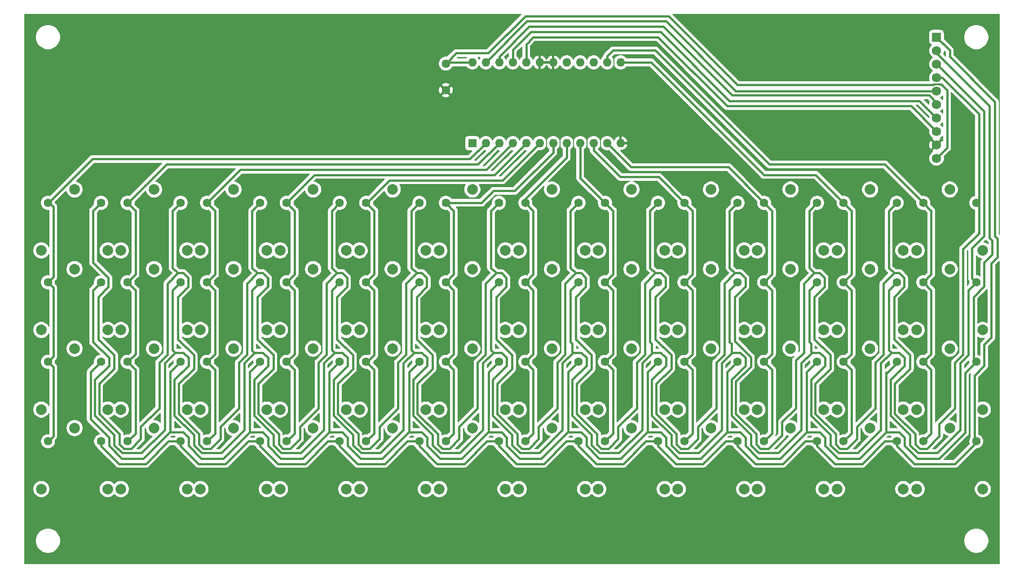
<source format=gbr>
%TF.GenerationSoftware,KiCad,Pcbnew,5.1.10*%
%TF.CreationDate,2021-12-10T20:41:03+01:00*%
%TF.ProjectId,Tastatur,54617374-6174-4757-922e-6b696361645f,rev?*%
%TF.SameCoordinates,Original*%
%TF.FileFunction,Copper,L2,Bot*%
%TF.FilePolarity,Positive*%
%FSLAX46Y46*%
G04 Gerber Fmt 4.6, Leading zero omitted, Abs format (unit mm)*
G04 Created by KiCad (PCBNEW 5.1.10) date 2021-12-10 20:41:03*
%MOMM*%
%LPD*%
G01*
G04 APERTURE LIST*
%TA.AperFunction,ComponentPad*%
%ADD10C,1.740000*%
%TD*%
%TA.AperFunction,ComponentPad*%
%ADD11O,1.600000X1.600000*%
%TD*%
%TA.AperFunction,ComponentPad*%
%ADD12R,1.600000X1.600000*%
%TD*%
%TA.AperFunction,ComponentPad*%
%ADD13C,2.000000*%
%TD*%
%TA.AperFunction,ComponentPad*%
%ADD14C,1.600000*%
%TD*%
%TA.AperFunction,Conductor*%
%ADD15C,0.200000*%
%TD*%
%TA.AperFunction,Conductor*%
%ADD16C,0.400000*%
%TD*%
%TA.AperFunction,Conductor*%
%ADD17C,0.350000*%
%TD*%
%TA.AperFunction,Conductor*%
%ADD18C,0.100000*%
%TD*%
%TA.AperFunction,NonConductor*%
%ADD19C,0.200000*%
%TD*%
%TA.AperFunction,NonConductor*%
%ADD20C,0.100000*%
%TD*%
G04 APERTURE END LIST*
D10*
%TO.P,X11,10*%
%TO.N,+5P*%
X237500000Y-62860000D03*
%TO.P,X11,9*%
%TO.N,GND*%
X237500000Y-60320000D03*
%TO.P,X11,8*%
%TO.N,/A3*%
X237500000Y-57780000D03*
%TO.P,X11,7*%
%TO.N,/A2*%
X237500000Y-55240000D03*
%TO.P,X11,6*%
%TO.N,/A1*%
X237500000Y-52700000D03*
%TO.P,X11,5*%
%TO.N,/A0*%
X237500000Y-50160000D03*
%TO.P,X11,4*%
%TO.N,/S0*%
X237500000Y-47620000D03*
%TO.P,X11,3*%
%TO.N,/S1*%
X237500000Y-45080000D03*
%TO.P,X11,2*%
%TO.N,/S2*%
X237500000Y-42540000D03*
%TO.P,X11,1*%
%TO.N,/S3*%
%TA.AperFunction,ComponentPad*%
G36*
G01*
X236879999Y-39130000D02*
X238120001Y-39130000D01*
G75*
G02*
X238370000Y-39379999I0J-249999D01*
G01*
X238370000Y-40620001D01*
G75*
G02*
X238120001Y-40870000I-249999J0D01*
G01*
X236879999Y-40870000D01*
G75*
G02*
X236630000Y-40620001I0J249999D01*
G01*
X236630000Y-39379999D01*
G75*
G02*
X236879999Y-39130000I249999J0D01*
G01*
G37*
%TD.AperFunction*%
%TD*%
D11*
%TO.P,U1,24*%
%TO.N,+5P*%
X150000000Y-44760000D03*
%TO.P,U1,12*%
%TO.N,GND*%
X177940000Y-60000000D03*
%TO.P,U1,23*%
%TO.N,/A0*%
X152540000Y-44760000D03*
%TO.P,U1,11*%
%TO.N,Net-(SW10-Pad1)*%
X175400000Y-60000000D03*
%TO.P,U1,22*%
%TO.N,/A1*%
X155080000Y-44760000D03*
%TO.P,U1,10*%
%TO.N,Net-(SW21-Pad1)*%
X172860000Y-60000000D03*
%TO.P,U1,21*%
%TO.N,/A2*%
X157620000Y-44760000D03*
%TO.P,U1,9*%
%TO.N,Net-(SW20-Pad1)*%
X170320000Y-60000000D03*
%TO.P,U1,20*%
%TO.N,/A3*%
X160160000Y-44760000D03*
%TO.P,U1,8*%
%TO.N,Net-(SW19-Pad1)*%
X167780000Y-60000000D03*
%TO.P,U1,19*%
%TO.N,GND*%
X162700000Y-44760000D03*
%TO.P,U1,7*%
%TO.N,Net-(SW18-Pad1)*%
X165240000Y-60000000D03*
%TO.P,U1,18*%
%TO.N,GND*%
X165240000Y-44760000D03*
%TO.P,U1,6*%
%TO.N,Net-(SW17-Pad1)*%
X162700000Y-60000000D03*
%TO.P,U1,17*%
%TO.N,Net-(U1-Pad17)*%
X167780000Y-44760000D03*
%TO.P,U1,5*%
%TO.N,Net-(SW16-Pad1)*%
X160160000Y-60000000D03*
%TO.P,U1,16*%
%TO.N,Net-(U1-Pad16)*%
X170320000Y-44760000D03*
%TO.P,U1,4*%
%TO.N,Net-(SW15-Pad1)*%
X157620000Y-60000000D03*
%TO.P,U1,15*%
%TO.N,Net-(U1-Pad15)*%
X172860000Y-44760000D03*
%TO.P,U1,3*%
%TO.N,Net-(SW14-Pad1)*%
X155080000Y-60000000D03*
%TO.P,U1,14*%
%TO.N,Net-(SW12-Pad1)*%
X175400000Y-44760000D03*
%TO.P,U1,2*%
%TO.N,Net-(SW1-Pad1)*%
X152540000Y-60000000D03*
%TO.P,U1,13*%
%TO.N,Net-(SW11-Pad1)*%
X177940000Y-44760000D03*
D12*
%TO.P,U1,1*%
%TO.N,Net-(U1-Pad1)*%
X150000000Y-60000000D03*
%TD*%
D13*
%TO.P,SW48,0*%
%TO.N,N/C*%
X240000000Y-113750000D03*
X246250000Y-125250000D03*
X233750000Y-125250000D03*
D14*
%TO.P,SW48,2*%
%TO.N,/S3*%
X245000000Y-116250000D03*
%TO.P,SW48,1*%
%TO.N,Net-(SW12-Pad1)*%
X235000000Y-116250000D03*
%TD*%
D13*
%TO.P,SW47,0*%
%TO.N,N/C*%
X225000000Y-113750000D03*
X231250000Y-125250000D03*
X218750000Y-125250000D03*
D14*
%TO.P,SW47,2*%
%TO.N,/S3*%
X230000000Y-116250000D03*
%TO.P,SW47,1*%
%TO.N,Net-(SW11-Pad1)*%
X220000000Y-116250000D03*
%TD*%
D13*
%TO.P,SW46,0*%
%TO.N,N/C*%
X210000000Y-113750000D03*
X216250000Y-125250000D03*
X203750000Y-125250000D03*
D14*
%TO.P,SW46,2*%
%TO.N,/S3*%
X215000000Y-116250000D03*
%TO.P,SW46,1*%
%TO.N,Net-(SW10-Pad1)*%
X205000000Y-116250000D03*
%TD*%
D13*
%TO.P,SW45,0*%
%TO.N,N/C*%
X195000000Y-113750000D03*
X201250000Y-125250000D03*
X188750000Y-125250000D03*
D14*
%TO.P,SW45,2*%
%TO.N,/S3*%
X200000000Y-116250000D03*
%TO.P,SW45,1*%
%TO.N,Net-(SW21-Pad1)*%
X190000000Y-116250000D03*
%TD*%
D13*
%TO.P,SW44,0*%
%TO.N,N/C*%
X180000000Y-113750000D03*
X186250000Y-125250000D03*
X173750000Y-125250000D03*
D14*
%TO.P,SW44,2*%
%TO.N,/S3*%
X185000000Y-116250000D03*
%TO.P,SW44,1*%
%TO.N,Net-(SW20-Pad1)*%
X175000000Y-116250000D03*
%TD*%
D13*
%TO.P,SW43,0*%
%TO.N,N/C*%
X165000000Y-113750000D03*
X171250000Y-125250000D03*
X158750000Y-125250000D03*
D14*
%TO.P,SW43,2*%
%TO.N,/S3*%
X170000000Y-116250000D03*
%TO.P,SW43,1*%
%TO.N,Net-(SW19-Pad1)*%
X160000000Y-116250000D03*
%TD*%
D13*
%TO.P,SW42,0*%
%TO.N,N/C*%
X150000000Y-113750000D03*
X156250000Y-125250000D03*
X143750000Y-125250000D03*
D14*
%TO.P,SW42,2*%
%TO.N,/S3*%
X155000000Y-116250000D03*
%TO.P,SW42,1*%
%TO.N,Net-(SW18-Pad1)*%
X145000000Y-116250000D03*
%TD*%
D13*
%TO.P,SW41,0*%
%TO.N,N/C*%
X135000000Y-113750000D03*
X141250000Y-125250000D03*
X128750000Y-125250000D03*
D14*
%TO.P,SW41,2*%
%TO.N,/S3*%
X140000000Y-116250000D03*
%TO.P,SW41,1*%
%TO.N,Net-(SW17-Pad1)*%
X130000000Y-116250000D03*
%TD*%
D13*
%TO.P,SW40,0*%
%TO.N,N/C*%
X120000000Y-113750000D03*
X126250000Y-125250000D03*
X113750000Y-125250000D03*
D14*
%TO.P,SW40,2*%
%TO.N,/S3*%
X125000000Y-116250000D03*
%TO.P,SW40,1*%
%TO.N,Net-(SW16-Pad1)*%
X115000000Y-116250000D03*
%TD*%
D13*
%TO.P,SW39,0*%
%TO.N,N/C*%
X105000000Y-113750000D03*
X111250000Y-125250000D03*
X98750000Y-125250000D03*
D14*
%TO.P,SW39,2*%
%TO.N,/S3*%
X110000000Y-116250000D03*
%TO.P,SW39,1*%
%TO.N,Net-(SW15-Pad1)*%
X100000000Y-116250000D03*
%TD*%
D13*
%TO.P,SW38,0*%
%TO.N,N/C*%
X90000000Y-113750000D03*
X96250000Y-125250000D03*
X83750000Y-125250000D03*
D14*
%TO.P,SW38,2*%
%TO.N,/S3*%
X95000000Y-116250000D03*
%TO.P,SW38,1*%
%TO.N,Net-(SW14-Pad1)*%
X85000000Y-116250000D03*
%TD*%
D13*
%TO.P,SW37,0*%
%TO.N,N/C*%
X75000000Y-113750000D03*
X81250000Y-125250000D03*
X68750000Y-125250000D03*
D14*
%TO.P,SW37,2*%
%TO.N,/S3*%
X80000000Y-116250000D03*
%TO.P,SW37,1*%
%TO.N,Net-(SW1-Pad1)*%
X70000000Y-116250000D03*
%TD*%
D13*
%TO.P,SW36,0*%
%TO.N,N/C*%
X240000000Y-98750000D03*
X246250000Y-110250000D03*
X233750000Y-110250000D03*
D14*
%TO.P,SW36,2*%
%TO.N,/S2*%
X245000000Y-101250000D03*
%TO.P,SW36,1*%
%TO.N,Net-(SW12-Pad1)*%
X235000000Y-101250000D03*
%TD*%
D13*
%TO.P,SW35,0*%
%TO.N,N/C*%
X225000000Y-98750000D03*
X231250000Y-110250000D03*
X218750000Y-110250000D03*
D14*
%TO.P,SW35,2*%
%TO.N,/S2*%
X230000000Y-101250000D03*
%TO.P,SW35,1*%
%TO.N,Net-(SW11-Pad1)*%
X220000000Y-101250000D03*
%TD*%
D13*
%TO.P,SW34,0*%
%TO.N,N/C*%
X210000000Y-98750000D03*
X216250000Y-110250000D03*
X203750000Y-110250000D03*
D14*
%TO.P,SW34,2*%
%TO.N,/S2*%
X215000000Y-101250000D03*
%TO.P,SW34,1*%
%TO.N,Net-(SW10-Pad1)*%
X205000000Y-101250000D03*
%TD*%
D13*
%TO.P,SW33,0*%
%TO.N,N/C*%
X195000000Y-98750000D03*
X201250000Y-110250000D03*
X188750000Y-110250000D03*
D14*
%TO.P,SW33,2*%
%TO.N,/S2*%
X200000000Y-101250000D03*
%TO.P,SW33,1*%
%TO.N,Net-(SW21-Pad1)*%
X190000000Y-101250000D03*
%TD*%
D13*
%TO.P,SW32,0*%
%TO.N,N/C*%
X180000000Y-98750000D03*
X186250000Y-110250000D03*
X173750000Y-110250000D03*
D14*
%TO.P,SW32,2*%
%TO.N,/S2*%
X185000000Y-101250000D03*
%TO.P,SW32,1*%
%TO.N,Net-(SW20-Pad1)*%
X175000000Y-101250000D03*
%TD*%
D13*
%TO.P,SW31,0*%
%TO.N,N/C*%
X165000000Y-98750000D03*
X171250000Y-110250000D03*
X158750000Y-110250000D03*
D14*
%TO.P,SW31,2*%
%TO.N,/S2*%
X170000000Y-101250000D03*
%TO.P,SW31,1*%
%TO.N,Net-(SW19-Pad1)*%
X160000000Y-101250000D03*
%TD*%
D13*
%TO.P,SW30,0*%
%TO.N,N/C*%
X150000000Y-98750000D03*
X156250000Y-110250000D03*
X143750000Y-110250000D03*
D14*
%TO.P,SW30,2*%
%TO.N,/S2*%
X155000000Y-101250000D03*
%TO.P,SW30,1*%
%TO.N,Net-(SW18-Pad1)*%
X145000000Y-101250000D03*
%TD*%
D13*
%TO.P,SW29,0*%
%TO.N,N/C*%
X135000000Y-98750000D03*
X141250000Y-110250000D03*
X128750000Y-110250000D03*
D14*
%TO.P,SW29,2*%
%TO.N,/S2*%
X140000000Y-101250000D03*
%TO.P,SW29,1*%
%TO.N,Net-(SW17-Pad1)*%
X130000000Y-101250000D03*
%TD*%
D13*
%TO.P,SW28,0*%
%TO.N,N/C*%
X120000000Y-98750000D03*
X126250000Y-110250000D03*
X113750000Y-110250000D03*
D14*
%TO.P,SW28,2*%
%TO.N,/S2*%
X125000000Y-101250000D03*
%TO.P,SW28,1*%
%TO.N,Net-(SW16-Pad1)*%
X115000000Y-101250000D03*
%TD*%
D13*
%TO.P,SW27,0*%
%TO.N,N/C*%
X105000000Y-98750000D03*
X111250000Y-110250000D03*
X98750000Y-110250000D03*
D14*
%TO.P,SW27,2*%
%TO.N,/S2*%
X110000000Y-101250000D03*
%TO.P,SW27,1*%
%TO.N,Net-(SW15-Pad1)*%
X100000000Y-101250000D03*
%TD*%
D13*
%TO.P,SW26,0*%
%TO.N,N/C*%
X90000000Y-98750000D03*
X96250000Y-110250000D03*
X83750000Y-110250000D03*
D14*
%TO.P,SW26,2*%
%TO.N,/S2*%
X95000000Y-101250000D03*
%TO.P,SW26,1*%
%TO.N,Net-(SW14-Pad1)*%
X85000000Y-101250000D03*
%TD*%
D13*
%TO.P,SW25,0*%
%TO.N,N/C*%
X75000000Y-98750000D03*
X81250000Y-110250000D03*
X68750000Y-110250000D03*
D14*
%TO.P,SW25,2*%
%TO.N,/S2*%
X80000000Y-101250000D03*
%TO.P,SW25,1*%
%TO.N,Net-(SW1-Pad1)*%
X70000000Y-101250000D03*
%TD*%
D13*
%TO.P,SW24,0*%
%TO.N,N/C*%
X240000000Y-83750000D03*
X246250000Y-95250000D03*
X233750000Y-95250000D03*
D14*
%TO.P,SW24,2*%
%TO.N,/S1*%
X245000000Y-86250000D03*
%TO.P,SW24,1*%
%TO.N,Net-(SW12-Pad1)*%
X235000000Y-86250000D03*
%TD*%
D13*
%TO.P,SW23,0*%
%TO.N,N/C*%
X225000000Y-83750000D03*
X231250000Y-95250000D03*
X218750000Y-95250000D03*
D14*
%TO.P,SW23,2*%
%TO.N,/S1*%
X230000000Y-86250000D03*
%TO.P,SW23,1*%
%TO.N,Net-(SW11-Pad1)*%
X220000000Y-86250000D03*
%TD*%
D13*
%TO.P,SW22,0*%
%TO.N,N/C*%
X210000000Y-83750000D03*
X216250000Y-95250000D03*
X203750000Y-95250000D03*
D14*
%TO.P,SW22,2*%
%TO.N,/S1*%
X215000000Y-86250000D03*
%TO.P,SW22,1*%
%TO.N,Net-(SW10-Pad1)*%
X205000000Y-86250000D03*
%TD*%
D13*
%TO.P,SW21,0*%
%TO.N,N/C*%
X195000000Y-83750000D03*
X201250000Y-95250000D03*
X188750000Y-95250000D03*
D14*
%TO.P,SW21,2*%
%TO.N,/S1*%
X200000000Y-86250000D03*
%TO.P,SW21,1*%
%TO.N,Net-(SW21-Pad1)*%
X190000000Y-86250000D03*
%TD*%
D13*
%TO.P,SW20,0*%
%TO.N,N/C*%
X180000000Y-83750000D03*
X186250000Y-95250000D03*
X173750000Y-95250000D03*
D14*
%TO.P,SW20,2*%
%TO.N,/S1*%
X185000000Y-86250000D03*
%TO.P,SW20,1*%
%TO.N,Net-(SW20-Pad1)*%
X175000000Y-86250000D03*
%TD*%
D13*
%TO.P,SW19,0*%
%TO.N,N/C*%
X165000000Y-83750000D03*
X171250000Y-95250000D03*
X158750000Y-95250000D03*
D14*
%TO.P,SW19,2*%
%TO.N,/S1*%
X170000000Y-86250000D03*
%TO.P,SW19,1*%
%TO.N,Net-(SW19-Pad1)*%
X160000000Y-86250000D03*
%TD*%
D13*
%TO.P,SW18,0*%
%TO.N,N/C*%
X150000000Y-83750000D03*
X156250000Y-95250000D03*
X143750000Y-95250000D03*
D14*
%TO.P,SW18,2*%
%TO.N,/S1*%
X155000000Y-86250000D03*
%TO.P,SW18,1*%
%TO.N,Net-(SW18-Pad1)*%
X145000000Y-86250000D03*
%TD*%
D13*
%TO.P,SW17,0*%
%TO.N,N/C*%
X135000000Y-83750000D03*
X141250000Y-95250000D03*
X128750000Y-95250000D03*
D14*
%TO.P,SW17,2*%
%TO.N,/S1*%
X140000000Y-86250000D03*
%TO.P,SW17,1*%
%TO.N,Net-(SW17-Pad1)*%
X130000000Y-86250000D03*
%TD*%
D13*
%TO.P,SW16,0*%
%TO.N,N/C*%
X120000000Y-83750000D03*
X126250000Y-95250000D03*
X113750000Y-95250000D03*
D14*
%TO.P,SW16,2*%
%TO.N,/S1*%
X125000000Y-86250000D03*
%TO.P,SW16,1*%
%TO.N,Net-(SW16-Pad1)*%
X115000000Y-86250000D03*
%TD*%
D13*
%TO.P,SW15,0*%
%TO.N,N/C*%
X105000000Y-83750000D03*
X111250000Y-95250000D03*
X98750000Y-95250000D03*
D14*
%TO.P,SW15,2*%
%TO.N,/S1*%
X110000000Y-86250000D03*
%TO.P,SW15,1*%
%TO.N,Net-(SW15-Pad1)*%
X100000000Y-86250000D03*
%TD*%
D13*
%TO.P,SW14,0*%
%TO.N,N/C*%
X90000000Y-83750000D03*
X96250000Y-95250000D03*
X83750000Y-95250000D03*
D14*
%TO.P,SW14,2*%
%TO.N,/S1*%
X95000000Y-86250000D03*
%TO.P,SW14,1*%
%TO.N,Net-(SW14-Pad1)*%
X85000000Y-86250000D03*
%TD*%
D13*
%TO.P,SW13,0*%
%TO.N,N/C*%
X75000000Y-83750000D03*
X81250000Y-95250000D03*
X68750000Y-95250000D03*
D14*
%TO.P,SW13,2*%
%TO.N,/S1*%
X80000000Y-86250000D03*
%TO.P,SW13,1*%
%TO.N,Net-(SW1-Pad1)*%
X70000000Y-86250000D03*
%TD*%
D13*
%TO.P,SW12,0*%
%TO.N,N/C*%
X240000000Y-68750000D03*
X246250000Y-80250000D03*
X233750000Y-80250000D03*
D14*
%TO.P,SW12,2*%
%TO.N,/S0*%
X245000000Y-71250000D03*
%TO.P,SW12,1*%
%TO.N,Net-(SW12-Pad1)*%
X235000000Y-71250000D03*
%TD*%
D13*
%TO.P,SW11,0*%
%TO.N,N/C*%
X225000000Y-68750000D03*
X231250000Y-80250000D03*
X218750000Y-80250000D03*
D14*
%TO.P,SW11,2*%
%TO.N,/S0*%
X230000000Y-71250000D03*
%TO.P,SW11,1*%
%TO.N,Net-(SW11-Pad1)*%
X220000000Y-71250000D03*
%TD*%
D13*
%TO.P,SW10,0*%
%TO.N,N/C*%
X210000000Y-68750000D03*
X216250000Y-80250000D03*
X203750000Y-80250000D03*
D14*
%TO.P,SW10,2*%
%TO.N,/S0*%
X215000000Y-71250000D03*
%TO.P,SW10,1*%
%TO.N,Net-(SW10-Pad1)*%
X205000000Y-71250000D03*
%TD*%
D13*
%TO.P,SW9,0*%
%TO.N,N/C*%
X195000000Y-68750000D03*
X201250000Y-80250000D03*
X188750000Y-80250000D03*
D14*
%TO.P,SW9,2*%
%TO.N,/S0*%
X200000000Y-71250000D03*
%TO.P,SW9,1*%
%TO.N,Net-(SW21-Pad1)*%
X190000000Y-71250000D03*
%TD*%
D13*
%TO.P,SW8,0*%
%TO.N,N/C*%
X180000000Y-68750000D03*
X186250000Y-80250000D03*
X173750000Y-80250000D03*
D14*
%TO.P,SW8,2*%
%TO.N,/S0*%
X185000000Y-71250000D03*
%TO.P,SW8,1*%
%TO.N,Net-(SW20-Pad1)*%
X175000000Y-71250000D03*
%TD*%
D13*
%TO.P,SW7,0*%
%TO.N,N/C*%
X165000000Y-68750000D03*
X171250000Y-80250000D03*
X158750000Y-80250000D03*
D14*
%TO.P,SW7,2*%
%TO.N,/S0*%
X170000000Y-71250000D03*
%TO.P,SW7,1*%
%TO.N,Net-(SW19-Pad1)*%
X160000000Y-71250000D03*
%TD*%
D13*
%TO.P,SW6,0*%
%TO.N,N/C*%
X150000000Y-68750000D03*
X156250000Y-80250000D03*
X143750000Y-80250000D03*
D14*
%TO.P,SW6,2*%
%TO.N,/S0*%
X155000000Y-71250000D03*
%TO.P,SW6,1*%
%TO.N,Net-(SW18-Pad1)*%
X145000000Y-71250000D03*
%TD*%
D13*
%TO.P,SW5,0*%
%TO.N,N/C*%
X135000000Y-68750000D03*
X141250000Y-80250000D03*
X128750000Y-80250000D03*
D14*
%TO.P,SW5,2*%
%TO.N,/S0*%
X140000000Y-71250000D03*
%TO.P,SW5,1*%
%TO.N,Net-(SW17-Pad1)*%
X130000000Y-71250000D03*
%TD*%
D13*
%TO.P,SW4,0*%
%TO.N,N/C*%
X120000000Y-68750000D03*
X126250000Y-80250000D03*
X113750000Y-80250000D03*
D14*
%TO.P,SW4,2*%
%TO.N,/S0*%
X125000000Y-71250000D03*
%TO.P,SW4,1*%
%TO.N,Net-(SW16-Pad1)*%
X115000000Y-71250000D03*
%TD*%
D13*
%TO.P,SW3,0*%
%TO.N,N/C*%
X105000000Y-68750000D03*
X111250000Y-80250000D03*
X98750000Y-80250000D03*
D14*
%TO.P,SW3,2*%
%TO.N,/S0*%
X110000000Y-71250000D03*
%TO.P,SW3,1*%
%TO.N,Net-(SW15-Pad1)*%
X100000000Y-71250000D03*
%TD*%
D13*
%TO.P,SW2,0*%
%TO.N,N/C*%
X90000000Y-68750000D03*
X96250000Y-80250000D03*
X83750000Y-80250000D03*
D14*
%TO.P,SW2,2*%
%TO.N,/S0*%
X95000000Y-71250000D03*
%TO.P,SW2,1*%
%TO.N,Net-(SW14-Pad1)*%
X85000000Y-71250000D03*
%TD*%
D13*
%TO.P,SW1,0*%
%TO.N,N/C*%
X75000000Y-68750000D03*
X81250000Y-80250000D03*
X68750000Y-80250000D03*
D14*
%TO.P,SW1,2*%
%TO.N,/S0*%
X80000000Y-71250000D03*
%TO.P,SW1,1*%
%TO.N,Net-(SW1-Pad1)*%
X70000000Y-71250000D03*
%TD*%
%TO.P,C12,2*%
%TO.N,GND*%
X145000000Y-50000000D03*
%TO.P,C12,1*%
%TO.N,+5P*%
X145000000Y-45000000D03*
%TD*%
D15*
%TO.N,GND*%
X166510000Y-59000000D02*
X166510000Y-61000000D01*
X171600000Y-59000000D02*
X171600000Y-61000000D01*
X176680000Y-43750000D02*
X176680000Y-45750000D01*
X174140000Y-59000000D02*
X174140000Y-61000000D01*
X169050000Y-59000000D02*
X169050000Y-61000000D01*
X163960000Y-59000000D02*
X163960000Y-61000000D01*
D16*
%TO.N,+5P*%
X145240000Y-44760000D02*
X145000000Y-45000000D01*
X150000000Y-44760000D02*
X145240000Y-44760000D01*
D17*
X238097601Y-48914999D02*
X237085001Y-48914999D01*
D16*
X238414999Y-48914999D02*
X238097601Y-48914999D01*
X239500000Y-50000000D02*
X238414999Y-48914999D01*
X239500000Y-60860000D02*
X239500000Y-50000000D01*
X237500000Y-62860000D02*
X239500000Y-60860000D01*
X236865399Y-48914999D02*
X237085001Y-48914999D01*
X200000000Y-49000000D02*
X236780398Y-49000000D01*
X236780398Y-49000000D02*
X236865399Y-48914999D01*
X187000000Y-36000000D02*
X200000000Y-49000000D01*
X153000000Y-43000000D02*
X160000000Y-36000000D01*
X147000000Y-43000000D02*
X153000000Y-43000000D01*
X160000000Y-36000000D02*
X187000000Y-36000000D01*
X145000000Y-45000000D02*
X147000000Y-43000000D01*
%TO.N,/S0*%
X199649999Y-111018001D02*
X203500000Y-114868002D01*
X199649999Y-104981385D02*
X199649999Y-111018001D01*
X203500000Y-116822002D02*
X204327999Y-117650001D01*
X203500000Y-114868002D02*
X203500000Y-116822002D01*
X204327999Y-117650001D02*
X205849999Y-117650001D01*
X208399999Y-115100001D02*
X208399999Y-112600001D01*
X205849999Y-117650001D02*
X208399999Y-115100001D01*
X211000000Y-110000000D02*
X211000000Y-101000000D01*
X208399999Y-112600001D02*
X211000000Y-110000000D01*
X211000000Y-101000000D02*
X212500000Y-99500000D01*
X212500000Y-86500000D02*
X214500000Y-84500000D01*
X212500000Y-99500000D02*
X212500000Y-86500000D01*
X202500000Y-102131384D02*
X199649999Y-104981385D01*
X199500000Y-84500000D02*
X200500000Y-84500000D01*
X199500000Y-89000000D02*
X199500000Y-97368616D01*
X199500000Y-97368616D02*
X202500000Y-100368616D01*
X200500000Y-84500000D02*
X201500000Y-85500000D01*
X201500000Y-87000000D02*
X199500000Y-89000000D01*
X201500000Y-85500000D02*
X201500000Y-87000000D01*
X202500000Y-100368616D02*
X202500000Y-102131384D01*
X109500000Y-84500000D02*
X110500000Y-84500000D01*
X111500000Y-85500000D02*
X111500000Y-87000000D01*
X112500000Y-100368616D02*
X112500000Y-102131384D01*
X111500000Y-87000000D02*
X109500000Y-89000000D01*
X110500000Y-84500000D02*
X111500000Y-85500000D01*
X109500000Y-84500000D02*
X110500000Y-84500000D01*
X112500000Y-100368616D02*
X112500000Y-102131384D01*
X110500000Y-84500000D02*
X111500000Y-85500000D01*
X111500000Y-85500000D02*
X111500000Y-87000000D01*
X111500000Y-87000000D02*
X109500000Y-89000000D01*
X184500000Y-84500000D02*
X185500000Y-84500000D01*
X169500000Y-84500000D02*
X170500000Y-84500000D01*
X109500000Y-84500000D02*
X110500000Y-84500000D01*
X168500000Y-83500000D02*
X169500000Y-84500000D01*
X168500000Y-72750000D02*
X168500000Y-83500000D01*
X170000000Y-71250000D02*
X168500000Y-72750000D01*
X93500000Y-83500000D02*
X94500000Y-84500000D01*
X93500000Y-72750000D02*
X93500000Y-83500000D01*
X95000000Y-71250000D02*
X93500000Y-72750000D01*
X108500000Y-83500000D02*
X109500000Y-84500000D01*
X108500000Y-72750000D02*
X108500000Y-83500000D01*
X110000000Y-71250000D02*
X108500000Y-72750000D01*
X123500000Y-83500000D02*
X124500000Y-84500000D01*
X123500000Y-72750000D02*
X123500000Y-83500000D01*
X125000000Y-71250000D02*
X123500000Y-72750000D01*
X138500000Y-83500000D02*
X139500000Y-84500000D01*
X138500000Y-72750000D02*
X138500000Y-83500000D01*
X140000000Y-71250000D02*
X138500000Y-72750000D01*
X153500000Y-83500000D02*
X154500000Y-84500000D01*
X153500000Y-72750000D02*
X153500000Y-83500000D01*
X155000000Y-71250000D02*
X153500000Y-72750000D01*
X183500000Y-83500000D02*
X184500000Y-84500000D01*
X183500000Y-72750000D02*
X183500000Y-83500000D01*
X185000000Y-71250000D02*
X183500000Y-72750000D01*
X198500000Y-83500000D02*
X199500000Y-84500000D01*
X198500000Y-72750000D02*
X198500000Y-83500000D01*
X200000000Y-71250000D02*
X198500000Y-72750000D01*
X213500000Y-83500000D02*
X214500000Y-84500000D01*
X213500000Y-72750000D02*
X213500000Y-83500000D01*
X215000000Y-71250000D02*
X213500000Y-72750000D01*
X228500000Y-83500000D02*
X229500000Y-84500000D01*
X228500000Y-72750000D02*
X228500000Y-83500000D01*
X230000000Y-71250000D02*
X228500000Y-72750000D01*
X245500000Y-70750000D02*
X245000000Y-71250000D01*
X245500000Y-54500000D02*
X245500000Y-70750000D01*
X238620000Y-47620000D02*
X245500000Y-54500000D01*
X237500000Y-47620000D02*
X238620000Y-47620000D01*
X197500000Y-86500000D02*
X199500000Y-84500000D01*
X197500000Y-99868616D02*
X197500000Y-86500000D01*
X196000000Y-101368616D02*
X197500000Y-99868616D01*
X196000000Y-110000000D02*
X196000000Y-101368616D01*
X192500000Y-113500000D02*
X196000000Y-110000000D01*
X192500000Y-115822002D02*
X192500000Y-113500000D01*
X190672001Y-117650001D02*
X192500000Y-115822002D01*
X184500000Y-84500000D02*
X185500000Y-84500000D01*
X187500000Y-100000000D02*
X187500000Y-102565999D01*
X186400001Y-87099999D02*
X184500000Y-89000000D01*
X184500000Y-97000000D02*
X187500000Y-100000000D01*
X187500000Y-102565999D02*
X184649999Y-105416000D01*
X184649999Y-105416000D02*
X184649999Y-111018001D01*
X185500000Y-84500000D02*
X186400001Y-85400001D01*
X186400001Y-85400001D02*
X186400001Y-87099999D01*
X184649999Y-111018001D02*
X188500000Y-114868002D01*
X188500000Y-114868002D02*
X188500000Y-116822002D01*
X188500000Y-116822002D02*
X189327999Y-117650001D01*
X184500000Y-89000000D02*
X184500000Y-97000000D01*
X189327999Y-117650001D02*
X190672001Y-117650001D01*
X182500000Y-86500000D02*
X184500000Y-84500000D01*
X182500000Y-99868616D02*
X182500000Y-86500000D01*
X181000000Y-110000000D02*
X181000000Y-101368616D01*
X177500000Y-115822002D02*
X177500000Y-113500000D01*
X175672001Y-117650001D02*
X177500000Y-115822002D01*
X169500000Y-84500000D02*
X170500000Y-84500000D01*
X172500000Y-100000000D02*
X172500000Y-102565999D01*
X172500000Y-102565999D02*
X169649999Y-105416000D01*
X170500000Y-84500000D02*
X171400001Y-85400001D01*
X171400001Y-85400001D02*
X171400001Y-87099999D01*
X169649999Y-111018001D02*
X173500000Y-114868002D01*
X181000000Y-101368616D02*
X182500000Y-99868616D01*
X177500000Y-113500000D02*
X181000000Y-110000000D01*
X171400001Y-87099999D02*
X169500000Y-89000000D01*
X169500000Y-89000000D02*
X169500000Y-97000000D01*
X169500000Y-97000000D02*
X172500000Y-100000000D01*
X169649999Y-105416000D02*
X169649999Y-111018001D01*
X174327999Y-117650001D02*
X175672001Y-117650001D01*
X173500000Y-114868002D02*
X173500000Y-116822002D01*
X173500000Y-116822002D02*
X174327999Y-117650001D01*
X167500000Y-99868616D02*
X167500000Y-86500000D01*
X166000000Y-101368616D02*
X167500000Y-99868616D01*
X166000000Y-110000000D02*
X166000000Y-101368616D01*
X154500000Y-84500000D02*
X155500000Y-84500000D01*
X155500000Y-84500000D02*
X156400001Y-85400001D01*
X154649999Y-105416000D02*
X154649999Y-111018001D01*
X156400001Y-87099999D02*
X154500000Y-89000000D01*
X157500000Y-100000000D02*
X157500000Y-102565999D01*
X160672001Y-117650001D02*
X162500000Y-115822002D01*
X154500000Y-89000000D02*
X154500000Y-97000000D01*
X158500000Y-114868002D02*
X158500000Y-116822002D01*
X156400001Y-85400001D02*
X156400001Y-87099999D01*
X154500000Y-97000000D02*
X157500000Y-100000000D01*
X167500000Y-86500000D02*
X169500000Y-84500000D01*
X162500000Y-115822002D02*
X162500000Y-113500000D01*
X154649999Y-111018001D02*
X158500000Y-114868002D01*
X157500000Y-102565999D02*
X154649999Y-105416000D01*
X162500000Y-113500000D02*
X166000000Y-110000000D01*
X158500000Y-116822002D02*
X159327999Y-117650001D01*
X159327999Y-117650001D02*
X160672001Y-117650001D01*
X152500000Y-86500000D02*
X154500000Y-84500000D01*
X147500000Y-115822002D02*
X147500000Y-113500000D01*
X152500000Y-99868616D02*
X152500000Y-86500000D01*
X145672001Y-117650001D02*
X147500000Y-115822002D01*
X151000000Y-101368616D02*
X152500000Y-99868616D01*
X147500000Y-113500000D02*
X151000000Y-110000000D01*
X139500000Y-84500000D02*
X140500000Y-84500000D01*
X151000000Y-110000000D02*
X151000000Y-101368616D01*
X141400001Y-85400001D02*
X141400001Y-87099999D01*
X140500000Y-84500000D02*
X141400001Y-85400001D01*
X141400001Y-87099999D02*
X139500000Y-89000000D01*
X144327999Y-117650001D02*
X145672001Y-117650001D01*
X139500000Y-89000000D02*
X139500000Y-97000000D01*
X139649999Y-111018001D02*
X143500000Y-114868002D01*
X139500000Y-97000000D02*
X142500000Y-100000000D01*
X143500000Y-116822002D02*
X144327999Y-117650001D01*
X142500000Y-100000000D02*
X142500000Y-102565999D01*
X142500000Y-102565999D02*
X139649999Y-105416000D01*
X139649999Y-105416000D02*
X139649999Y-111018001D01*
X143500000Y-114868002D02*
X143500000Y-116822002D01*
X137500000Y-99868616D02*
X137500000Y-86500000D01*
X136000000Y-101368616D02*
X137500000Y-99868616D01*
X136000000Y-110000000D02*
X136000000Y-101368616D01*
X132500000Y-115822002D02*
X132500000Y-113500000D01*
X132500000Y-113500000D02*
X136000000Y-110000000D01*
X130672001Y-117650001D02*
X132500000Y-115822002D01*
X125500000Y-84500000D02*
X126400001Y-85400001D01*
X129327999Y-117650001D02*
X130672001Y-117650001D01*
X124500000Y-89000000D02*
X124500000Y-97000000D01*
X124500000Y-97000000D02*
X127500000Y-100000000D01*
X127500000Y-102565999D02*
X124649999Y-105416000D01*
X127500000Y-100000000D02*
X127500000Y-102565999D01*
X124500000Y-84500000D02*
X125500000Y-84500000D01*
X124649999Y-105416000D02*
X124649999Y-111018001D01*
X126400001Y-85400001D02*
X126400001Y-87099999D01*
X124649999Y-111018001D02*
X128500000Y-114868002D01*
X126400001Y-87099999D02*
X124500000Y-89000000D01*
X128500000Y-114868002D02*
X128500000Y-116822002D01*
X137500000Y-86500000D02*
X139500000Y-84500000D01*
X128500000Y-116822002D02*
X129327999Y-117650001D01*
X122500000Y-99868616D02*
X122500000Y-86500000D01*
X121000000Y-101368616D02*
X122500000Y-99868616D01*
X117500000Y-115822002D02*
X117500000Y-113500000D01*
X109500000Y-97000000D02*
X112500000Y-100000000D01*
X121000000Y-110000000D02*
X121000000Y-101368616D01*
X115672001Y-117650001D02*
X117500000Y-115822002D01*
X109500000Y-89000000D02*
X109500000Y-97000000D01*
X113500000Y-114868002D02*
X113500000Y-116822002D01*
X112500000Y-102565999D02*
X109649999Y-105416000D01*
X117500000Y-113500000D02*
X121000000Y-110000000D01*
X111400001Y-85400001D02*
X111400001Y-87099999D01*
X109649999Y-105416000D02*
X109649999Y-111018001D01*
X114327999Y-117650001D02*
X115672001Y-117650001D01*
X112500000Y-100000000D02*
X112500000Y-102565999D01*
X109649999Y-111018001D02*
X113500000Y-114868002D01*
X122500000Y-86500000D02*
X124500000Y-84500000D01*
X110500000Y-84500000D02*
X111400001Y-85400001D01*
X111400001Y-87099999D02*
X109500000Y-89000000D01*
X113500000Y-116822002D02*
X114327999Y-117650001D01*
X107500000Y-86500000D02*
X109500000Y-84500000D01*
X107500000Y-99868616D02*
X107500000Y-86500000D01*
X106000000Y-110000000D02*
X106000000Y-101368616D01*
X102500000Y-115822002D02*
X102500000Y-113500000D01*
X94500000Y-84500000D02*
X95500000Y-84500000D01*
X106000000Y-101368616D02*
X107500000Y-99868616D01*
X94500000Y-97000000D02*
X97500000Y-100000000D01*
X102500000Y-113500000D02*
X106000000Y-110000000D01*
X95500000Y-84500000D02*
X96400001Y-85400001D01*
X100672001Y-117650001D02*
X102500000Y-115822002D01*
X94500000Y-89000000D02*
X94500000Y-97000000D01*
X96400001Y-85400001D02*
X96400001Y-87099999D01*
X96400001Y-87099999D02*
X94500000Y-89000000D01*
X98500000Y-114868002D02*
X98500000Y-116822002D01*
X97500000Y-102565999D02*
X94649999Y-105416000D01*
X94649999Y-111018001D02*
X98500000Y-114868002D01*
X97500000Y-100000000D02*
X97500000Y-102565999D01*
X94649999Y-105416000D02*
X94649999Y-111018001D01*
X99327999Y-117650001D02*
X100672001Y-117650001D01*
X98500000Y-116822002D02*
X99327999Y-117650001D01*
X92500000Y-86500000D02*
X94500000Y-84500000D01*
X91000000Y-101368616D02*
X92500000Y-99868616D01*
X91000000Y-110000000D02*
X91000000Y-101368616D01*
X92500000Y-99868616D02*
X92500000Y-86500000D01*
X87500000Y-113500000D02*
X91000000Y-110000000D01*
X85672001Y-117650001D02*
X87500000Y-115822002D01*
X81400001Y-85400001D02*
X81400001Y-87099999D01*
X78500000Y-72750000D02*
X78500000Y-82500000D01*
X80000000Y-71250000D02*
X78500000Y-72750000D01*
X78500000Y-82500000D02*
X81400001Y-85400001D01*
X81400001Y-87099999D02*
X79500000Y-89000000D01*
X84327999Y-117650001D02*
X85672001Y-117650001D01*
X79500000Y-89000000D02*
X79500000Y-97000000D01*
X83500000Y-114868002D02*
X83500000Y-116822002D01*
X79500000Y-97000000D02*
X82500000Y-100000000D01*
X82500000Y-100000000D02*
X82500000Y-102565999D01*
X87500000Y-115822002D02*
X87500000Y-113500000D01*
X82500000Y-102565999D02*
X79649999Y-105416000D01*
X83500000Y-116822002D02*
X84327999Y-117650001D01*
X79649999Y-105416000D02*
X79649999Y-111018001D01*
X79649999Y-111018001D02*
X83500000Y-114868002D01*
X227500000Y-86500000D02*
X229500000Y-84500000D01*
X227500000Y-99868616D02*
X227500000Y-86500000D01*
X226000000Y-101368616D02*
X227500000Y-99868616D01*
X222500000Y-113500000D02*
X226000000Y-110000000D01*
X222500000Y-115822002D02*
X222500000Y-113500000D01*
X220672001Y-117650001D02*
X222500000Y-115822002D01*
X214500000Y-84500000D02*
X215500000Y-84500000D01*
X214649999Y-111018001D02*
X218500000Y-114868002D01*
X218500000Y-114868002D02*
X218500000Y-116822002D01*
X214500000Y-89000000D02*
X214500000Y-97000000D01*
X217500000Y-100000000D02*
X217500000Y-102565999D01*
X216400001Y-87099999D02*
X214500000Y-89000000D01*
X214500000Y-97000000D02*
X217500000Y-100000000D01*
X217500000Y-102565999D02*
X214649999Y-105416000D01*
X226000000Y-110000000D02*
X226000000Y-101368616D01*
X214649999Y-105416000D02*
X214649999Y-111018001D01*
X215500000Y-84500000D02*
X216400001Y-85400001D01*
X219327999Y-117650001D02*
X220672001Y-117650001D01*
X216400001Y-85400001D02*
X216400001Y-87099999D01*
X218500000Y-116822002D02*
X219327999Y-117650001D01*
X245500000Y-71750000D02*
X245000000Y-71250000D01*
X245500000Y-77000000D02*
X245500000Y-71750000D01*
X242500000Y-99868616D02*
X242500000Y-80000000D01*
X241000000Y-101368616D02*
X242500000Y-99868616D01*
X241000000Y-110000000D02*
X241000000Y-101368616D01*
X238000000Y-113000000D02*
X241000000Y-110000000D01*
X238000000Y-115322002D02*
X238000000Y-113000000D01*
X235672001Y-117650001D02*
X238000000Y-115322002D01*
X229649999Y-105416000D02*
X229649999Y-111018001D01*
X230500000Y-84500000D02*
X231400001Y-85400001D01*
X233500000Y-114868002D02*
X233500000Y-116822002D01*
X242500000Y-80000000D02*
X245500000Y-77000000D01*
X232500000Y-100000000D02*
X232500000Y-102565999D01*
X231400001Y-87099999D02*
X229500000Y-89000000D01*
X229500000Y-97000000D02*
X232500000Y-100000000D01*
X229500000Y-84500000D02*
X230500000Y-84500000D01*
X229500000Y-89000000D02*
X229500000Y-97000000D01*
X232500000Y-102565999D02*
X229649999Y-105416000D01*
X229649999Y-111018001D02*
X233500000Y-114868002D01*
X233500000Y-116822002D02*
X234327999Y-117650001D01*
X231400001Y-85400001D02*
X231400001Y-87099999D01*
X234327999Y-117650001D02*
X235672001Y-117650001D01*
%TO.N,Net-(SW1-Pad1)*%
X70000000Y-71250000D02*
X70250000Y-71250000D01*
X70250000Y-71250000D02*
X71000000Y-72000000D01*
X71000000Y-85250000D02*
X70000000Y-86250000D01*
X71000000Y-72000000D02*
X71000000Y-85250000D01*
X70000000Y-86250000D02*
X71000000Y-87250000D01*
X71000000Y-100250000D02*
X70000000Y-101250000D01*
X71000000Y-87250000D02*
X71000000Y-100250000D01*
X70000000Y-101250000D02*
X71000000Y-102250000D01*
X71000000Y-115250000D02*
X70000000Y-116250000D01*
X71000000Y-102250000D02*
X71000000Y-115250000D01*
X70131998Y-71250000D02*
X70000000Y-71250000D01*
X78381998Y-63000000D02*
X70131998Y-71250000D01*
X149540000Y-63000000D02*
X78381998Y-63000000D01*
X152540000Y-60000000D02*
X149540000Y-63000000D01*
%TO.N,Net-(SW14-Pad1)*%
X86500000Y-87750000D02*
X85000000Y-86250000D01*
X86500000Y-99750000D02*
X86500000Y-87750000D01*
X85000000Y-101250000D02*
X86500000Y-99750000D01*
X86500000Y-102750000D02*
X85000000Y-101250000D01*
X86500000Y-114750000D02*
X86500000Y-102750000D01*
X85000000Y-116250000D02*
X86500000Y-114750000D01*
X86500000Y-72750000D02*
X85000000Y-71250000D01*
X86500000Y-84750000D02*
X86500000Y-72750000D01*
X85000000Y-86250000D02*
X86500000Y-84750000D01*
X85131998Y-71250000D02*
X85000000Y-71250000D01*
X92381998Y-64000000D02*
X85131998Y-71250000D01*
X151080000Y-64000000D02*
X92381998Y-64000000D01*
X155080000Y-60000000D02*
X151080000Y-64000000D01*
%TO.N,Net-(SW15-Pad1)*%
X100000000Y-71250000D02*
X100250000Y-71250000D01*
X101500000Y-84750000D02*
X100000000Y-86250000D01*
X101500000Y-72750000D02*
X101500000Y-84750000D01*
X100000000Y-71250000D02*
X101500000Y-72750000D01*
X101500000Y-99750000D02*
X100000000Y-101250000D01*
X101500000Y-87750000D02*
X101500000Y-99750000D01*
X100000000Y-86250000D02*
X101500000Y-87750000D01*
X101500000Y-114750000D02*
X100000000Y-116250000D01*
X101500000Y-102750000D02*
X101500000Y-114750000D01*
X100000000Y-101250000D02*
X101500000Y-102750000D01*
X106250000Y-65000000D02*
X100000000Y-71250000D01*
X152620000Y-65000000D02*
X106250000Y-65000000D01*
X157620000Y-60000000D02*
X152620000Y-65000000D01*
%TO.N,Net-(SW16-Pad1)*%
X116500000Y-102750000D02*
X115000000Y-101250000D01*
X116500000Y-114750000D02*
X116500000Y-102750000D01*
X115000000Y-116250000D02*
X116500000Y-114750000D01*
X116500000Y-87750000D02*
X115000000Y-86250000D01*
X116500000Y-99750000D02*
X116500000Y-87750000D01*
X115000000Y-101250000D02*
X116500000Y-99750000D01*
X116500000Y-72750000D02*
X115000000Y-71250000D01*
X116500000Y-84750000D02*
X116500000Y-72750000D01*
X115000000Y-86250000D02*
X116500000Y-84750000D01*
X120250000Y-66000000D02*
X115000000Y-71250000D01*
X154160000Y-66000000D02*
X120250000Y-66000000D01*
X160160000Y-60000000D02*
X154160000Y-66000000D01*
%TO.N,Net-(SW17-Pad1)*%
X131500000Y-72750000D02*
X130000000Y-71250000D01*
X131500000Y-84750000D02*
X131500000Y-72750000D01*
X130000000Y-86250000D02*
X131500000Y-84750000D01*
X131500000Y-87750000D02*
X130000000Y-86250000D01*
X131500000Y-100000000D02*
X131500000Y-87750000D01*
X130250000Y-101250000D02*
X131500000Y-100000000D01*
X130000000Y-101250000D02*
X130250000Y-101250000D01*
X131500000Y-102750000D02*
X130000000Y-101250000D01*
X131500000Y-114750000D02*
X131500000Y-102750000D01*
X130000000Y-116250000D02*
X131500000Y-114750000D01*
X130131998Y-71250000D02*
X130000000Y-71250000D01*
X134381998Y-67000000D02*
X130131998Y-71250000D01*
X155700000Y-67000000D02*
X134381998Y-67000000D01*
X162700000Y-60000000D02*
X155700000Y-67000000D01*
%TO.N,Net-(SW18-Pad1)*%
X146500000Y-102750000D02*
X145000000Y-101250000D01*
X146500000Y-114750000D02*
X146500000Y-102750000D01*
X145000000Y-116250000D02*
X146500000Y-114750000D01*
X146500000Y-87750000D02*
X145000000Y-86250000D01*
X146500000Y-99750000D02*
X146500000Y-87750000D01*
X145000000Y-101250000D02*
X146500000Y-99750000D01*
X146500000Y-72750000D02*
X145000000Y-71250000D01*
X146500000Y-84750000D02*
X146500000Y-72750000D01*
X145000000Y-86250000D02*
X146500000Y-84750000D01*
X165240000Y-61760000D02*
X165240000Y-60000000D01*
X158000000Y-69000000D02*
X165240000Y-61760000D01*
X154000000Y-69000000D02*
X158000000Y-69000000D01*
X151750000Y-71250000D02*
X154000000Y-69000000D01*
X145000000Y-71250000D02*
X151750000Y-71250000D01*
%TO.N,Net-(SW19-Pad1)*%
X161500000Y-72750000D02*
X160000000Y-71250000D01*
X161500000Y-84750000D02*
X161500000Y-72750000D01*
X160000000Y-86250000D02*
X161500000Y-84750000D01*
X161500000Y-87750000D02*
X160000000Y-86250000D01*
X161500000Y-99750000D02*
X161500000Y-87750000D01*
X160000000Y-101250000D02*
X161500000Y-99750000D01*
X161500000Y-102750000D02*
X160000000Y-101250000D01*
X161500000Y-114750000D02*
X161500000Y-102750000D01*
X160000000Y-116250000D02*
X161500000Y-114750000D01*
X160000000Y-70500000D02*
X160000000Y-71250000D01*
X167780000Y-62720000D02*
X160000000Y-70500000D01*
X167780000Y-60000000D02*
X167780000Y-62720000D01*
%TO.N,Net-(SW20-Pad1)*%
X170320000Y-66570000D02*
X175000000Y-71250000D01*
X170320000Y-60000000D02*
X170320000Y-66570000D01*
X176500000Y-114750000D02*
X175000000Y-116250000D01*
X176500000Y-102750000D02*
X176500000Y-114750000D01*
X175000000Y-101250000D02*
X176500000Y-102750000D01*
X176500000Y-99750000D02*
X175000000Y-101250000D01*
X176500000Y-87750000D02*
X176500000Y-99750000D01*
X175000000Y-86250000D02*
X176500000Y-87750000D01*
X176500000Y-84750000D02*
X175000000Y-86250000D01*
X176500000Y-72750000D02*
X176500000Y-84750000D01*
X175000000Y-71250000D02*
X176500000Y-72750000D01*
%TO.N,Net-(SW21-Pad1)*%
X191500000Y-72750000D02*
X190000000Y-71250000D01*
X191500000Y-84750000D02*
X191500000Y-72750000D01*
X190000000Y-86250000D02*
X191500000Y-84750000D01*
X191500000Y-87750000D02*
X190000000Y-86250000D01*
X191500000Y-99750000D02*
X191500000Y-87750000D01*
X190000000Y-101250000D02*
X191500000Y-99750000D01*
X191500000Y-102750000D02*
X190000000Y-101250000D01*
X191500000Y-114750000D02*
X191500000Y-102750000D01*
X190000000Y-116250000D02*
X191500000Y-114750000D01*
X185125000Y-66375000D02*
X190000000Y-71250000D01*
X177875000Y-66375000D02*
X185125000Y-66375000D01*
X172860000Y-61360000D02*
X177875000Y-66375000D01*
X172860000Y-60000000D02*
X172860000Y-61360000D01*
%TO.N,Net-(SW10-Pad1)*%
X198250000Y-64500000D02*
X205000000Y-71250000D01*
X179900000Y-64500000D02*
X198250000Y-64500000D01*
X175400000Y-60000000D02*
X179900000Y-64500000D01*
X206500000Y-99750000D02*
X205000000Y-101250000D01*
X206500000Y-87750000D02*
X206500000Y-99750000D01*
X205000000Y-86250000D02*
X206500000Y-87750000D01*
X206500000Y-102750000D02*
X206500000Y-114750000D01*
X206500000Y-114750000D02*
X205000000Y-116250000D01*
X205000000Y-101250000D02*
X206500000Y-102750000D01*
X206500000Y-84750000D02*
X205000000Y-86250000D01*
X206500000Y-72750000D02*
X206500000Y-84750000D01*
X205000000Y-71250000D02*
X206500000Y-72750000D01*
%TO.N,Net-(SW11-Pad1)*%
X221500000Y-102750000D02*
X220000000Y-101250000D01*
X221500000Y-114750000D02*
X221500000Y-102750000D01*
X220000000Y-116250000D02*
X221500000Y-114750000D01*
X221500000Y-87750000D02*
X220000000Y-86250000D01*
X221500000Y-99750000D02*
X221500000Y-87750000D01*
X220000000Y-101250000D02*
X221500000Y-99750000D01*
X221500000Y-84750000D02*
X221500000Y-72750000D01*
X221500000Y-72750000D02*
X220000000Y-71250000D01*
X220000000Y-86250000D02*
X221500000Y-84750000D01*
X214750000Y-66000000D02*
X220000000Y-71250000D01*
X205000000Y-66000000D02*
X214750000Y-66000000D01*
X183760000Y-44760000D02*
X205000000Y-66000000D01*
X177940000Y-44760000D02*
X183760000Y-44760000D01*
%TO.N,Net-(SW12-Pad1)*%
X236500000Y-84750000D02*
X235000000Y-86250000D01*
X236500000Y-72750000D02*
X236500000Y-84750000D01*
X235000000Y-71250000D02*
X236500000Y-72750000D01*
X236500000Y-99750000D02*
X235000000Y-101250000D01*
X236500000Y-87750000D02*
X236500000Y-99750000D01*
X235000000Y-86250000D02*
X236500000Y-87750000D01*
X236500000Y-114750000D02*
X235000000Y-116250000D01*
X236500000Y-102750000D02*
X236500000Y-114750000D01*
X235000000Y-101250000D02*
X236500000Y-102750000D01*
X206000000Y-64000000D02*
X227750000Y-64000000D01*
X184500000Y-42500000D02*
X206000000Y-64000000D01*
X176500000Y-42500000D02*
X184500000Y-42500000D01*
X227750000Y-64000000D02*
X235000000Y-71250000D01*
X175400000Y-43600000D02*
X176500000Y-42500000D01*
X175400000Y-44760000D02*
X175400000Y-43600000D01*
%TO.N,/S1*%
X107000000Y-114118002D02*
X107000000Y-101500000D01*
X98996625Y-118450011D02*
X102667991Y-118450011D01*
X102667991Y-118450011D02*
X107000000Y-114118002D01*
X97500000Y-114999694D02*
X97500000Y-116953386D01*
X93849989Y-111349682D02*
X97500000Y-114999694D01*
X93849989Y-104650011D02*
X93849989Y-111349682D01*
X97500000Y-116953386D02*
X98996625Y-118450011D01*
X96500000Y-100500000D02*
X96500000Y-102000000D01*
X96500000Y-102000000D02*
X93849989Y-104650011D01*
X95500000Y-99500000D02*
X96500000Y-100500000D01*
X94000000Y-99500000D02*
X95500000Y-99500000D01*
X107000000Y-101500000D02*
X109000000Y-99500000D01*
X122000000Y-101500000D02*
X124000000Y-99500000D01*
X111500000Y-102000000D02*
X108849989Y-104650011D01*
X122000000Y-114118002D02*
X122000000Y-101500000D01*
X109000000Y-99500000D02*
X110500000Y-99500000D01*
X110500000Y-99500000D02*
X111500000Y-100500000D01*
X117667991Y-118450011D02*
X122000000Y-114118002D01*
X111500000Y-100500000D02*
X111500000Y-102000000D01*
X108849989Y-111349682D02*
X112500000Y-114999694D01*
X108849989Y-104650011D02*
X108849989Y-111349682D01*
X112500000Y-114999694D02*
X112500000Y-116953386D01*
X112500000Y-116953386D02*
X113996625Y-118450011D01*
X113996625Y-118450011D02*
X117667991Y-118450011D01*
X137000000Y-101500000D02*
X139000000Y-99500000D01*
X124000000Y-99500000D02*
X125500000Y-99500000D01*
X125500000Y-99500000D02*
X126500000Y-100500000D01*
X128996625Y-118450011D02*
X132667991Y-118450011D01*
X123849989Y-104650011D02*
X123849989Y-111349682D01*
X123849989Y-111349682D02*
X127500000Y-114999694D01*
X127500000Y-114999694D02*
X127500000Y-116953386D01*
X126500000Y-102000000D02*
X123849989Y-104650011D01*
X127500000Y-116953386D02*
X128996625Y-118450011D01*
X126500000Y-100500000D02*
X126500000Y-102000000D01*
X132667991Y-118450011D02*
X137000000Y-114118002D01*
X137000000Y-114118002D02*
X137000000Y-101500000D01*
X152000000Y-101500000D02*
X154000000Y-99500000D01*
X152000000Y-114118002D02*
X152000000Y-101500000D01*
X139000000Y-99500000D02*
X140500000Y-99500000D01*
X141500000Y-100500000D02*
X141500000Y-102000000D01*
X138849989Y-104650011D02*
X138849989Y-111349682D01*
X143996625Y-118450011D02*
X147667991Y-118450011D01*
X141500000Y-102000000D02*
X138849989Y-104650011D01*
X138849989Y-111349682D02*
X142500000Y-114999694D01*
X147667991Y-118450011D02*
X152000000Y-114118002D01*
X142500000Y-114999694D02*
X142500000Y-116953386D01*
X140500000Y-99500000D02*
X141500000Y-100500000D01*
X142500000Y-116953386D02*
X143996625Y-118450011D01*
X154000000Y-99500000D02*
X155500000Y-99500000D01*
X167000000Y-101500000D02*
X169000000Y-99500000D01*
X153849989Y-104650011D02*
X153849989Y-111349682D01*
X157500000Y-116953386D02*
X158996625Y-118450011D01*
X158996625Y-118450011D02*
X162667991Y-118450011D01*
X155500000Y-99500000D02*
X156500000Y-100500000D01*
X156500000Y-100500000D02*
X156500000Y-102000000D01*
X156500000Y-102000000D02*
X153849989Y-104650011D01*
X153849989Y-111349682D02*
X157500000Y-114999694D01*
X157500000Y-114999694D02*
X157500000Y-116953386D01*
X162667991Y-118450011D02*
X167000000Y-114118002D01*
X167000000Y-114118002D02*
X167000000Y-101500000D01*
X171500000Y-102000000D02*
X168849989Y-104650011D01*
X182000000Y-114118002D02*
X182000000Y-101500000D01*
X168849989Y-104650011D02*
X168849989Y-111349682D01*
X170500000Y-99500000D02*
X171500000Y-100500000D01*
X177667991Y-118450011D02*
X182000000Y-114118002D01*
X171500000Y-100500000D02*
X171500000Y-102000000D01*
X173996625Y-118450011D02*
X177667991Y-118450011D01*
X169000000Y-99500000D02*
X170500000Y-99500000D01*
X168849989Y-111349682D02*
X172500000Y-114999694D01*
X172500000Y-114999694D02*
X172500000Y-116953386D01*
X182000000Y-101500000D02*
X184000000Y-99500000D01*
X172500000Y-116953386D02*
X173996625Y-118450011D01*
X197000000Y-101500000D02*
X199000000Y-99500000D01*
X184000000Y-99500000D02*
X185500000Y-99500000D01*
X185500000Y-99500000D02*
X186500000Y-100500000D01*
X187500000Y-116953386D02*
X188996625Y-118450011D01*
X183849989Y-111349682D02*
X187500000Y-114999694D01*
X186500000Y-100500000D02*
X186500000Y-102000000D01*
X186500000Y-102000000D02*
X183849989Y-104650011D01*
X183849989Y-104650011D02*
X183849989Y-111349682D01*
X197000000Y-114118002D02*
X197000000Y-101500000D01*
X187500000Y-114999694D02*
X187500000Y-116953386D01*
X188996625Y-118450011D02*
X192667991Y-118450011D01*
X192667991Y-118450011D02*
X197000000Y-114118002D01*
X212000000Y-101500000D02*
X214000000Y-99500000D01*
X201500000Y-100500000D02*
X201500000Y-102000000D01*
X199000000Y-99500000D02*
X200500000Y-99500000D01*
X200500000Y-99500000D02*
X201500000Y-100500000D01*
X202500000Y-116953386D02*
X203996625Y-118450011D01*
X202500000Y-114999694D02*
X202500000Y-116953386D01*
X201500000Y-102000000D02*
X198849989Y-104650011D01*
X198849989Y-104650011D02*
X198849989Y-111349682D01*
X198849989Y-111349682D02*
X202500000Y-114999694D01*
X203996625Y-118450011D02*
X207667991Y-118450011D01*
X207667991Y-118450011D02*
X212000000Y-114118002D01*
X212000000Y-114118002D02*
X212000000Y-101500000D01*
X227000000Y-114118002D02*
X227000000Y-101500000D01*
X229000000Y-99500000D02*
X228500000Y-99000000D01*
X228500000Y-87750000D02*
X230000000Y-86250000D01*
X228500000Y-99000000D02*
X228500000Y-87750000D01*
X214000000Y-99500000D02*
X215500000Y-99500000D01*
X213849989Y-111349682D02*
X217500000Y-114999694D01*
X217500000Y-114999694D02*
X217500000Y-116953386D01*
X215500000Y-99500000D02*
X216500000Y-100500000D01*
X216500000Y-100500000D02*
X216500000Y-102000000D01*
X227000000Y-101500000D02*
X229000000Y-99500000D01*
X216500000Y-102000000D02*
X213849989Y-104650011D01*
X213849989Y-104650011D02*
X213849989Y-111349682D01*
X217500000Y-116953386D02*
X218996625Y-118450011D01*
X218996625Y-118450011D02*
X222667991Y-118450011D01*
X222667991Y-118450011D02*
X227000000Y-114118002D01*
X213849989Y-97849989D02*
X213849989Y-99349989D01*
X213849989Y-99349989D02*
X214000000Y-99500000D01*
X213500000Y-97500000D02*
X213849989Y-97849989D01*
X213500000Y-87750000D02*
X213500000Y-97500000D01*
X215000000Y-86250000D02*
X213500000Y-87750000D01*
X243500000Y-87750000D02*
X245000000Y-86250000D01*
X229000000Y-99500000D02*
X230500000Y-99500000D01*
X228849989Y-104650011D02*
X228849989Y-111349682D01*
X228849989Y-111349682D02*
X232500000Y-114999694D01*
X230500000Y-99500000D02*
X231500000Y-100500000D01*
X232500000Y-114999694D02*
X232500000Y-116953386D01*
X233996625Y-118450011D02*
X237667991Y-118450011D01*
X243500000Y-100000000D02*
X243500000Y-87750000D01*
X231500000Y-100500000D02*
X231500000Y-102000000D01*
X232500000Y-116953386D02*
X233996625Y-118450011D01*
X237667991Y-118450011D02*
X242000000Y-114118002D01*
X242000000Y-114118002D02*
X242000000Y-101500000D01*
X231500000Y-102000000D02*
X228849989Y-104650011D01*
X242000000Y-101500000D02*
X243500000Y-100000000D01*
X237580000Y-45080000D02*
X237500000Y-45080000D01*
X246500000Y-54000000D02*
X237580000Y-45080000D01*
X246500000Y-77500000D02*
X246500000Y-54000000D01*
X244200001Y-79799999D02*
X246500000Y-77500000D01*
X244200001Y-85450001D02*
X244200001Y-79799999D01*
X245000000Y-86250000D02*
X244200001Y-85450001D01*
X198849989Y-99349989D02*
X199000000Y-99500000D01*
X198849989Y-97849989D02*
X198849989Y-99349989D01*
X198500000Y-97500000D02*
X198849989Y-97849989D01*
X198500000Y-87750000D02*
X198500000Y-97500000D01*
X200000000Y-86250000D02*
X198500000Y-87750000D01*
X183849989Y-99349989D02*
X184000000Y-99500000D01*
X183849989Y-97849989D02*
X183849989Y-99349989D01*
X183500000Y-97500000D02*
X183849989Y-97849989D01*
X183500000Y-87750000D02*
X183500000Y-97500000D01*
X185000000Y-86250000D02*
X183500000Y-87750000D01*
X168849989Y-99349989D02*
X169000000Y-99500000D01*
X168849989Y-97849989D02*
X168849989Y-99349989D01*
X168500000Y-97500000D02*
X168849989Y-97849989D01*
X168500000Y-87750000D02*
X168500000Y-97500000D01*
X170000000Y-86250000D02*
X168500000Y-87750000D01*
X153500000Y-87750000D02*
X153500000Y-99000000D01*
X153500000Y-99000000D02*
X154000000Y-99500000D01*
X155000000Y-86250000D02*
X153500000Y-87750000D01*
X138500000Y-99000000D02*
X139000000Y-99500000D01*
X138500000Y-87750000D02*
X138500000Y-99000000D01*
X140000000Y-86250000D02*
X138500000Y-87750000D01*
X123500000Y-99000000D02*
X124000000Y-99500000D01*
X123500000Y-87750000D02*
X123500000Y-99000000D01*
X125000000Y-86250000D02*
X123500000Y-87750000D01*
X108849989Y-99500000D02*
X109000000Y-99500000D01*
X108500000Y-99150011D02*
X108849989Y-99500000D01*
X108500000Y-87750000D02*
X108500000Y-99150011D01*
X110000000Y-86250000D02*
X108500000Y-87750000D01*
X93500000Y-99000000D02*
X94000000Y-99500000D01*
X93500000Y-87750000D02*
X93500000Y-99000000D01*
X95000000Y-86250000D02*
X93500000Y-87750000D01*
X87667991Y-118450011D02*
X92000000Y-114118002D01*
X83996625Y-118450011D02*
X87667991Y-118450011D01*
X82500000Y-116953386D02*
X83996625Y-118450011D01*
X81500000Y-102000000D02*
X78849989Y-104650011D01*
X81500000Y-100500000D02*
X81500000Y-102000000D01*
X92000000Y-101500000D02*
X94000000Y-99500000D01*
X92000000Y-114118002D02*
X92000000Y-101500000D01*
X78500000Y-97500000D02*
X81500000Y-100500000D01*
X82500000Y-114999694D02*
X82500000Y-116953386D01*
X78849989Y-111349682D02*
X82500000Y-114999694D01*
X78849989Y-104650011D02*
X78849989Y-111349682D01*
X78500000Y-87750000D02*
X78500000Y-97500000D01*
X80000000Y-86250000D02*
X78500000Y-87750000D01*
%TO.N,/S2*%
X218915230Y-119500000D02*
X223000000Y-119500000D01*
X216500000Y-117084770D02*
X218915230Y-119500000D01*
X213099958Y-114500000D02*
X215500000Y-114500000D01*
X216500000Y-115500000D02*
X216500000Y-117084770D01*
X215500000Y-114500000D02*
X216500000Y-115500000D01*
X213049979Y-114450021D02*
X213099958Y-114500000D01*
X213049979Y-103200021D02*
X213049979Y-114450021D01*
X215000000Y-101250000D02*
X213049979Y-103200021D01*
X223000000Y-119500000D02*
X228000000Y-114500000D01*
X230100020Y-101399980D02*
X228000000Y-103500000D01*
X201500000Y-115500000D02*
X201500000Y-117084770D01*
X198049979Y-114450021D02*
X198099958Y-114500000D01*
X201500000Y-117084770D02*
X203915230Y-119500000D01*
X208000000Y-119500000D02*
X213000000Y-114500000D01*
X198049979Y-103200021D02*
X198049979Y-114450021D01*
X198099958Y-114500000D02*
X200500000Y-114500000D01*
X200500000Y-114500000D02*
X201500000Y-115500000D01*
X203915230Y-119500000D02*
X208000000Y-119500000D01*
X200000000Y-101250000D02*
X198049979Y-103200021D01*
X193000000Y-119500000D02*
X198000000Y-114500000D01*
X188915230Y-119500000D02*
X193000000Y-119500000D01*
X185000000Y-101250000D02*
X183049979Y-103200021D01*
X185500000Y-114500000D02*
X186500000Y-115500000D01*
X183099958Y-114500000D02*
X185500000Y-114500000D01*
X183049979Y-114450021D02*
X183099958Y-114500000D01*
X186500000Y-117084770D02*
X188915230Y-119500000D01*
X183049979Y-103200021D02*
X183049979Y-114450021D01*
X186500000Y-115500000D02*
X186500000Y-117084770D01*
X168049979Y-114450021D02*
X168099958Y-114500000D01*
X173915230Y-119500000D02*
X178000000Y-119500000D01*
X168049979Y-103200021D02*
X168049979Y-114450021D01*
X171500000Y-115500000D02*
X171500000Y-117084770D01*
X170000000Y-101250000D02*
X168049979Y-103200021D01*
X170500000Y-114500000D02*
X171500000Y-115500000D01*
X168099958Y-114500000D02*
X170500000Y-114500000D01*
X178000000Y-119500000D02*
X183000000Y-114500000D01*
X171500000Y-117084770D02*
X173915230Y-119500000D01*
X153049979Y-114450021D02*
X153099958Y-114500000D01*
X153099958Y-114500000D02*
X155500000Y-114500000D01*
X156500000Y-117084770D02*
X158915230Y-119500000D01*
X156500000Y-115500000D02*
X156500000Y-117084770D01*
X155000000Y-101250000D02*
X153049979Y-103200021D01*
X163000000Y-119500000D02*
X168000000Y-114500000D01*
X158915230Y-119500000D02*
X163000000Y-119500000D01*
X155500000Y-114500000D02*
X156500000Y-115500000D01*
X153049979Y-103200021D02*
X153049979Y-114450021D01*
X140500000Y-114500000D02*
X141500000Y-115500000D01*
X138049979Y-103200021D02*
X138049979Y-114450021D01*
X143915230Y-119500000D02*
X148000000Y-119500000D01*
X141500000Y-115500000D02*
X141500000Y-117084770D01*
X138049979Y-114450021D02*
X138099958Y-114500000D01*
X138099958Y-114500000D02*
X140500000Y-114500000D01*
X141500000Y-117084770D02*
X143915230Y-119500000D01*
X140000000Y-101250000D02*
X138049979Y-103200021D01*
X148000000Y-119500000D02*
X153000000Y-114500000D01*
X125000000Y-101250000D02*
X123049979Y-103200021D01*
X128915230Y-119500000D02*
X133000000Y-119500000D01*
X123049979Y-103200021D02*
X123049979Y-114450021D01*
X125500000Y-114500000D02*
X126500000Y-115500000D01*
X126500000Y-115500000D02*
X126500000Y-117084770D01*
X123099958Y-114500000D02*
X125500000Y-114500000D01*
X126500000Y-117084770D02*
X128915230Y-119500000D01*
X123049979Y-114450021D02*
X123099958Y-114500000D01*
X133000000Y-119500000D02*
X138000000Y-114500000D01*
X118000000Y-119500000D02*
X123000000Y-114500000D01*
X110500000Y-114500000D02*
X111500000Y-115500000D01*
X111500000Y-117084770D02*
X113915230Y-119500000D01*
X113915230Y-119500000D02*
X118000000Y-119500000D01*
X111500000Y-115500000D02*
X111500000Y-117084770D01*
X108049979Y-103200021D02*
X108049979Y-114450021D01*
X110000000Y-101250000D02*
X108049979Y-103200021D01*
X108099958Y-114500000D02*
X110500000Y-114500000D01*
X108049979Y-114450021D02*
X108099958Y-114500000D01*
X93049979Y-103200021D02*
X93049979Y-114450021D01*
X95000000Y-101250000D02*
X93049979Y-103200021D01*
X98915230Y-119500000D02*
X103000000Y-119500000D01*
X96500000Y-117084770D02*
X98915230Y-119500000D01*
X93099958Y-114500000D02*
X95500000Y-114500000D01*
X93049979Y-114450021D02*
X93099958Y-114500000D01*
X96500000Y-115500000D02*
X96500000Y-117084770D01*
X103000000Y-119500000D02*
X108000000Y-114500000D01*
X95500000Y-114500000D02*
X96500000Y-115500000D01*
X228000000Y-114500000D02*
X228000000Y-103250000D01*
X245000000Y-101250000D02*
X242899980Y-103350020D01*
X242899980Y-103350020D02*
X242899980Y-114600020D01*
X242899980Y-114600020D02*
X238000000Y-119500000D01*
X233915230Y-119500000D02*
X231500000Y-117084770D01*
X230500000Y-114500000D02*
X228099958Y-114500000D01*
X238000000Y-119500000D02*
X233915230Y-119500000D01*
X231500000Y-117084770D02*
X231500000Y-115500000D01*
X231500000Y-115500000D02*
X230500000Y-114500000D01*
X228099958Y-114500000D02*
X228049979Y-114450021D01*
X80000000Y-101250000D02*
X78049979Y-103200021D01*
X78049979Y-103200021D02*
X78049979Y-112049979D01*
X81500000Y-115500000D02*
X81500000Y-117084770D01*
X78049979Y-112049979D02*
X81500000Y-115500000D01*
X81500000Y-117084770D02*
X83915230Y-119500000D01*
X83915230Y-119500000D02*
X88000000Y-119500000D01*
X88000000Y-119500000D02*
X93000000Y-114500000D01*
X237500000Y-43000000D02*
X237500000Y-42540000D01*
X247500000Y-53000000D02*
X237500000Y-43000000D01*
X248000000Y-78368616D02*
X247500000Y-77868616D01*
X248000000Y-81000000D02*
X248000000Y-78368616D01*
X246500000Y-82500000D02*
X248000000Y-81000000D01*
X246500000Y-87000000D02*
X246500000Y-82500000D01*
X244500000Y-89000000D02*
X246500000Y-87000000D01*
X247500000Y-77868616D02*
X247500000Y-53000000D01*
X244500000Y-100750000D02*
X244500000Y-89000000D01*
X245000000Y-101250000D02*
X244500000Y-100750000D01*
%TO.N,/S3*%
X200000000Y-117131384D02*
X200000000Y-116250000D01*
X203368616Y-120500000D02*
X200000000Y-117131384D01*
X218368616Y-120500000D02*
X215000000Y-117131384D01*
X215000000Y-117131384D02*
X215000000Y-116250000D01*
X241000000Y-120500000D02*
X233368616Y-120500000D01*
X245000000Y-116500000D02*
X241000000Y-120500000D01*
X230000000Y-117131384D02*
X230000000Y-116250000D01*
X233368616Y-120500000D02*
X230000000Y-117131384D01*
X245000000Y-116250000D02*
X245000000Y-116500000D01*
X173368616Y-120500000D02*
X170000000Y-117131384D01*
X170000000Y-117131384D02*
X170000000Y-116250000D01*
X155000000Y-117131384D02*
X155000000Y-116250000D01*
X158368616Y-120500000D02*
X155000000Y-117131384D01*
X185000000Y-117131384D02*
X185000000Y-116250000D01*
X188368616Y-120500000D02*
X185000000Y-117131384D01*
X140000000Y-117131384D02*
X140000000Y-116250000D01*
X143368616Y-120500000D02*
X140000000Y-117131384D01*
X110000000Y-117131384D02*
X110000000Y-116250000D01*
X113368616Y-120500000D02*
X110000000Y-117131384D01*
X98368616Y-120500000D02*
X95000000Y-117131384D01*
X95000000Y-117131384D02*
X95000000Y-116250000D01*
X95000000Y-117131384D02*
X95000000Y-116250000D01*
X98368616Y-120500000D02*
X95000000Y-117131384D01*
X227750000Y-116250000D02*
X223500000Y-120500000D01*
X230000000Y-116250000D02*
X227750000Y-116250000D01*
X223500000Y-120500000D02*
X218368616Y-120500000D01*
X212750000Y-116250000D02*
X208500000Y-120500000D01*
X215000000Y-116250000D02*
X212750000Y-116250000D01*
X208500000Y-120500000D02*
X203368616Y-120500000D01*
X197750000Y-116250000D02*
X193500000Y-120500000D01*
X200000000Y-116250000D02*
X197750000Y-116250000D01*
X193500000Y-120500000D02*
X188368616Y-120500000D01*
X182750000Y-116250000D02*
X178500000Y-120500000D01*
X185000000Y-116250000D02*
X182750000Y-116250000D01*
X178500000Y-120500000D02*
X173368616Y-120500000D01*
X167750000Y-116250000D02*
X163500000Y-120500000D01*
X170000000Y-116250000D02*
X167750000Y-116250000D01*
X163500000Y-120500000D02*
X158368616Y-120500000D01*
X152750000Y-116250000D02*
X148500000Y-120500000D01*
X155000000Y-116250000D02*
X152750000Y-116250000D01*
X148500000Y-120500000D02*
X143368616Y-120500000D01*
X125000000Y-117131384D02*
X125000000Y-116250000D01*
X128368616Y-120500000D02*
X125000000Y-117131384D01*
X133500000Y-120500000D02*
X128368616Y-120500000D01*
X137750000Y-116250000D02*
X133500000Y-120500000D01*
X140000000Y-116250000D02*
X137750000Y-116250000D01*
X122750000Y-116250000D02*
X118500000Y-120500000D01*
X125000000Y-116250000D02*
X122750000Y-116250000D01*
X118500000Y-120500000D02*
X113368616Y-120500000D01*
X107750000Y-116250000D02*
X103500000Y-120500000D01*
X110000000Y-116250000D02*
X107750000Y-116250000D01*
X103500000Y-120500000D02*
X98368616Y-120500000D01*
X95000000Y-116250000D02*
X92750000Y-116250000D01*
X92750000Y-116250000D02*
X88500000Y-120500000D01*
X88500000Y-120500000D02*
X83368616Y-120500000D01*
X83368616Y-120500000D02*
X80000000Y-117131384D01*
X80000000Y-117131384D02*
X80000000Y-116250000D01*
X248500000Y-52182199D02*
X240000000Y-43682199D01*
X248500000Y-77500000D02*
X248500000Y-52182199D01*
X249000000Y-78000000D02*
X248500000Y-77500000D01*
X247850001Y-96649999D02*
X247850001Y-82649999D01*
X249000000Y-81500000D02*
X249000000Y-78000000D01*
X246500000Y-98000000D02*
X247850001Y-96649999D01*
X246500000Y-102000000D02*
X246500000Y-98000000D01*
X244649999Y-103850001D02*
X246500000Y-102000000D01*
X244649999Y-115899999D02*
X244649999Y-103850001D01*
X247850001Y-82649999D02*
X249000000Y-81500000D01*
X245000000Y-116250000D02*
X244649999Y-115899999D01*
X240000000Y-42500000D02*
X240000000Y-43682199D01*
X237500000Y-40000000D02*
X240000000Y-42500000D01*
%TO.N,/A0*%
X199660000Y-50160000D02*
X237500000Y-50160000D01*
X186500000Y-37000000D02*
X199660000Y-50160000D01*
X160300000Y-37000000D02*
X186500000Y-37000000D01*
X152540000Y-44760000D02*
X160300000Y-37000000D01*
%TO.N,/A1*%
X155080000Y-43628630D02*
X160708630Y-38000000D01*
X155080000Y-44760000D02*
X155080000Y-43628630D01*
X160708630Y-38000000D02*
X186000000Y-38000000D01*
X186000000Y-38000000D02*
X198960010Y-50960010D01*
X237500000Y-52335602D02*
X237500000Y-52700000D01*
X236124408Y-50960010D02*
X237500000Y-52335602D01*
X198960010Y-50960010D02*
X236124408Y-50960010D01*
%TO.N,/A2*%
X157620000Y-42427500D02*
X157620000Y-44760000D01*
X161047500Y-39000000D02*
X157620000Y-42427500D01*
X185500000Y-39000000D02*
X161047500Y-39000000D01*
X198500000Y-52000000D02*
X185500000Y-39000000D01*
X234260000Y-52000000D02*
X198500000Y-52000000D01*
X237500000Y-55240000D02*
X234260000Y-52000000D01*
%TO.N,/A3*%
X160160000Y-41340000D02*
X160160000Y-44760000D01*
X161500000Y-40000000D02*
X160160000Y-41340000D01*
X185000000Y-40000000D02*
X161500000Y-40000000D01*
X198000000Y-53000000D02*
X185000000Y-40000000D01*
X232720000Y-53000000D02*
X198000000Y-53000000D01*
X237500000Y-57780000D02*
X232720000Y-53000000D01*
%TD*%
D15*
%TO.N,GND*%
X152665317Y-42192000D02*
X147039679Y-42192000D01*
X146999999Y-42188092D01*
X146960319Y-42192000D01*
X146960312Y-42192000D01*
X146856879Y-42202187D01*
X146841603Y-42203692D01*
X146795401Y-42217707D01*
X146689296Y-42249894D01*
X146548928Y-42324922D01*
X146425894Y-42425894D01*
X146400594Y-42456722D01*
X145244306Y-43613011D01*
X145138676Y-43592000D01*
X144861324Y-43592000D01*
X144589301Y-43646108D01*
X144333062Y-43752246D01*
X144102452Y-43906335D01*
X143906335Y-44102452D01*
X143752246Y-44333062D01*
X143646108Y-44589301D01*
X143592000Y-44861324D01*
X143592000Y-45138676D01*
X143646108Y-45410699D01*
X143752246Y-45666938D01*
X143906335Y-45897548D01*
X144102452Y-46093665D01*
X144333062Y-46247754D01*
X144589301Y-46353892D01*
X144861324Y-46408000D01*
X145138676Y-46408000D01*
X145410699Y-46353892D01*
X145666938Y-46247754D01*
X145897548Y-46093665D01*
X146093665Y-45897548D01*
X146247754Y-45666938D01*
X146288736Y-45568000D01*
X148846501Y-45568000D01*
X148906335Y-45657548D01*
X149102452Y-45853665D01*
X149333062Y-46007754D01*
X149589301Y-46113892D01*
X149861324Y-46168000D01*
X150138676Y-46168000D01*
X150410699Y-46113892D01*
X150666938Y-46007754D01*
X150897548Y-45853665D01*
X151093665Y-45657548D01*
X151247754Y-45426938D01*
X151270000Y-45373232D01*
X151292246Y-45426938D01*
X151446335Y-45657548D01*
X151642452Y-45853665D01*
X151873062Y-46007754D01*
X152129301Y-46113892D01*
X152401324Y-46168000D01*
X152678676Y-46168000D01*
X152950699Y-46113892D01*
X153206938Y-46007754D01*
X153437548Y-45853665D01*
X153633665Y-45657548D01*
X153787754Y-45426938D01*
X153810000Y-45373232D01*
X153832246Y-45426938D01*
X153986335Y-45657548D01*
X154182452Y-45853665D01*
X154413062Y-46007754D01*
X154669301Y-46113892D01*
X154941324Y-46168000D01*
X155218676Y-46168000D01*
X155490699Y-46113892D01*
X155746938Y-46007754D01*
X155977548Y-45853665D01*
X156173665Y-45657548D01*
X156327754Y-45426938D01*
X156350000Y-45373232D01*
X156372246Y-45426938D01*
X156526335Y-45657548D01*
X156722452Y-45853665D01*
X156953062Y-46007754D01*
X157209301Y-46113892D01*
X157481324Y-46168000D01*
X157758676Y-46168000D01*
X158030699Y-46113892D01*
X158286938Y-46007754D01*
X158517548Y-45853665D01*
X158713665Y-45657548D01*
X158867754Y-45426938D01*
X158890000Y-45373232D01*
X158912246Y-45426938D01*
X159066335Y-45657548D01*
X159262452Y-45853665D01*
X159493062Y-46007754D01*
X159749301Y-46113892D01*
X160021324Y-46168000D01*
X160298676Y-46168000D01*
X160570699Y-46113892D01*
X160826938Y-46007754D01*
X161057548Y-45853665D01*
X161253665Y-45657548D01*
X161407754Y-45426938D01*
X161432220Y-45367873D01*
X161440248Y-45388892D01*
X161587145Y-45622573D01*
X161776808Y-45823106D01*
X162001949Y-45982785D01*
X162253915Y-46095473D01*
X162328958Y-46118231D01*
X162546000Y-46006523D01*
X162546000Y-44914000D01*
X162854000Y-44914000D01*
X162854000Y-46006523D01*
X163071042Y-46118231D01*
X163146085Y-46095473D01*
X163398051Y-45982785D01*
X163623192Y-45823106D01*
X163812855Y-45622573D01*
X163959752Y-45388892D01*
X163970000Y-45362061D01*
X163980248Y-45388892D01*
X164127145Y-45622573D01*
X164316808Y-45823106D01*
X164541949Y-45982785D01*
X164793915Y-46095473D01*
X164868958Y-46118231D01*
X165086000Y-46006523D01*
X165086000Y-44914000D01*
X163992441Y-44914000D01*
X163970000Y-44958007D01*
X163947559Y-44914000D01*
X162854000Y-44914000D01*
X162546000Y-44914000D01*
X162526000Y-44914000D01*
X162526000Y-44606000D01*
X162546000Y-44606000D01*
X162546000Y-43513477D01*
X162854000Y-43513477D01*
X162854000Y-44606000D01*
X163947559Y-44606000D01*
X163970000Y-44561993D01*
X163992441Y-44606000D01*
X165086000Y-44606000D01*
X165086000Y-43513477D01*
X164868958Y-43401769D01*
X164793915Y-43424527D01*
X164541949Y-43537215D01*
X164316808Y-43696894D01*
X164127145Y-43897427D01*
X163980248Y-44131108D01*
X163970000Y-44157939D01*
X163959752Y-44131108D01*
X163812855Y-43897427D01*
X163623192Y-43696894D01*
X163398051Y-43537215D01*
X163146085Y-43424527D01*
X163071042Y-43401769D01*
X162854000Y-43513477D01*
X162546000Y-43513477D01*
X162328958Y-43401769D01*
X162253915Y-43424527D01*
X162001949Y-43537215D01*
X161776808Y-43696894D01*
X161587145Y-43897427D01*
X161440248Y-44131108D01*
X161432220Y-44152127D01*
X161407754Y-44093062D01*
X161253665Y-43862452D01*
X161057548Y-43666335D01*
X160968000Y-43606501D01*
X160968000Y-41674683D01*
X161834684Y-40808000D01*
X184665317Y-40808000D01*
X197400594Y-53543278D01*
X197425894Y-53574106D01*
X197548928Y-53675078D01*
X197689296Y-53750106D01*
X197795401Y-53782293D01*
X197841603Y-53796308D01*
X197856879Y-53797813D01*
X197960312Y-53808000D01*
X197960319Y-53808000D01*
X197999999Y-53811908D01*
X198039679Y-53808000D01*
X232385317Y-53808000D01*
X236053481Y-57476165D01*
X236022000Y-57634430D01*
X236022000Y-57925570D01*
X236078799Y-58211117D01*
X236190214Y-58480095D01*
X236351963Y-58722170D01*
X236557830Y-58928037D01*
X236748923Y-59055721D01*
X236672525Y-59274736D01*
X237500000Y-60102211D01*
X238327475Y-59274736D01*
X238251077Y-59055721D01*
X238442170Y-58928037D01*
X238648037Y-58722170D01*
X238692000Y-58656374D01*
X238692000Y-59543710D01*
X238545264Y-59492525D01*
X237717789Y-60320000D01*
X237731931Y-60334142D01*
X237514142Y-60551931D01*
X237500000Y-60537789D01*
X236672525Y-61365264D01*
X236748923Y-61584279D01*
X236557830Y-61711963D01*
X236351963Y-61917830D01*
X236190214Y-62159905D01*
X236078799Y-62428883D01*
X236022000Y-62714430D01*
X236022000Y-63005570D01*
X236078799Y-63291117D01*
X236190214Y-63560095D01*
X236351963Y-63802170D01*
X236557830Y-64008037D01*
X236799905Y-64169786D01*
X237068883Y-64281201D01*
X237354430Y-64338000D01*
X237645570Y-64338000D01*
X237931117Y-64281201D01*
X238200095Y-64169786D01*
X238442170Y-64008037D01*
X238648037Y-63802170D01*
X238809786Y-63560095D01*
X238921201Y-63291117D01*
X238978000Y-63005570D01*
X238978000Y-62714430D01*
X238946519Y-62556164D01*
X240043279Y-61459405D01*
X240074106Y-61434106D01*
X240175078Y-61311072D01*
X240250106Y-61170704D01*
X240296308Y-61018396D01*
X240308000Y-60899688D01*
X240308000Y-60899681D01*
X240311908Y-60860001D01*
X240308000Y-60820321D01*
X240308000Y-50450683D01*
X244692000Y-54834684D01*
X244692001Y-69875680D01*
X244589301Y-69896108D01*
X244333062Y-70002246D01*
X244102452Y-70156335D01*
X243906335Y-70352452D01*
X243752246Y-70583062D01*
X243646108Y-70839301D01*
X243592000Y-71111324D01*
X243592000Y-71388676D01*
X243646108Y-71660699D01*
X243752246Y-71916938D01*
X243906335Y-72147548D01*
X244102452Y-72343665D01*
X244333062Y-72497754D01*
X244589301Y-72603892D01*
X244692001Y-72624320D01*
X244692000Y-76665315D01*
X241956723Y-79400594D01*
X241925895Y-79425894D01*
X241824923Y-79548928D01*
X241749895Y-79689296D01*
X241703692Y-79841604D01*
X241688092Y-80000000D01*
X241692001Y-80039690D01*
X241692000Y-99533932D01*
X240456723Y-100769210D01*
X240425895Y-100794510D01*
X240324923Y-100917544D01*
X240249895Y-101057912D01*
X240203692Y-101210220D01*
X240188092Y-101368616D01*
X240192001Y-101408306D01*
X240192000Y-109665315D01*
X237456723Y-112400594D01*
X237425895Y-112425894D01*
X237324923Y-112548928D01*
X237318838Y-112560313D01*
X237308000Y-112580590D01*
X237308000Y-102789679D01*
X237311908Y-102749999D01*
X237308000Y-102710319D01*
X237308000Y-102710312D01*
X237297518Y-102603892D01*
X237296308Y-102591603D01*
X237267839Y-102497754D01*
X237250106Y-102439296D01*
X237175078Y-102298928D01*
X237074106Y-102175894D01*
X237043279Y-102150595D01*
X236386989Y-101494306D01*
X236408000Y-101388676D01*
X236408000Y-101111324D01*
X236386989Y-101005694D01*
X237043278Y-100349406D01*
X237074106Y-100324106D01*
X237175078Y-100201072D01*
X237250106Y-100060704D01*
X237296308Y-99908396D01*
X237308000Y-99789688D01*
X237308000Y-99789681D01*
X237311908Y-99750001D01*
X237308000Y-99710321D01*
X237308000Y-98591626D01*
X238392000Y-98591626D01*
X238392000Y-98908374D01*
X238453795Y-99219036D01*
X238575009Y-99511673D01*
X238750985Y-99775040D01*
X238974960Y-99999015D01*
X239238327Y-100174991D01*
X239530964Y-100296205D01*
X239841626Y-100358000D01*
X240158374Y-100358000D01*
X240469036Y-100296205D01*
X240761673Y-100174991D01*
X241025040Y-99999015D01*
X241249015Y-99775040D01*
X241424991Y-99511673D01*
X241546205Y-99219036D01*
X241608000Y-98908374D01*
X241608000Y-98591626D01*
X241546205Y-98280964D01*
X241424991Y-97988327D01*
X241249015Y-97724960D01*
X241025040Y-97500985D01*
X240761673Y-97325009D01*
X240469036Y-97203795D01*
X240158374Y-97142000D01*
X239841626Y-97142000D01*
X239530964Y-97203795D01*
X239238327Y-97325009D01*
X238974960Y-97500985D01*
X238750985Y-97724960D01*
X238575009Y-97988327D01*
X238453795Y-98280964D01*
X238392000Y-98591626D01*
X237308000Y-98591626D01*
X237308000Y-87789679D01*
X237311908Y-87749999D01*
X237308000Y-87710319D01*
X237308000Y-87710312D01*
X237296308Y-87591604D01*
X237284013Y-87551071D01*
X237253678Y-87451072D01*
X237250106Y-87439296D01*
X237175078Y-87298928D01*
X237074106Y-87175894D01*
X237043279Y-87150595D01*
X236386989Y-86494306D01*
X236408000Y-86388676D01*
X236408000Y-86111324D01*
X236386989Y-86005694D01*
X237043278Y-85349406D01*
X237074106Y-85324106D01*
X237175078Y-85201072D01*
X237250106Y-85060704D01*
X237284012Y-84948930D01*
X237296308Y-84908397D01*
X237299509Y-84875895D01*
X237308000Y-84789688D01*
X237308000Y-84789681D01*
X237311908Y-84750001D01*
X237308000Y-84710321D01*
X237308000Y-83591626D01*
X238392000Y-83591626D01*
X238392000Y-83908374D01*
X238453795Y-84219036D01*
X238575009Y-84511673D01*
X238750985Y-84775040D01*
X238974960Y-84999015D01*
X239238327Y-85174991D01*
X239530964Y-85296205D01*
X239841626Y-85358000D01*
X240158374Y-85358000D01*
X240469036Y-85296205D01*
X240761673Y-85174991D01*
X241025040Y-84999015D01*
X241249015Y-84775040D01*
X241424991Y-84511673D01*
X241546205Y-84219036D01*
X241608000Y-83908374D01*
X241608000Y-83591626D01*
X241546205Y-83280964D01*
X241424991Y-82988327D01*
X241249015Y-82724960D01*
X241025040Y-82500985D01*
X240761673Y-82325009D01*
X240469036Y-82203795D01*
X240158374Y-82142000D01*
X239841626Y-82142000D01*
X239530964Y-82203795D01*
X239238327Y-82325009D01*
X238974960Y-82500985D01*
X238750985Y-82724960D01*
X238575009Y-82988327D01*
X238453795Y-83280964D01*
X238392000Y-83591626D01*
X237308000Y-83591626D01*
X237308000Y-72789679D01*
X237311908Y-72749999D01*
X237308000Y-72710319D01*
X237308000Y-72710312D01*
X237296308Y-72591604D01*
X237250106Y-72439296D01*
X237175078Y-72298928D01*
X237074106Y-72175894D01*
X237043279Y-72150595D01*
X236386989Y-71494306D01*
X236408000Y-71388676D01*
X236408000Y-71111324D01*
X236353892Y-70839301D01*
X236247754Y-70583062D01*
X236093665Y-70352452D01*
X235897548Y-70156335D01*
X235666938Y-70002246D01*
X235410699Y-69896108D01*
X235138676Y-69842000D01*
X234861324Y-69842000D01*
X234755695Y-69863011D01*
X233484310Y-68591626D01*
X238392000Y-68591626D01*
X238392000Y-68908374D01*
X238453795Y-69219036D01*
X238575009Y-69511673D01*
X238750985Y-69775040D01*
X238974960Y-69999015D01*
X239238327Y-70174991D01*
X239530964Y-70296205D01*
X239841626Y-70358000D01*
X240158374Y-70358000D01*
X240469036Y-70296205D01*
X240761673Y-70174991D01*
X241025040Y-69999015D01*
X241249015Y-69775040D01*
X241424991Y-69511673D01*
X241546205Y-69219036D01*
X241608000Y-68908374D01*
X241608000Y-68591626D01*
X241546205Y-68280964D01*
X241424991Y-67988327D01*
X241249015Y-67724960D01*
X241025040Y-67500985D01*
X240761673Y-67325009D01*
X240469036Y-67203795D01*
X240158374Y-67142000D01*
X239841626Y-67142000D01*
X239530964Y-67203795D01*
X239238327Y-67325009D01*
X238974960Y-67500985D01*
X238750985Y-67724960D01*
X238575009Y-67988327D01*
X238453795Y-68280964D01*
X238392000Y-68591626D01*
X233484310Y-68591626D01*
X228349411Y-63456728D01*
X228324106Y-63425894D01*
X228201072Y-63324922D01*
X228060704Y-63249894D01*
X227908396Y-63203692D01*
X227789688Y-63192000D01*
X227789680Y-63192000D01*
X227750000Y-63188092D01*
X227710320Y-63192000D01*
X206334685Y-63192000D01*
X203558573Y-60415888D01*
X236017948Y-60415888D01*
X236065132Y-60703180D01*
X236167457Y-60975746D01*
X236214446Y-61063656D01*
X236454736Y-61147475D01*
X237282211Y-60320000D01*
X236454736Y-59492525D01*
X236214446Y-59576344D01*
X236094067Y-59841432D01*
X236027718Y-60124911D01*
X236017948Y-60415888D01*
X203558573Y-60415888D01*
X185099411Y-41956728D01*
X185074106Y-41925894D01*
X184951072Y-41824922D01*
X184810704Y-41749894D01*
X184658396Y-41703692D01*
X184539688Y-41692000D01*
X184539680Y-41692000D01*
X184500000Y-41688092D01*
X184460320Y-41692000D01*
X176539680Y-41692000D01*
X176500000Y-41688092D01*
X176460320Y-41692000D01*
X176460312Y-41692000D01*
X176355536Y-41702320D01*
X176341603Y-41703692D01*
X176189295Y-41749894D01*
X176184566Y-41752422D01*
X176048928Y-41824922D01*
X175925894Y-41925894D01*
X175900595Y-41956721D01*
X174856723Y-43000594D01*
X174825895Y-43025894D01*
X174724923Y-43148928D01*
X174649895Y-43289296D01*
X174603692Y-43441604D01*
X174588092Y-43600000D01*
X174588934Y-43608549D01*
X174502452Y-43666335D01*
X174306335Y-43862452D01*
X174152246Y-44093062D01*
X174130000Y-44146768D01*
X174107754Y-44093062D01*
X173953665Y-43862452D01*
X173757548Y-43666335D01*
X173526938Y-43512246D01*
X173270699Y-43406108D01*
X172998676Y-43352000D01*
X172721324Y-43352000D01*
X172449301Y-43406108D01*
X172193062Y-43512246D01*
X171962452Y-43666335D01*
X171766335Y-43862452D01*
X171612246Y-44093062D01*
X171590000Y-44146768D01*
X171567754Y-44093062D01*
X171413665Y-43862452D01*
X171217548Y-43666335D01*
X170986938Y-43512246D01*
X170730699Y-43406108D01*
X170458676Y-43352000D01*
X170181324Y-43352000D01*
X169909301Y-43406108D01*
X169653062Y-43512246D01*
X169422452Y-43666335D01*
X169226335Y-43862452D01*
X169072246Y-44093062D01*
X169050000Y-44146768D01*
X169027754Y-44093062D01*
X168873665Y-43862452D01*
X168677548Y-43666335D01*
X168446938Y-43512246D01*
X168190699Y-43406108D01*
X167918676Y-43352000D01*
X167641324Y-43352000D01*
X167369301Y-43406108D01*
X167113062Y-43512246D01*
X166882452Y-43666335D01*
X166686335Y-43862452D01*
X166532246Y-44093062D01*
X166507780Y-44152127D01*
X166499752Y-44131108D01*
X166352855Y-43897427D01*
X166163192Y-43696894D01*
X165938051Y-43537215D01*
X165686085Y-43424527D01*
X165611042Y-43401769D01*
X165394000Y-43513477D01*
X165394000Y-44606000D01*
X165414000Y-44606000D01*
X165414000Y-44914000D01*
X165394000Y-44914000D01*
X165394000Y-46006523D01*
X165611042Y-46118231D01*
X165686085Y-46095473D01*
X165938051Y-45982785D01*
X166163192Y-45823106D01*
X166352855Y-45622573D01*
X166499752Y-45388892D01*
X166507780Y-45367873D01*
X166532246Y-45426938D01*
X166686335Y-45657548D01*
X166882452Y-45853665D01*
X167113062Y-46007754D01*
X167369301Y-46113892D01*
X167641324Y-46168000D01*
X167918676Y-46168000D01*
X168190699Y-46113892D01*
X168446938Y-46007754D01*
X168677548Y-45853665D01*
X168873665Y-45657548D01*
X169027754Y-45426938D01*
X169050000Y-45373232D01*
X169072246Y-45426938D01*
X169226335Y-45657548D01*
X169422452Y-45853665D01*
X169653062Y-46007754D01*
X169909301Y-46113892D01*
X170181324Y-46168000D01*
X170458676Y-46168000D01*
X170730699Y-46113892D01*
X170986938Y-46007754D01*
X171217548Y-45853665D01*
X171413665Y-45657548D01*
X171567754Y-45426938D01*
X171590000Y-45373232D01*
X171612246Y-45426938D01*
X171766335Y-45657548D01*
X171962452Y-45853665D01*
X172193062Y-46007754D01*
X172449301Y-46113892D01*
X172721324Y-46168000D01*
X172998676Y-46168000D01*
X173270699Y-46113892D01*
X173526938Y-46007754D01*
X173757548Y-45853665D01*
X173953665Y-45657548D01*
X174107754Y-45426938D01*
X174130000Y-45373232D01*
X174152246Y-45426938D01*
X174306335Y-45657548D01*
X174502452Y-45853665D01*
X174733062Y-46007754D01*
X174989301Y-46113892D01*
X175261324Y-46168000D01*
X175538676Y-46168000D01*
X175810699Y-46113892D01*
X176066938Y-46007754D01*
X176297548Y-45853665D01*
X176493665Y-45657548D01*
X176647754Y-45426938D01*
X176670000Y-45373232D01*
X176692246Y-45426938D01*
X176846335Y-45657548D01*
X177042452Y-45853665D01*
X177273062Y-46007754D01*
X177529301Y-46113892D01*
X177801324Y-46168000D01*
X178078676Y-46168000D01*
X178350699Y-46113892D01*
X178606938Y-46007754D01*
X178837548Y-45853665D01*
X179033665Y-45657548D01*
X179093499Y-45568000D01*
X183425317Y-45568000D01*
X204400594Y-66543278D01*
X204425894Y-66574106D01*
X204548928Y-66675078D01*
X204689296Y-66750106D01*
X204795401Y-66782293D01*
X204841603Y-66796308D01*
X204856879Y-66797813D01*
X204960312Y-66808000D01*
X204960319Y-66808000D01*
X204999999Y-66811908D01*
X205039679Y-66808000D01*
X214415317Y-66808000D01*
X218613011Y-71005695D01*
X218592000Y-71111324D01*
X218592000Y-71388676D01*
X218646108Y-71660699D01*
X218752246Y-71916938D01*
X218906335Y-72147548D01*
X219102452Y-72343665D01*
X219333062Y-72497754D01*
X219589301Y-72603892D01*
X219861324Y-72658000D01*
X220138676Y-72658000D01*
X220244306Y-72636989D01*
X220692001Y-73084685D01*
X220692000Y-84415316D01*
X220244306Y-84863011D01*
X220138676Y-84842000D01*
X219861324Y-84842000D01*
X219589301Y-84896108D01*
X219333062Y-85002246D01*
X219102452Y-85156335D01*
X218906335Y-85352452D01*
X218752246Y-85583062D01*
X218646108Y-85839301D01*
X218592000Y-86111324D01*
X218592000Y-86388676D01*
X218646108Y-86660699D01*
X218752246Y-86916938D01*
X218906335Y-87147548D01*
X219102452Y-87343665D01*
X219333062Y-87497754D01*
X219589301Y-87603892D01*
X219861324Y-87658000D01*
X220138676Y-87658000D01*
X220244306Y-87636989D01*
X220692001Y-88084685D01*
X220692000Y-99415316D01*
X220244306Y-99863011D01*
X220138676Y-99842000D01*
X219861324Y-99842000D01*
X219589301Y-99896108D01*
X219333062Y-100002246D01*
X219102452Y-100156335D01*
X218906335Y-100352452D01*
X218752246Y-100583062D01*
X218646108Y-100839301D01*
X218592000Y-101111324D01*
X218592000Y-101388676D01*
X218646108Y-101660699D01*
X218752246Y-101916938D01*
X218906335Y-102147548D01*
X219102452Y-102343665D01*
X219333062Y-102497754D01*
X219589301Y-102603892D01*
X219861324Y-102658000D01*
X220138676Y-102658000D01*
X220244306Y-102636989D01*
X220692001Y-103084685D01*
X220692000Y-114415316D01*
X220244306Y-114863011D01*
X220138676Y-114842000D01*
X219861324Y-114842000D01*
X219589301Y-114896108D01*
X219333062Y-115002246D01*
X219308000Y-115018992D01*
X219308000Y-114907682D01*
X219311908Y-114868002D01*
X219308000Y-114828322D01*
X219308000Y-114828314D01*
X219296308Y-114709606D01*
X219250106Y-114557298D01*
X219175078Y-114416930D01*
X219132641Y-114365220D01*
X219099406Y-114324723D01*
X219099402Y-114324719D01*
X219074106Y-114293896D01*
X219043284Y-114268601D01*
X216595466Y-111820785D01*
X216719036Y-111796205D01*
X217011673Y-111674991D01*
X217275040Y-111499015D01*
X217499015Y-111275040D01*
X217500000Y-111273566D01*
X217500985Y-111275040D01*
X217724960Y-111499015D01*
X217988327Y-111674991D01*
X218280964Y-111796205D01*
X218591626Y-111858000D01*
X218908374Y-111858000D01*
X219219036Y-111796205D01*
X219511673Y-111674991D01*
X219775040Y-111499015D01*
X219999015Y-111275040D01*
X220174991Y-111011673D01*
X220296205Y-110719036D01*
X220358000Y-110408374D01*
X220358000Y-110091626D01*
X220296205Y-109780964D01*
X220174991Y-109488327D01*
X219999015Y-109224960D01*
X219775040Y-109000985D01*
X219511673Y-108825009D01*
X219219036Y-108703795D01*
X218908374Y-108642000D01*
X218591626Y-108642000D01*
X218280964Y-108703795D01*
X217988327Y-108825009D01*
X217724960Y-109000985D01*
X217500985Y-109224960D01*
X217500000Y-109226434D01*
X217499015Y-109224960D01*
X217275040Y-109000985D01*
X217011673Y-108825009D01*
X216719036Y-108703795D01*
X216408374Y-108642000D01*
X216091626Y-108642000D01*
X215780964Y-108703795D01*
X215488327Y-108825009D01*
X215457999Y-108845273D01*
X215457999Y-105750683D01*
X218043278Y-103165405D01*
X218074106Y-103140105D01*
X218175078Y-103017071D01*
X218250106Y-102876703D01*
X218296308Y-102724395D01*
X218308000Y-102605687D01*
X218308000Y-102605680D01*
X218311908Y-102566000D01*
X218308000Y-102526320D01*
X218308000Y-100039680D01*
X218311908Y-100000000D01*
X218308000Y-99960320D01*
X218308000Y-99960312D01*
X218296308Y-99841604D01*
X218250106Y-99689296D01*
X218175078Y-99548928D01*
X218132641Y-99497218D01*
X218099406Y-99456721D01*
X218099402Y-99456717D01*
X218074106Y-99425894D01*
X218043284Y-99400599D01*
X215308000Y-96665317D01*
X215308000Y-96554500D01*
X215488327Y-96674991D01*
X215780964Y-96796205D01*
X216091626Y-96858000D01*
X216408374Y-96858000D01*
X216719036Y-96796205D01*
X217011673Y-96674991D01*
X217275040Y-96499015D01*
X217499015Y-96275040D01*
X217500000Y-96273566D01*
X217500985Y-96275040D01*
X217724960Y-96499015D01*
X217988327Y-96674991D01*
X218280964Y-96796205D01*
X218591626Y-96858000D01*
X218908374Y-96858000D01*
X219219036Y-96796205D01*
X219511673Y-96674991D01*
X219775040Y-96499015D01*
X219999015Y-96275040D01*
X220174991Y-96011673D01*
X220296205Y-95719036D01*
X220358000Y-95408374D01*
X220358000Y-95091626D01*
X220296205Y-94780964D01*
X220174991Y-94488327D01*
X219999015Y-94224960D01*
X219775040Y-94000985D01*
X219511673Y-93825009D01*
X219219036Y-93703795D01*
X218908374Y-93642000D01*
X218591626Y-93642000D01*
X218280964Y-93703795D01*
X217988327Y-93825009D01*
X217724960Y-94000985D01*
X217500985Y-94224960D01*
X217500000Y-94226434D01*
X217499015Y-94224960D01*
X217275040Y-94000985D01*
X217011673Y-93825009D01*
X216719036Y-93703795D01*
X216408374Y-93642000D01*
X216091626Y-93642000D01*
X215780964Y-93703795D01*
X215488327Y-93825009D01*
X215308000Y-93945500D01*
X215308000Y-89334683D01*
X216943279Y-87699405D01*
X216974107Y-87674105D01*
X217075079Y-87551071D01*
X217150107Y-87410703D01*
X217184013Y-87298929D01*
X217196309Y-87258396D01*
X217201398Y-87206722D01*
X217208001Y-87139687D01*
X217208001Y-87139680D01*
X217211909Y-87100000D01*
X217208001Y-87060320D01*
X217208001Y-85439681D01*
X217211909Y-85400001D01*
X217208001Y-85360321D01*
X217208001Y-85360313D01*
X217196309Y-85241605D01*
X217150107Y-85089297D01*
X217075079Y-84948929D01*
X217031730Y-84896108D01*
X216999407Y-84856722D01*
X216999403Y-84856718D01*
X216974107Y-84825895D01*
X216943285Y-84800600D01*
X216099410Y-83956727D01*
X216074106Y-83925894D01*
X215951072Y-83824922D01*
X215810704Y-83749894D01*
X215658396Y-83703692D01*
X215539688Y-83692000D01*
X215539680Y-83692000D01*
X215500000Y-83688092D01*
X215460320Y-83692000D01*
X214834684Y-83692000D01*
X214308000Y-83165316D01*
X214308000Y-80091626D01*
X214642000Y-80091626D01*
X214642000Y-80408374D01*
X214703795Y-80719036D01*
X214825009Y-81011673D01*
X215000985Y-81275040D01*
X215224960Y-81499015D01*
X215488327Y-81674991D01*
X215780964Y-81796205D01*
X216091626Y-81858000D01*
X216408374Y-81858000D01*
X216719036Y-81796205D01*
X217011673Y-81674991D01*
X217275040Y-81499015D01*
X217499015Y-81275040D01*
X217500000Y-81273566D01*
X217500985Y-81275040D01*
X217724960Y-81499015D01*
X217988327Y-81674991D01*
X218280964Y-81796205D01*
X218591626Y-81858000D01*
X218908374Y-81858000D01*
X219219036Y-81796205D01*
X219511673Y-81674991D01*
X219775040Y-81499015D01*
X219999015Y-81275040D01*
X220174991Y-81011673D01*
X220296205Y-80719036D01*
X220358000Y-80408374D01*
X220358000Y-80091626D01*
X220296205Y-79780964D01*
X220174991Y-79488327D01*
X219999015Y-79224960D01*
X219775040Y-79000985D01*
X219511673Y-78825009D01*
X219219036Y-78703795D01*
X218908374Y-78642000D01*
X218591626Y-78642000D01*
X218280964Y-78703795D01*
X217988327Y-78825009D01*
X217724960Y-79000985D01*
X217500985Y-79224960D01*
X217500000Y-79226434D01*
X217499015Y-79224960D01*
X217275040Y-79000985D01*
X217011673Y-78825009D01*
X216719036Y-78703795D01*
X216408374Y-78642000D01*
X216091626Y-78642000D01*
X215780964Y-78703795D01*
X215488327Y-78825009D01*
X215224960Y-79000985D01*
X215000985Y-79224960D01*
X214825009Y-79488327D01*
X214703795Y-79780964D01*
X214642000Y-80091626D01*
X214308000Y-80091626D01*
X214308000Y-73084683D01*
X214755694Y-72636989D01*
X214861324Y-72658000D01*
X215138676Y-72658000D01*
X215410699Y-72603892D01*
X215666938Y-72497754D01*
X215897548Y-72343665D01*
X216093665Y-72147548D01*
X216247754Y-71916938D01*
X216353892Y-71660699D01*
X216408000Y-71388676D01*
X216408000Y-71111324D01*
X216353892Y-70839301D01*
X216247754Y-70583062D01*
X216093665Y-70352452D01*
X215897548Y-70156335D01*
X215666938Y-70002246D01*
X215410699Y-69896108D01*
X215138676Y-69842000D01*
X214861324Y-69842000D01*
X214589301Y-69896108D01*
X214333062Y-70002246D01*
X214102452Y-70156335D01*
X213906335Y-70352452D01*
X213752246Y-70583062D01*
X213646108Y-70839301D01*
X213592000Y-71111324D01*
X213592000Y-71388676D01*
X213613011Y-71494306D01*
X212956728Y-72150589D01*
X212925894Y-72175894D01*
X212824922Y-72298929D01*
X212749894Y-72439297D01*
X212731448Y-72500106D01*
X212703693Y-72591603D01*
X212703692Y-72591605D01*
X212692000Y-72710313D01*
X212692000Y-72710320D01*
X212688092Y-72750000D01*
X212692000Y-72789680D01*
X212692001Y-83460310D01*
X212688092Y-83500000D01*
X212703692Y-83658396D01*
X212749895Y-83810704D01*
X212824923Y-83951072D01*
X212925895Y-84074106D01*
X212956723Y-84099406D01*
X213357316Y-84500000D01*
X211956723Y-85900594D01*
X211925895Y-85925894D01*
X211824923Y-86048928D01*
X211802112Y-86091605D01*
X211749895Y-86189296D01*
X211703692Y-86341604D01*
X211688092Y-86500000D01*
X211692001Y-86539690D01*
X211692000Y-99165316D01*
X211481098Y-99376218D01*
X211546205Y-99219036D01*
X211608000Y-98908374D01*
X211608000Y-98591626D01*
X211546205Y-98280964D01*
X211424991Y-97988327D01*
X211249015Y-97724960D01*
X211025040Y-97500985D01*
X210761673Y-97325009D01*
X210469036Y-97203795D01*
X210158374Y-97142000D01*
X209841626Y-97142000D01*
X209530964Y-97203795D01*
X209238327Y-97325009D01*
X208974960Y-97500985D01*
X208750985Y-97724960D01*
X208575009Y-97988327D01*
X208453795Y-98280964D01*
X208392000Y-98591626D01*
X208392000Y-98908374D01*
X208453795Y-99219036D01*
X208575009Y-99511673D01*
X208750985Y-99775040D01*
X208974960Y-99999015D01*
X209238327Y-100174991D01*
X209530964Y-100296205D01*
X209841626Y-100358000D01*
X210158374Y-100358000D01*
X210469036Y-100296205D01*
X210626219Y-100231098D01*
X210456723Y-100400594D01*
X210425895Y-100425894D01*
X210324923Y-100548928D01*
X210255227Y-100679320D01*
X210249895Y-100689296D01*
X210203692Y-100841604D01*
X210188092Y-101000000D01*
X210192001Y-101039690D01*
X210192000Y-109665315D01*
X207856722Y-112000595D01*
X207825894Y-112025895D01*
X207724922Y-112148929D01*
X207703990Y-112188091D01*
X207649894Y-112289297D01*
X207603691Y-112441605D01*
X207588091Y-112600001D01*
X207592000Y-112639691D01*
X207591999Y-114765316D01*
X207196705Y-115160610D01*
X207250106Y-115060704D01*
X207296308Y-114908396D01*
X207308000Y-114789688D01*
X207308000Y-114789681D01*
X207311908Y-114750001D01*
X207308000Y-114710321D01*
X207308000Y-102789679D01*
X207311908Y-102749999D01*
X207308000Y-102710319D01*
X207308000Y-102710312D01*
X207297518Y-102603892D01*
X207296308Y-102591603D01*
X207267839Y-102497754D01*
X207250106Y-102439296D01*
X207175078Y-102298928D01*
X207074106Y-102175894D01*
X207043279Y-102150595D01*
X206386989Y-101494306D01*
X206408000Y-101388676D01*
X206408000Y-101111324D01*
X206386989Y-101005694D01*
X207043278Y-100349406D01*
X207074106Y-100324106D01*
X207175078Y-100201072D01*
X207250106Y-100060704D01*
X207296308Y-99908396D01*
X207308000Y-99789688D01*
X207308000Y-99789681D01*
X207311908Y-99750001D01*
X207308000Y-99710321D01*
X207308000Y-87789679D01*
X207311908Y-87749999D01*
X207308000Y-87710319D01*
X207308000Y-87710312D01*
X207296308Y-87591604D01*
X207284013Y-87551071D01*
X207253678Y-87451072D01*
X207250106Y-87439296D01*
X207175078Y-87298928D01*
X207074106Y-87175894D01*
X207043279Y-87150595D01*
X206386989Y-86494306D01*
X206408000Y-86388676D01*
X206408000Y-86111324D01*
X206386989Y-86005694D01*
X207043278Y-85349406D01*
X207074106Y-85324106D01*
X207175078Y-85201072D01*
X207250106Y-85060704D01*
X207284012Y-84948930D01*
X207296308Y-84908397D01*
X207299509Y-84875895D01*
X207308000Y-84789688D01*
X207308000Y-84789681D01*
X207311908Y-84750001D01*
X207308000Y-84710321D01*
X207308000Y-83591626D01*
X208392000Y-83591626D01*
X208392000Y-83908374D01*
X208453795Y-84219036D01*
X208575009Y-84511673D01*
X208750985Y-84775040D01*
X208974960Y-84999015D01*
X209238327Y-85174991D01*
X209530964Y-85296205D01*
X209841626Y-85358000D01*
X210158374Y-85358000D01*
X210469036Y-85296205D01*
X210761673Y-85174991D01*
X211025040Y-84999015D01*
X211249015Y-84775040D01*
X211424991Y-84511673D01*
X211546205Y-84219036D01*
X211608000Y-83908374D01*
X211608000Y-83591626D01*
X211546205Y-83280964D01*
X211424991Y-82988327D01*
X211249015Y-82724960D01*
X211025040Y-82500985D01*
X210761673Y-82325009D01*
X210469036Y-82203795D01*
X210158374Y-82142000D01*
X209841626Y-82142000D01*
X209530964Y-82203795D01*
X209238327Y-82325009D01*
X208974960Y-82500985D01*
X208750985Y-82724960D01*
X208575009Y-82988327D01*
X208453795Y-83280964D01*
X208392000Y-83591626D01*
X207308000Y-83591626D01*
X207308000Y-72789679D01*
X207311908Y-72749999D01*
X207308000Y-72710319D01*
X207308000Y-72710312D01*
X207296308Y-72591604D01*
X207250106Y-72439296D01*
X207175078Y-72298928D01*
X207074106Y-72175894D01*
X207043279Y-72150595D01*
X206386989Y-71494306D01*
X206408000Y-71388676D01*
X206408000Y-71111324D01*
X206353892Y-70839301D01*
X206247754Y-70583062D01*
X206093665Y-70352452D01*
X205897548Y-70156335D01*
X205666938Y-70002246D01*
X205410699Y-69896108D01*
X205138676Y-69842000D01*
X204861324Y-69842000D01*
X204755695Y-69863011D01*
X203484310Y-68591626D01*
X208392000Y-68591626D01*
X208392000Y-68908374D01*
X208453795Y-69219036D01*
X208575009Y-69511673D01*
X208750985Y-69775040D01*
X208974960Y-69999015D01*
X209238327Y-70174991D01*
X209530964Y-70296205D01*
X209841626Y-70358000D01*
X210158374Y-70358000D01*
X210469036Y-70296205D01*
X210761673Y-70174991D01*
X211025040Y-69999015D01*
X211249015Y-69775040D01*
X211424991Y-69511673D01*
X211546205Y-69219036D01*
X211608000Y-68908374D01*
X211608000Y-68591626D01*
X211546205Y-68280964D01*
X211424991Y-67988327D01*
X211249015Y-67724960D01*
X211025040Y-67500985D01*
X210761673Y-67325009D01*
X210469036Y-67203795D01*
X210158374Y-67142000D01*
X209841626Y-67142000D01*
X209530964Y-67203795D01*
X209238327Y-67325009D01*
X208974960Y-67500985D01*
X208750985Y-67724960D01*
X208575009Y-67988327D01*
X208453795Y-68280964D01*
X208392000Y-68591626D01*
X203484310Y-68591626D01*
X198849411Y-63956728D01*
X198824106Y-63925894D01*
X198701072Y-63824922D01*
X198560704Y-63749894D01*
X198408396Y-63703692D01*
X198289688Y-63692000D01*
X198289680Y-63692000D01*
X198250000Y-63688092D01*
X198210320Y-63692000D01*
X180234684Y-63692000D01*
X177950683Y-61408000D01*
X178094002Y-61408000D01*
X178094002Y-61246524D01*
X178311042Y-61358231D01*
X178386085Y-61335473D01*
X178638051Y-61222785D01*
X178863192Y-61063106D01*
X179052855Y-60862573D01*
X179199752Y-60628892D01*
X179298237Y-60371043D01*
X179187559Y-60154000D01*
X178094000Y-60154000D01*
X178094000Y-60174000D01*
X177786000Y-60174000D01*
X177786000Y-60154000D01*
X177766000Y-60154000D01*
X177766000Y-59846000D01*
X177786000Y-59846000D01*
X177786000Y-58753477D01*
X178094000Y-58753477D01*
X178094000Y-59846000D01*
X179187559Y-59846000D01*
X179298237Y-59628957D01*
X179199752Y-59371108D01*
X179052855Y-59137427D01*
X178863192Y-58936894D01*
X178638051Y-58777215D01*
X178386085Y-58664527D01*
X178311042Y-58641769D01*
X178094000Y-58753477D01*
X177786000Y-58753477D01*
X177568958Y-58641769D01*
X177493915Y-58664527D01*
X177241949Y-58777215D01*
X177016808Y-58936894D01*
X176827145Y-59137427D01*
X176680248Y-59371108D01*
X176672220Y-59392127D01*
X176647754Y-59333062D01*
X176493665Y-59102452D01*
X176297548Y-58906335D01*
X176066938Y-58752246D01*
X175810699Y-58646108D01*
X175538676Y-58592000D01*
X175261324Y-58592000D01*
X174989301Y-58646108D01*
X174733062Y-58752246D01*
X174502452Y-58906335D01*
X174306335Y-59102452D01*
X174152246Y-59333062D01*
X174130000Y-59386768D01*
X174107754Y-59333062D01*
X173953665Y-59102452D01*
X173757548Y-58906335D01*
X173526938Y-58752246D01*
X173270699Y-58646108D01*
X172998676Y-58592000D01*
X172721324Y-58592000D01*
X172449301Y-58646108D01*
X172193062Y-58752246D01*
X171962452Y-58906335D01*
X171766335Y-59102452D01*
X171612246Y-59333062D01*
X171590000Y-59386768D01*
X171567754Y-59333062D01*
X171413665Y-59102452D01*
X171217548Y-58906335D01*
X170986938Y-58752246D01*
X170730699Y-58646108D01*
X170458676Y-58592000D01*
X170181324Y-58592000D01*
X169909301Y-58646108D01*
X169653062Y-58752246D01*
X169422452Y-58906335D01*
X169226335Y-59102452D01*
X169072246Y-59333062D01*
X169050000Y-59386768D01*
X169027754Y-59333062D01*
X168873665Y-59102452D01*
X168677548Y-58906335D01*
X168446938Y-58752246D01*
X168190699Y-58646108D01*
X167918676Y-58592000D01*
X167641324Y-58592000D01*
X167369301Y-58646108D01*
X167113062Y-58752246D01*
X166882452Y-58906335D01*
X166686335Y-59102452D01*
X166532246Y-59333062D01*
X166510000Y-59386768D01*
X166487754Y-59333062D01*
X166333665Y-59102452D01*
X166137548Y-58906335D01*
X165906938Y-58752246D01*
X165650699Y-58646108D01*
X165378676Y-58592000D01*
X165101324Y-58592000D01*
X164829301Y-58646108D01*
X164573062Y-58752246D01*
X164342452Y-58906335D01*
X164146335Y-59102452D01*
X163992246Y-59333062D01*
X163970000Y-59386768D01*
X163947754Y-59333062D01*
X163793665Y-59102452D01*
X163597548Y-58906335D01*
X163366938Y-58752246D01*
X163110699Y-58646108D01*
X162838676Y-58592000D01*
X162561324Y-58592000D01*
X162289301Y-58646108D01*
X162033062Y-58752246D01*
X161802452Y-58906335D01*
X161606335Y-59102452D01*
X161452246Y-59333062D01*
X161430000Y-59386768D01*
X161407754Y-59333062D01*
X161253665Y-59102452D01*
X161057548Y-58906335D01*
X160826938Y-58752246D01*
X160570699Y-58646108D01*
X160298676Y-58592000D01*
X160021324Y-58592000D01*
X159749301Y-58646108D01*
X159493062Y-58752246D01*
X159262452Y-58906335D01*
X159066335Y-59102452D01*
X158912246Y-59333062D01*
X158890000Y-59386768D01*
X158867754Y-59333062D01*
X158713665Y-59102452D01*
X158517548Y-58906335D01*
X158286938Y-58752246D01*
X158030699Y-58646108D01*
X157758676Y-58592000D01*
X157481324Y-58592000D01*
X157209301Y-58646108D01*
X156953062Y-58752246D01*
X156722452Y-58906335D01*
X156526335Y-59102452D01*
X156372246Y-59333062D01*
X156350000Y-59386768D01*
X156327754Y-59333062D01*
X156173665Y-59102452D01*
X155977548Y-58906335D01*
X155746938Y-58752246D01*
X155490699Y-58646108D01*
X155218676Y-58592000D01*
X154941324Y-58592000D01*
X154669301Y-58646108D01*
X154413062Y-58752246D01*
X154182452Y-58906335D01*
X153986335Y-59102452D01*
X153832246Y-59333062D01*
X153810000Y-59386768D01*
X153787754Y-59333062D01*
X153633665Y-59102452D01*
X153437548Y-58906335D01*
X153206938Y-58752246D01*
X152950699Y-58646108D01*
X152678676Y-58592000D01*
X152401324Y-58592000D01*
X152129301Y-58646108D01*
X151873062Y-58752246D01*
X151642452Y-58906335D01*
X151446335Y-59102452D01*
X151407115Y-59161149D01*
X151399202Y-59080811D01*
X151364436Y-58966203D01*
X151307979Y-58860579D01*
X151232001Y-58767999D01*
X151139421Y-58692021D01*
X151033797Y-58635564D01*
X150919189Y-58600798D01*
X150800000Y-58589059D01*
X149200000Y-58589059D01*
X149080811Y-58600798D01*
X148966203Y-58635564D01*
X148860579Y-58692021D01*
X148767999Y-58767999D01*
X148692021Y-58860579D01*
X148635564Y-58966203D01*
X148600798Y-59080811D01*
X148589059Y-59200000D01*
X148589059Y-60800000D01*
X148600798Y-60919189D01*
X148635564Y-61033797D01*
X148692021Y-61139421D01*
X148767999Y-61232001D01*
X148860579Y-61307979D01*
X148966203Y-61364436D01*
X149080811Y-61399202D01*
X149200000Y-61410941D01*
X149986375Y-61410941D01*
X149205317Y-62192000D01*
X78421678Y-62192000D01*
X78381998Y-62188092D01*
X78342318Y-62192000D01*
X78342310Y-62192000D01*
X78237534Y-62202320D01*
X78223601Y-62203692D01*
X78071293Y-62249894D01*
X78022400Y-62276029D01*
X77930926Y-62324922D01*
X77879216Y-62367359D01*
X77838719Y-62400594D01*
X77838715Y-62400598D01*
X77807892Y-62425894D01*
X77782596Y-62456717D01*
X70354404Y-69884910D01*
X70138676Y-69842000D01*
X69861324Y-69842000D01*
X69589301Y-69896108D01*
X69333062Y-70002246D01*
X69102452Y-70156335D01*
X68906335Y-70352452D01*
X68752246Y-70583062D01*
X68646108Y-70839301D01*
X68592000Y-71111324D01*
X68592000Y-71388676D01*
X68646108Y-71660699D01*
X68752246Y-71916938D01*
X68906335Y-72147548D01*
X69102452Y-72343665D01*
X69333062Y-72497754D01*
X69589301Y-72603892D01*
X69861324Y-72658000D01*
X70138676Y-72658000D01*
X70192000Y-72647393D01*
X70192001Y-79529392D01*
X70174991Y-79488327D01*
X69999015Y-79224960D01*
X69775040Y-79000985D01*
X69511673Y-78825009D01*
X69219036Y-78703795D01*
X68908374Y-78642000D01*
X68591626Y-78642000D01*
X68280964Y-78703795D01*
X67988327Y-78825009D01*
X67724960Y-79000985D01*
X67500985Y-79224960D01*
X67325009Y-79488327D01*
X67203795Y-79780964D01*
X67142000Y-80091626D01*
X67142000Y-80408374D01*
X67203795Y-80719036D01*
X67325009Y-81011673D01*
X67500985Y-81275040D01*
X67724960Y-81499015D01*
X67988327Y-81674991D01*
X68280964Y-81796205D01*
X68591626Y-81858000D01*
X68908374Y-81858000D01*
X69219036Y-81796205D01*
X69511673Y-81674991D01*
X69775040Y-81499015D01*
X69999015Y-81275040D01*
X70174991Y-81011673D01*
X70192001Y-80970608D01*
X70192001Y-84852607D01*
X70138676Y-84842000D01*
X69861324Y-84842000D01*
X69589301Y-84896108D01*
X69333062Y-85002246D01*
X69102452Y-85156335D01*
X68906335Y-85352452D01*
X68752246Y-85583062D01*
X68646108Y-85839301D01*
X68592000Y-86111324D01*
X68592000Y-86388676D01*
X68646108Y-86660699D01*
X68752246Y-86916938D01*
X68906335Y-87147548D01*
X69102452Y-87343665D01*
X69333062Y-87497754D01*
X69589301Y-87603892D01*
X69861324Y-87658000D01*
X70138676Y-87658000D01*
X70192000Y-87647393D01*
X70192001Y-94529392D01*
X70174991Y-94488327D01*
X69999015Y-94224960D01*
X69775040Y-94000985D01*
X69511673Y-93825009D01*
X69219036Y-93703795D01*
X68908374Y-93642000D01*
X68591626Y-93642000D01*
X68280964Y-93703795D01*
X67988327Y-93825009D01*
X67724960Y-94000985D01*
X67500985Y-94224960D01*
X67325009Y-94488327D01*
X67203795Y-94780964D01*
X67142000Y-95091626D01*
X67142000Y-95408374D01*
X67203795Y-95719036D01*
X67325009Y-96011673D01*
X67500985Y-96275040D01*
X67724960Y-96499015D01*
X67988327Y-96674991D01*
X68280964Y-96796205D01*
X68591626Y-96858000D01*
X68908374Y-96858000D01*
X69219036Y-96796205D01*
X69511673Y-96674991D01*
X69775040Y-96499015D01*
X69999015Y-96275040D01*
X70174991Y-96011673D01*
X70192001Y-95970608D01*
X70192001Y-99852607D01*
X70138676Y-99842000D01*
X69861324Y-99842000D01*
X69589301Y-99896108D01*
X69333062Y-100002246D01*
X69102452Y-100156335D01*
X68906335Y-100352452D01*
X68752246Y-100583062D01*
X68646108Y-100839301D01*
X68592000Y-101111324D01*
X68592000Y-101388676D01*
X68646108Y-101660699D01*
X68752246Y-101916938D01*
X68906335Y-102147548D01*
X69102452Y-102343665D01*
X69333062Y-102497754D01*
X69589301Y-102603892D01*
X69861324Y-102658000D01*
X70138676Y-102658000D01*
X70192000Y-102647393D01*
X70192001Y-109529392D01*
X70174991Y-109488327D01*
X69999015Y-109224960D01*
X69775040Y-109000985D01*
X69511673Y-108825009D01*
X69219036Y-108703795D01*
X68908374Y-108642000D01*
X68591626Y-108642000D01*
X68280964Y-108703795D01*
X67988327Y-108825009D01*
X67724960Y-109000985D01*
X67500985Y-109224960D01*
X67325009Y-109488327D01*
X67203795Y-109780964D01*
X67142000Y-110091626D01*
X67142000Y-110408374D01*
X67203795Y-110719036D01*
X67325009Y-111011673D01*
X67500985Y-111275040D01*
X67724960Y-111499015D01*
X67988327Y-111674991D01*
X68280964Y-111796205D01*
X68591626Y-111858000D01*
X68908374Y-111858000D01*
X69219036Y-111796205D01*
X69511673Y-111674991D01*
X69775040Y-111499015D01*
X69999015Y-111275040D01*
X70174991Y-111011673D01*
X70192001Y-110970608D01*
X70192001Y-114852607D01*
X70138676Y-114842000D01*
X69861324Y-114842000D01*
X69589301Y-114896108D01*
X69333062Y-115002246D01*
X69102452Y-115156335D01*
X68906335Y-115352452D01*
X68752246Y-115583062D01*
X68646108Y-115839301D01*
X68592000Y-116111324D01*
X68592000Y-116388676D01*
X68646108Y-116660699D01*
X68752246Y-116916938D01*
X68906335Y-117147548D01*
X69102452Y-117343665D01*
X69333062Y-117497754D01*
X69589301Y-117603892D01*
X69861324Y-117658000D01*
X70138676Y-117658000D01*
X70410699Y-117603892D01*
X70666938Y-117497754D01*
X70897548Y-117343665D01*
X71093665Y-117147548D01*
X71247754Y-116916938D01*
X71353892Y-116660699D01*
X71408000Y-116388676D01*
X71408000Y-116111324D01*
X71386989Y-116005695D01*
X71543283Y-115849402D01*
X71574106Y-115824106D01*
X71599402Y-115793283D01*
X71599406Y-115793279D01*
X71641815Y-115741603D01*
X71675078Y-115701072D01*
X71750106Y-115560704D01*
X71796308Y-115408396D01*
X71808000Y-115289688D01*
X71808000Y-115289680D01*
X71811908Y-115250000D01*
X71808000Y-115210320D01*
X71808000Y-113591626D01*
X73392000Y-113591626D01*
X73392000Y-113908374D01*
X73453795Y-114219036D01*
X73575009Y-114511673D01*
X73750985Y-114775040D01*
X73974960Y-114999015D01*
X74238327Y-115174991D01*
X74530964Y-115296205D01*
X74841626Y-115358000D01*
X75158374Y-115358000D01*
X75469036Y-115296205D01*
X75761673Y-115174991D01*
X76025040Y-114999015D01*
X76249015Y-114775040D01*
X76424991Y-114511673D01*
X76546205Y-114219036D01*
X76608000Y-113908374D01*
X76608000Y-113591626D01*
X76546205Y-113280964D01*
X76424991Y-112988327D01*
X76249015Y-112724960D01*
X76025040Y-112500985D01*
X75761673Y-112325009D01*
X75469036Y-112203795D01*
X75158374Y-112142000D01*
X74841626Y-112142000D01*
X74530964Y-112203795D01*
X74238327Y-112325009D01*
X73974960Y-112500985D01*
X73750985Y-112724960D01*
X73575009Y-112988327D01*
X73453795Y-113280964D01*
X73392000Y-113591626D01*
X71808000Y-113591626D01*
X71808000Y-102289680D01*
X71811908Y-102250000D01*
X71808000Y-102210320D01*
X71808000Y-102210312D01*
X71796308Y-102091604D01*
X71750106Y-101939296D01*
X71675078Y-101798928D01*
X71602658Y-101710684D01*
X71599406Y-101706721D01*
X71599402Y-101706717D01*
X71574106Y-101675894D01*
X71543284Y-101650599D01*
X71386989Y-101494305D01*
X71408000Y-101388676D01*
X71408000Y-101111324D01*
X71386989Y-101005695D01*
X71543283Y-100849402D01*
X71574106Y-100824106D01*
X71599402Y-100793283D01*
X71599406Y-100793279D01*
X71655520Y-100724903D01*
X71675078Y-100701072D01*
X71750106Y-100560704D01*
X71796308Y-100408396D01*
X71808000Y-100289688D01*
X71808000Y-100289680D01*
X71811908Y-100250000D01*
X71808000Y-100210320D01*
X71808000Y-98591626D01*
X73392000Y-98591626D01*
X73392000Y-98908374D01*
X73453795Y-99219036D01*
X73575009Y-99511673D01*
X73750985Y-99775040D01*
X73974960Y-99999015D01*
X74238327Y-100174991D01*
X74530964Y-100296205D01*
X74841626Y-100358000D01*
X75158374Y-100358000D01*
X75469036Y-100296205D01*
X75761673Y-100174991D01*
X76025040Y-99999015D01*
X76249015Y-99775040D01*
X76424991Y-99511673D01*
X76546205Y-99219036D01*
X76608000Y-98908374D01*
X76608000Y-98591626D01*
X76546205Y-98280964D01*
X76424991Y-97988327D01*
X76249015Y-97724960D01*
X76025040Y-97500985D01*
X75761673Y-97325009D01*
X75469036Y-97203795D01*
X75158374Y-97142000D01*
X74841626Y-97142000D01*
X74530964Y-97203795D01*
X74238327Y-97325009D01*
X73974960Y-97500985D01*
X73750985Y-97724960D01*
X73575009Y-97988327D01*
X73453795Y-98280964D01*
X73392000Y-98591626D01*
X71808000Y-98591626D01*
X71808000Y-87289680D01*
X71811908Y-87250000D01*
X71808000Y-87210320D01*
X71808000Y-87210312D01*
X71796308Y-87091604D01*
X71750106Y-86939296D01*
X71675078Y-86798928D01*
X71632641Y-86747218D01*
X71599406Y-86706721D01*
X71599402Y-86706717D01*
X71574106Y-86675894D01*
X71543284Y-86650599D01*
X71386989Y-86494305D01*
X71408000Y-86388676D01*
X71408000Y-86111324D01*
X71386989Y-86005695D01*
X71543283Y-85849402D01*
X71574106Y-85824106D01*
X71599402Y-85793283D01*
X71599406Y-85793279D01*
X71667172Y-85710705D01*
X71675078Y-85701072D01*
X71750106Y-85560704D01*
X71796308Y-85408396D01*
X71808000Y-85289688D01*
X71808000Y-85289680D01*
X71811908Y-85250000D01*
X71808000Y-85210320D01*
X71808000Y-83591626D01*
X73392000Y-83591626D01*
X73392000Y-83908374D01*
X73453795Y-84219036D01*
X73575009Y-84511673D01*
X73750985Y-84775040D01*
X73974960Y-84999015D01*
X74238327Y-85174991D01*
X74530964Y-85296205D01*
X74841626Y-85358000D01*
X75158374Y-85358000D01*
X75469036Y-85296205D01*
X75761673Y-85174991D01*
X76025040Y-84999015D01*
X76249015Y-84775040D01*
X76424991Y-84511673D01*
X76546205Y-84219036D01*
X76608000Y-83908374D01*
X76608000Y-83591626D01*
X76546205Y-83280964D01*
X76424991Y-82988327D01*
X76249015Y-82724960D01*
X76025040Y-82500985D01*
X75761673Y-82325009D01*
X75469036Y-82203795D01*
X75158374Y-82142000D01*
X74841626Y-82142000D01*
X74530964Y-82203795D01*
X74238327Y-82325009D01*
X73974960Y-82500985D01*
X73750985Y-82724960D01*
X73575009Y-82988327D01*
X73453795Y-83280964D01*
X73392000Y-83591626D01*
X71808000Y-83591626D01*
X71808000Y-72039679D01*
X71811908Y-71999999D01*
X71808000Y-71960319D01*
X71808000Y-71960312D01*
X71796308Y-71841604D01*
X71750106Y-71689296D01*
X71675078Y-71548928D01*
X71574106Y-71425894D01*
X71543279Y-71400595D01*
X71408000Y-71265316D01*
X71408000Y-71116681D01*
X73429215Y-69095466D01*
X73453795Y-69219036D01*
X73575009Y-69511673D01*
X73750985Y-69775040D01*
X73974960Y-69999015D01*
X74238327Y-70174991D01*
X74530964Y-70296205D01*
X74841626Y-70358000D01*
X75158374Y-70358000D01*
X75469036Y-70296205D01*
X75761673Y-70174991D01*
X76025040Y-69999015D01*
X76249015Y-69775040D01*
X76424991Y-69511673D01*
X76546205Y-69219036D01*
X76608000Y-68908374D01*
X76608000Y-68591626D01*
X76546205Y-68280964D01*
X76424991Y-67988327D01*
X76249015Y-67724960D01*
X76025040Y-67500985D01*
X75761673Y-67325009D01*
X75469036Y-67203795D01*
X75345467Y-67179215D01*
X78716683Y-63808000D01*
X91431314Y-63808000D01*
X85354404Y-69884910D01*
X85138676Y-69842000D01*
X84861324Y-69842000D01*
X84589301Y-69896108D01*
X84333062Y-70002246D01*
X84102452Y-70156335D01*
X83906335Y-70352452D01*
X83752246Y-70583062D01*
X83646108Y-70839301D01*
X83592000Y-71111324D01*
X83592000Y-71388676D01*
X83646108Y-71660699D01*
X83752246Y-71916938D01*
X83906335Y-72147548D01*
X84102452Y-72343665D01*
X84333062Y-72497754D01*
X84589301Y-72603892D01*
X84861324Y-72658000D01*
X85138676Y-72658000D01*
X85244306Y-72636989D01*
X85692001Y-73084685D01*
X85692000Y-84415316D01*
X85244306Y-84863011D01*
X85138676Y-84842000D01*
X84861324Y-84842000D01*
X84589301Y-84896108D01*
X84333062Y-85002246D01*
X84102452Y-85156335D01*
X83906335Y-85352452D01*
X83752246Y-85583062D01*
X83646108Y-85839301D01*
X83592000Y-86111324D01*
X83592000Y-86388676D01*
X83646108Y-86660699D01*
X83752246Y-86916938D01*
X83906335Y-87147548D01*
X84102452Y-87343665D01*
X84333062Y-87497754D01*
X84589301Y-87603892D01*
X84861324Y-87658000D01*
X85138676Y-87658000D01*
X85244306Y-87636989D01*
X85692001Y-88084685D01*
X85692000Y-99415316D01*
X85244306Y-99863011D01*
X85138676Y-99842000D01*
X84861324Y-99842000D01*
X84589301Y-99896108D01*
X84333062Y-100002246D01*
X84102452Y-100156335D01*
X83906335Y-100352452D01*
X83752246Y-100583062D01*
X83646108Y-100839301D01*
X83592000Y-101111324D01*
X83592000Y-101388676D01*
X83646108Y-101660699D01*
X83752246Y-101916938D01*
X83906335Y-102147548D01*
X84102452Y-102343665D01*
X84333062Y-102497754D01*
X84589301Y-102603892D01*
X84861324Y-102658000D01*
X85138676Y-102658000D01*
X85244306Y-102636989D01*
X85692001Y-103084685D01*
X85692000Y-114415316D01*
X85244306Y-114863011D01*
X85138676Y-114842000D01*
X84861324Y-114842000D01*
X84589301Y-114896108D01*
X84333062Y-115002246D01*
X84308000Y-115018992D01*
X84308000Y-114907682D01*
X84311908Y-114868002D01*
X84308000Y-114828322D01*
X84308000Y-114828314D01*
X84296308Y-114709606D01*
X84250106Y-114557298D01*
X84175078Y-114416930D01*
X84132641Y-114365220D01*
X84099406Y-114324723D01*
X84099402Y-114324719D01*
X84074106Y-114293896D01*
X84043284Y-114268601D01*
X81595466Y-111820785D01*
X81719036Y-111796205D01*
X82011673Y-111674991D01*
X82275040Y-111499015D01*
X82499015Y-111275040D01*
X82500000Y-111273566D01*
X82500985Y-111275040D01*
X82724960Y-111499015D01*
X82988327Y-111674991D01*
X83280964Y-111796205D01*
X83591626Y-111858000D01*
X83908374Y-111858000D01*
X84219036Y-111796205D01*
X84511673Y-111674991D01*
X84775040Y-111499015D01*
X84999015Y-111275040D01*
X85174991Y-111011673D01*
X85296205Y-110719036D01*
X85358000Y-110408374D01*
X85358000Y-110091626D01*
X85296205Y-109780964D01*
X85174991Y-109488327D01*
X84999015Y-109224960D01*
X84775040Y-109000985D01*
X84511673Y-108825009D01*
X84219036Y-108703795D01*
X83908374Y-108642000D01*
X83591626Y-108642000D01*
X83280964Y-108703795D01*
X82988327Y-108825009D01*
X82724960Y-109000985D01*
X82500985Y-109224960D01*
X82500000Y-109226434D01*
X82499015Y-109224960D01*
X82275040Y-109000985D01*
X82011673Y-108825009D01*
X81719036Y-108703795D01*
X81408374Y-108642000D01*
X81091626Y-108642000D01*
X80780964Y-108703795D01*
X80488327Y-108825009D01*
X80457999Y-108845273D01*
X80457999Y-105750683D01*
X83043278Y-103165405D01*
X83074106Y-103140105D01*
X83175078Y-103017071D01*
X83250106Y-102876703D01*
X83296308Y-102724395D01*
X83308000Y-102605687D01*
X83308000Y-102605680D01*
X83311908Y-102566000D01*
X83308000Y-102526320D01*
X83308000Y-100039680D01*
X83311908Y-100000000D01*
X83308000Y-99960320D01*
X83308000Y-99960312D01*
X83296308Y-99841604D01*
X83250106Y-99689296D01*
X83175078Y-99548928D01*
X83132641Y-99497218D01*
X83099406Y-99456721D01*
X83099402Y-99456717D01*
X83074106Y-99425894D01*
X83043284Y-99400599D01*
X80308000Y-96665317D01*
X80308000Y-96554500D01*
X80488327Y-96674991D01*
X80780964Y-96796205D01*
X81091626Y-96858000D01*
X81408374Y-96858000D01*
X81719036Y-96796205D01*
X82011673Y-96674991D01*
X82275040Y-96499015D01*
X82499015Y-96275040D01*
X82500000Y-96273566D01*
X82500985Y-96275040D01*
X82724960Y-96499015D01*
X82988327Y-96674991D01*
X83280964Y-96796205D01*
X83591626Y-96858000D01*
X83908374Y-96858000D01*
X84219036Y-96796205D01*
X84511673Y-96674991D01*
X84775040Y-96499015D01*
X84999015Y-96275040D01*
X85174991Y-96011673D01*
X85296205Y-95719036D01*
X85358000Y-95408374D01*
X85358000Y-95091626D01*
X85296205Y-94780964D01*
X85174991Y-94488327D01*
X84999015Y-94224960D01*
X84775040Y-94000985D01*
X84511673Y-93825009D01*
X84219036Y-93703795D01*
X83908374Y-93642000D01*
X83591626Y-93642000D01*
X83280964Y-93703795D01*
X82988327Y-93825009D01*
X82724960Y-94000985D01*
X82500985Y-94224960D01*
X82500000Y-94226434D01*
X82499015Y-94224960D01*
X82275040Y-94000985D01*
X82011673Y-93825009D01*
X81719036Y-93703795D01*
X81408374Y-93642000D01*
X81091626Y-93642000D01*
X80780964Y-93703795D01*
X80488327Y-93825009D01*
X80308000Y-93945500D01*
X80308000Y-89334683D01*
X81943279Y-87699405D01*
X81974107Y-87674105D01*
X82075079Y-87551071D01*
X82150107Y-87410703D01*
X82184013Y-87298929D01*
X82196309Y-87258396D01*
X82201398Y-87206722D01*
X82208001Y-87139687D01*
X82208001Y-87139680D01*
X82211909Y-87100000D01*
X82208001Y-87060320D01*
X82208001Y-85439681D01*
X82211909Y-85400001D01*
X82208001Y-85360321D01*
X82208001Y-85360313D01*
X82196309Y-85241605D01*
X82150107Y-85089297D01*
X82075079Y-84948929D01*
X82031730Y-84896108D01*
X81999407Y-84856722D01*
X81999403Y-84856718D01*
X81974107Y-84825895D01*
X81943285Y-84800600D01*
X79308000Y-82165317D01*
X79308000Y-80091626D01*
X79642000Y-80091626D01*
X79642000Y-80408374D01*
X79703795Y-80719036D01*
X79825009Y-81011673D01*
X80000985Y-81275040D01*
X80224960Y-81499015D01*
X80488327Y-81674991D01*
X80780964Y-81796205D01*
X81091626Y-81858000D01*
X81408374Y-81858000D01*
X81719036Y-81796205D01*
X82011673Y-81674991D01*
X82275040Y-81499015D01*
X82499015Y-81275040D01*
X82500000Y-81273566D01*
X82500985Y-81275040D01*
X82724960Y-81499015D01*
X82988327Y-81674991D01*
X83280964Y-81796205D01*
X83591626Y-81858000D01*
X83908374Y-81858000D01*
X84219036Y-81796205D01*
X84511673Y-81674991D01*
X84775040Y-81499015D01*
X84999015Y-81275040D01*
X85174991Y-81011673D01*
X85296205Y-80719036D01*
X85358000Y-80408374D01*
X85358000Y-80091626D01*
X85296205Y-79780964D01*
X85174991Y-79488327D01*
X84999015Y-79224960D01*
X84775040Y-79000985D01*
X84511673Y-78825009D01*
X84219036Y-78703795D01*
X83908374Y-78642000D01*
X83591626Y-78642000D01*
X83280964Y-78703795D01*
X82988327Y-78825009D01*
X82724960Y-79000985D01*
X82500985Y-79224960D01*
X82500000Y-79226434D01*
X82499015Y-79224960D01*
X82275040Y-79000985D01*
X82011673Y-78825009D01*
X81719036Y-78703795D01*
X81408374Y-78642000D01*
X81091626Y-78642000D01*
X80780964Y-78703795D01*
X80488327Y-78825009D01*
X80224960Y-79000985D01*
X80000985Y-79224960D01*
X79825009Y-79488327D01*
X79703795Y-79780964D01*
X79642000Y-80091626D01*
X79308000Y-80091626D01*
X79308000Y-73084683D01*
X79755694Y-72636989D01*
X79861324Y-72658000D01*
X80138676Y-72658000D01*
X80410699Y-72603892D01*
X80666938Y-72497754D01*
X80897548Y-72343665D01*
X81093665Y-72147548D01*
X81247754Y-71916938D01*
X81353892Y-71660699D01*
X81408000Y-71388676D01*
X81408000Y-71111324D01*
X81353892Y-70839301D01*
X81247754Y-70583062D01*
X81093665Y-70352452D01*
X80897548Y-70156335D01*
X80666938Y-70002246D01*
X80410699Y-69896108D01*
X80138676Y-69842000D01*
X79861324Y-69842000D01*
X79589301Y-69896108D01*
X79333062Y-70002246D01*
X79102452Y-70156335D01*
X78906335Y-70352452D01*
X78752246Y-70583062D01*
X78646108Y-70839301D01*
X78592000Y-71111324D01*
X78592000Y-71388676D01*
X78613011Y-71494306D01*
X77956728Y-72150589D01*
X77925894Y-72175894D01*
X77824922Y-72298929D01*
X77749894Y-72439297D01*
X77731448Y-72500106D01*
X77703693Y-72591603D01*
X77703692Y-72591605D01*
X77692000Y-72710313D01*
X77692000Y-72710320D01*
X77688092Y-72750000D01*
X77692000Y-72789680D01*
X77692001Y-82460310D01*
X77688092Y-82500000D01*
X77703692Y-82658396D01*
X77749195Y-82808395D01*
X77749895Y-82810704D01*
X77824923Y-82951072D01*
X77925895Y-83074106D01*
X77956722Y-83099405D01*
X79726194Y-84868879D01*
X79589301Y-84896108D01*
X79333062Y-85002246D01*
X79102452Y-85156335D01*
X78906335Y-85352452D01*
X78752246Y-85583062D01*
X78646108Y-85839301D01*
X78592000Y-86111324D01*
X78592000Y-86388676D01*
X78613011Y-86494306D01*
X77956728Y-87150589D01*
X77925894Y-87175894D01*
X77824922Y-87298929D01*
X77749894Y-87439297D01*
X77717707Y-87545402D01*
X77703693Y-87591603D01*
X77703692Y-87591605D01*
X77692000Y-87710313D01*
X77692000Y-87710320D01*
X77688092Y-87750000D01*
X77692000Y-87789680D01*
X77692001Y-97460310D01*
X77688092Y-97500000D01*
X77703692Y-97658396D01*
X77745528Y-97796308D01*
X77749895Y-97810704D01*
X77824923Y-97951072D01*
X77925895Y-98074106D01*
X77956723Y-98099406D01*
X79726194Y-99868879D01*
X79589301Y-99896108D01*
X79333062Y-100002246D01*
X79102452Y-100156335D01*
X78906335Y-100352452D01*
X78752246Y-100583062D01*
X78646108Y-100839301D01*
X78592000Y-101111324D01*
X78592000Y-101388676D01*
X78613011Y-101494306D01*
X77506707Y-102600610D01*
X77475873Y-102625915D01*
X77374901Y-102748950D01*
X77299873Y-102889318D01*
X77267686Y-102995423D01*
X77254372Y-103039316D01*
X77253671Y-103041626D01*
X77241979Y-103160334D01*
X77241979Y-103160341D01*
X77238071Y-103200021D01*
X77241979Y-103239701D01*
X77241980Y-112010289D01*
X77238071Y-112049979D01*
X77253671Y-112208375D01*
X77278219Y-112289297D01*
X77299874Y-112360683D01*
X77374902Y-112501051D01*
X77475874Y-112624085D01*
X77506702Y-112649385D01*
X79726195Y-114868878D01*
X79589301Y-114896108D01*
X79333062Y-115002246D01*
X79102452Y-115156335D01*
X78906335Y-115352452D01*
X78752246Y-115583062D01*
X78646108Y-115839301D01*
X78592000Y-116111324D01*
X78592000Y-116388676D01*
X78646108Y-116660699D01*
X78752246Y-116916938D01*
X78906335Y-117147548D01*
X79102452Y-117343665D01*
X79249974Y-117442236D01*
X79324922Y-117582455D01*
X79425894Y-117705490D01*
X79456728Y-117730795D01*
X82769210Y-121043278D01*
X82794510Y-121074106D01*
X82917544Y-121175078D01*
X83057912Y-121250106D01*
X83210220Y-121296308D01*
X83328928Y-121308000D01*
X83328937Y-121308000D01*
X83368615Y-121311908D01*
X83408293Y-121308000D01*
X88460320Y-121308000D01*
X88500000Y-121311908D01*
X88539680Y-121308000D01*
X88539688Y-121308000D01*
X88658396Y-121296308D01*
X88810704Y-121250106D01*
X88951072Y-121175078D01*
X89074106Y-121074106D01*
X89099411Y-121043272D01*
X93084685Y-117058000D01*
X93846501Y-117058000D01*
X93906335Y-117147548D01*
X94102452Y-117343665D01*
X94249974Y-117442236D01*
X94324922Y-117582455D01*
X94425894Y-117705490D01*
X94456728Y-117730795D01*
X97769210Y-121043278D01*
X97794510Y-121074106D01*
X97917544Y-121175078D01*
X98057912Y-121250106D01*
X98210220Y-121296308D01*
X98328928Y-121308000D01*
X98328937Y-121308000D01*
X98368615Y-121311908D01*
X98408293Y-121308000D01*
X103460320Y-121308000D01*
X103500000Y-121311908D01*
X103539680Y-121308000D01*
X103539688Y-121308000D01*
X103658396Y-121296308D01*
X103810704Y-121250106D01*
X103951072Y-121175078D01*
X104074106Y-121074106D01*
X104099411Y-121043272D01*
X108084685Y-117058000D01*
X108846501Y-117058000D01*
X108906335Y-117147548D01*
X109102452Y-117343665D01*
X109249974Y-117442236D01*
X109324922Y-117582455D01*
X109425894Y-117705490D01*
X109456728Y-117730795D01*
X112769210Y-121043278D01*
X112794510Y-121074106D01*
X112917544Y-121175078D01*
X113057912Y-121250106D01*
X113210220Y-121296308D01*
X113328928Y-121308000D01*
X113328937Y-121308000D01*
X113368615Y-121311908D01*
X113408293Y-121308000D01*
X118460320Y-121308000D01*
X118500000Y-121311908D01*
X118539680Y-121308000D01*
X118539688Y-121308000D01*
X118658396Y-121296308D01*
X118810704Y-121250106D01*
X118951072Y-121175078D01*
X119074106Y-121074106D01*
X119099411Y-121043272D01*
X123084685Y-117058000D01*
X123846501Y-117058000D01*
X123906335Y-117147548D01*
X124102452Y-117343665D01*
X124249974Y-117442236D01*
X124324922Y-117582455D01*
X124425894Y-117705490D01*
X124456728Y-117730795D01*
X127769210Y-121043278D01*
X127794510Y-121074106D01*
X127917544Y-121175078D01*
X128057912Y-121250106D01*
X128210220Y-121296308D01*
X128328928Y-121308000D01*
X128328937Y-121308000D01*
X128368615Y-121311908D01*
X128408293Y-121308000D01*
X133460320Y-121308000D01*
X133500000Y-121311908D01*
X133539680Y-121308000D01*
X133539688Y-121308000D01*
X133658396Y-121296308D01*
X133810704Y-121250106D01*
X133951072Y-121175078D01*
X134074106Y-121074106D01*
X134099411Y-121043272D01*
X138084685Y-117058000D01*
X138846501Y-117058000D01*
X138906335Y-117147548D01*
X139102452Y-117343665D01*
X139249974Y-117442236D01*
X139324922Y-117582455D01*
X139425894Y-117705490D01*
X139456728Y-117730795D01*
X142769210Y-121043278D01*
X142794510Y-121074106D01*
X142917544Y-121175078D01*
X143057912Y-121250106D01*
X143210220Y-121296308D01*
X143328928Y-121308000D01*
X143328937Y-121308000D01*
X143368615Y-121311908D01*
X143408293Y-121308000D01*
X148460320Y-121308000D01*
X148500000Y-121311908D01*
X148539680Y-121308000D01*
X148539688Y-121308000D01*
X148658396Y-121296308D01*
X148810704Y-121250106D01*
X148951072Y-121175078D01*
X149074106Y-121074106D01*
X149099411Y-121043272D01*
X153084685Y-117058000D01*
X153846501Y-117058000D01*
X153906335Y-117147548D01*
X154102452Y-117343665D01*
X154249974Y-117442236D01*
X154324922Y-117582455D01*
X154425894Y-117705490D01*
X154456728Y-117730795D01*
X157769210Y-121043278D01*
X157794510Y-121074106D01*
X157917544Y-121175078D01*
X158057912Y-121250106D01*
X158210220Y-121296308D01*
X158328928Y-121308000D01*
X158328937Y-121308000D01*
X158368615Y-121311908D01*
X158408293Y-121308000D01*
X163460320Y-121308000D01*
X163500000Y-121311908D01*
X163539680Y-121308000D01*
X163539688Y-121308000D01*
X163658396Y-121296308D01*
X163810704Y-121250106D01*
X163951072Y-121175078D01*
X164074106Y-121074106D01*
X164099411Y-121043272D01*
X168084685Y-117058000D01*
X168846501Y-117058000D01*
X168906335Y-117147548D01*
X169102452Y-117343665D01*
X169249974Y-117442236D01*
X169324922Y-117582455D01*
X169425894Y-117705490D01*
X169456728Y-117730795D01*
X172769210Y-121043278D01*
X172794510Y-121074106D01*
X172917544Y-121175078D01*
X173057912Y-121250106D01*
X173210220Y-121296308D01*
X173328928Y-121308000D01*
X173328937Y-121308000D01*
X173368615Y-121311908D01*
X173408293Y-121308000D01*
X178460320Y-121308000D01*
X178500000Y-121311908D01*
X178539680Y-121308000D01*
X178539688Y-121308000D01*
X178658396Y-121296308D01*
X178810704Y-121250106D01*
X178951072Y-121175078D01*
X179074106Y-121074106D01*
X179099411Y-121043272D01*
X183084685Y-117058000D01*
X183846501Y-117058000D01*
X183906335Y-117147548D01*
X184102452Y-117343665D01*
X184249974Y-117442236D01*
X184324922Y-117582455D01*
X184425894Y-117705490D01*
X184456728Y-117730795D01*
X187769210Y-121043278D01*
X187794510Y-121074106D01*
X187917544Y-121175078D01*
X188057912Y-121250106D01*
X188210220Y-121296308D01*
X188328928Y-121308000D01*
X188328937Y-121308000D01*
X188368615Y-121311908D01*
X188408293Y-121308000D01*
X193460320Y-121308000D01*
X193500000Y-121311908D01*
X193539680Y-121308000D01*
X193539688Y-121308000D01*
X193658396Y-121296308D01*
X193810704Y-121250106D01*
X193951072Y-121175078D01*
X194074106Y-121074106D01*
X194099411Y-121043272D01*
X198084685Y-117058000D01*
X198846501Y-117058000D01*
X198906335Y-117147548D01*
X199102452Y-117343665D01*
X199249974Y-117442236D01*
X199324922Y-117582455D01*
X199425894Y-117705490D01*
X199456728Y-117730795D01*
X202769210Y-121043278D01*
X202794510Y-121074106D01*
X202917544Y-121175078D01*
X203057912Y-121250106D01*
X203210220Y-121296308D01*
X203328928Y-121308000D01*
X203328937Y-121308000D01*
X203368615Y-121311908D01*
X203408293Y-121308000D01*
X208460320Y-121308000D01*
X208500000Y-121311908D01*
X208539680Y-121308000D01*
X208539688Y-121308000D01*
X208658396Y-121296308D01*
X208810704Y-121250106D01*
X208951072Y-121175078D01*
X209074106Y-121074106D01*
X209099411Y-121043272D01*
X213084685Y-117058000D01*
X213846501Y-117058000D01*
X213906335Y-117147548D01*
X214102452Y-117343665D01*
X214249974Y-117442236D01*
X214324922Y-117582455D01*
X214425894Y-117705490D01*
X214456728Y-117730795D01*
X217769210Y-121043278D01*
X217794510Y-121074106D01*
X217917544Y-121175078D01*
X218057912Y-121250106D01*
X218210220Y-121296308D01*
X218328928Y-121308000D01*
X218328937Y-121308000D01*
X218368615Y-121311908D01*
X218408293Y-121308000D01*
X223460320Y-121308000D01*
X223500000Y-121311908D01*
X223539680Y-121308000D01*
X223539688Y-121308000D01*
X223658396Y-121296308D01*
X223810704Y-121250106D01*
X223951072Y-121175078D01*
X224074106Y-121074106D01*
X224099411Y-121043272D01*
X228084685Y-117058000D01*
X228846501Y-117058000D01*
X228906335Y-117147548D01*
X229102452Y-117343665D01*
X229249974Y-117442236D01*
X229324922Y-117582455D01*
X229425894Y-117705490D01*
X229456728Y-117730795D01*
X232769210Y-121043278D01*
X232794510Y-121074106D01*
X232917544Y-121175078D01*
X233057912Y-121250106D01*
X233210220Y-121296308D01*
X233328928Y-121308000D01*
X233328937Y-121308000D01*
X233368615Y-121311908D01*
X233408293Y-121308000D01*
X240960320Y-121308000D01*
X241000000Y-121311908D01*
X241039680Y-121308000D01*
X241039688Y-121308000D01*
X241158396Y-121296308D01*
X241310704Y-121250106D01*
X241451072Y-121175078D01*
X241574106Y-121074106D01*
X241599411Y-121043272D01*
X244984684Y-117658000D01*
X245138676Y-117658000D01*
X245410699Y-117603892D01*
X245666938Y-117497754D01*
X245897548Y-117343665D01*
X246093665Y-117147548D01*
X246247754Y-116916938D01*
X246353892Y-116660699D01*
X246408000Y-116388676D01*
X246408000Y-116111324D01*
X246353892Y-115839301D01*
X246247754Y-115583062D01*
X246093665Y-115352452D01*
X245897548Y-115156335D01*
X245666938Y-115002246D01*
X245457999Y-114915700D01*
X245457999Y-111654727D01*
X245488327Y-111674991D01*
X245780964Y-111796205D01*
X246091626Y-111858000D01*
X246408374Y-111858000D01*
X246719036Y-111796205D01*
X247011673Y-111674991D01*
X247275040Y-111499015D01*
X247499015Y-111275040D01*
X247674991Y-111011673D01*
X247796205Y-110719036D01*
X247858000Y-110408374D01*
X247858000Y-110091626D01*
X247796205Y-109780964D01*
X247674991Y-109488327D01*
X247499015Y-109224960D01*
X247275040Y-109000985D01*
X247011673Y-108825009D01*
X246719036Y-108703795D01*
X246408374Y-108642000D01*
X246091626Y-108642000D01*
X245780964Y-108703795D01*
X245488327Y-108825009D01*
X245457999Y-108845273D01*
X245457999Y-104184684D01*
X247043284Y-102599401D01*
X247074106Y-102574106D01*
X247099402Y-102543283D01*
X247099406Y-102543279D01*
X247175078Y-102451072D01*
X247250106Y-102310704D01*
X247296308Y-102158396D01*
X247298968Y-102131385D01*
X247308000Y-102039688D01*
X247308000Y-102039680D01*
X247311908Y-102000000D01*
X247308000Y-101960320D01*
X247308000Y-98334683D01*
X248393285Y-97249400D01*
X248424107Y-97224105D01*
X248449403Y-97193282D01*
X248449407Y-97193278D01*
X248491489Y-97142000D01*
X248525079Y-97101071D01*
X248600107Y-96960703D01*
X248646309Y-96808395D01*
X248658001Y-96689687D01*
X248658001Y-96689679D01*
X248661909Y-96649999D01*
X248658001Y-96610319D01*
X248658001Y-82984682D01*
X249342001Y-82300683D01*
X249342000Y-139342000D01*
X65658000Y-139342000D01*
X65658000Y-134767757D01*
X67642000Y-134767757D01*
X67642000Y-135232243D01*
X67732617Y-135687803D01*
X67910368Y-136116932D01*
X68168422Y-136503137D01*
X68496863Y-136831578D01*
X68883068Y-137089632D01*
X69312197Y-137267383D01*
X69767757Y-137358000D01*
X70232243Y-137358000D01*
X70687803Y-137267383D01*
X71116932Y-137089632D01*
X71503137Y-136831578D01*
X71831578Y-136503137D01*
X72089632Y-136116932D01*
X72267383Y-135687803D01*
X72358000Y-135232243D01*
X72358000Y-134767757D01*
X242642000Y-134767757D01*
X242642000Y-135232243D01*
X242732617Y-135687803D01*
X242910368Y-136116932D01*
X243168422Y-136503137D01*
X243496863Y-136831578D01*
X243883068Y-137089632D01*
X244312197Y-137267383D01*
X244767757Y-137358000D01*
X245232243Y-137358000D01*
X245687803Y-137267383D01*
X246116932Y-137089632D01*
X246503137Y-136831578D01*
X246831578Y-136503137D01*
X247089632Y-136116932D01*
X247267383Y-135687803D01*
X247358000Y-135232243D01*
X247358000Y-134767757D01*
X247267383Y-134312197D01*
X247089632Y-133883068D01*
X246831578Y-133496863D01*
X246503137Y-133168422D01*
X246116932Y-132910368D01*
X245687803Y-132732617D01*
X245232243Y-132642000D01*
X244767757Y-132642000D01*
X244312197Y-132732617D01*
X243883068Y-132910368D01*
X243496863Y-133168422D01*
X243168422Y-133496863D01*
X242910368Y-133883068D01*
X242732617Y-134312197D01*
X242642000Y-134767757D01*
X72358000Y-134767757D01*
X72267383Y-134312197D01*
X72089632Y-133883068D01*
X71831578Y-133496863D01*
X71503137Y-133168422D01*
X71116932Y-132910368D01*
X70687803Y-132732617D01*
X70232243Y-132642000D01*
X69767757Y-132642000D01*
X69312197Y-132732617D01*
X68883068Y-132910368D01*
X68496863Y-133168422D01*
X68168422Y-133496863D01*
X67910368Y-133883068D01*
X67732617Y-134312197D01*
X67642000Y-134767757D01*
X65658000Y-134767757D01*
X65658000Y-125091626D01*
X67142000Y-125091626D01*
X67142000Y-125408374D01*
X67203795Y-125719036D01*
X67325009Y-126011673D01*
X67500985Y-126275040D01*
X67724960Y-126499015D01*
X67988327Y-126674991D01*
X68280964Y-126796205D01*
X68591626Y-126858000D01*
X68908374Y-126858000D01*
X69219036Y-126796205D01*
X69511673Y-126674991D01*
X69775040Y-126499015D01*
X69999015Y-126275040D01*
X70174991Y-126011673D01*
X70296205Y-125719036D01*
X70358000Y-125408374D01*
X70358000Y-125091626D01*
X79642000Y-125091626D01*
X79642000Y-125408374D01*
X79703795Y-125719036D01*
X79825009Y-126011673D01*
X80000985Y-126275040D01*
X80224960Y-126499015D01*
X80488327Y-126674991D01*
X80780964Y-126796205D01*
X81091626Y-126858000D01*
X81408374Y-126858000D01*
X81719036Y-126796205D01*
X82011673Y-126674991D01*
X82275040Y-126499015D01*
X82499015Y-126275040D01*
X82500000Y-126273566D01*
X82500985Y-126275040D01*
X82724960Y-126499015D01*
X82988327Y-126674991D01*
X83280964Y-126796205D01*
X83591626Y-126858000D01*
X83908374Y-126858000D01*
X84219036Y-126796205D01*
X84511673Y-126674991D01*
X84775040Y-126499015D01*
X84999015Y-126275040D01*
X85174991Y-126011673D01*
X85296205Y-125719036D01*
X85358000Y-125408374D01*
X85358000Y-125091626D01*
X94642000Y-125091626D01*
X94642000Y-125408374D01*
X94703795Y-125719036D01*
X94825009Y-126011673D01*
X95000985Y-126275040D01*
X95224960Y-126499015D01*
X95488327Y-126674991D01*
X95780964Y-126796205D01*
X96091626Y-126858000D01*
X96408374Y-126858000D01*
X96719036Y-126796205D01*
X97011673Y-126674991D01*
X97275040Y-126499015D01*
X97499015Y-126275040D01*
X97500000Y-126273566D01*
X97500985Y-126275040D01*
X97724960Y-126499015D01*
X97988327Y-126674991D01*
X98280964Y-126796205D01*
X98591626Y-126858000D01*
X98908374Y-126858000D01*
X99219036Y-126796205D01*
X99511673Y-126674991D01*
X99775040Y-126499015D01*
X99999015Y-126275040D01*
X100174991Y-126011673D01*
X100296205Y-125719036D01*
X100358000Y-125408374D01*
X100358000Y-125091626D01*
X109642000Y-125091626D01*
X109642000Y-125408374D01*
X109703795Y-125719036D01*
X109825009Y-126011673D01*
X110000985Y-126275040D01*
X110224960Y-126499015D01*
X110488327Y-126674991D01*
X110780964Y-126796205D01*
X111091626Y-126858000D01*
X111408374Y-126858000D01*
X111719036Y-126796205D01*
X112011673Y-126674991D01*
X112275040Y-126499015D01*
X112499015Y-126275040D01*
X112500000Y-126273566D01*
X112500985Y-126275040D01*
X112724960Y-126499015D01*
X112988327Y-126674991D01*
X113280964Y-126796205D01*
X113591626Y-126858000D01*
X113908374Y-126858000D01*
X114219036Y-126796205D01*
X114511673Y-126674991D01*
X114775040Y-126499015D01*
X114999015Y-126275040D01*
X115174991Y-126011673D01*
X115296205Y-125719036D01*
X115358000Y-125408374D01*
X115358000Y-125091626D01*
X124642000Y-125091626D01*
X124642000Y-125408374D01*
X124703795Y-125719036D01*
X124825009Y-126011673D01*
X125000985Y-126275040D01*
X125224960Y-126499015D01*
X125488327Y-126674991D01*
X125780964Y-126796205D01*
X126091626Y-126858000D01*
X126408374Y-126858000D01*
X126719036Y-126796205D01*
X127011673Y-126674991D01*
X127275040Y-126499015D01*
X127499015Y-126275040D01*
X127500000Y-126273566D01*
X127500985Y-126275040D01*
X127724960Y-126499015D01*
X127988327Y-126674991D01*
X128280964Y-126796205D01*
X128591626Y-126858000D01*
X128908374Y-126858000D01*
X129219036Y-126796205D01*
X129511673Y-126674991D01*
X129775040Y-126499015D01*
X129999015Y-126275040D01*
X130174991Y-126011673D01*
X130296205Y-125719036D01*
X130358000Y-125408374D01*
X130358000Y-125091626D01*
X139642000Y-125091626D01*
X139642000Y-125408374D01*
X139703795Y-125719036D01*
X139825009Y-126011673D01*
X140000985Y-126275040D01*
X140224960Y-126499015D01*
X140488327Y-126674991D01*
X140780964Y-126796205D01*
X141091626Y-126858000D01*
X141408374Y-126858000D01*
X141719036Y-126796205D01*
X142011673Y-126674991D01*
X142275040Y-126499015D01*
X142499015Y-126275040D01*
X142500000Y-126273566D01*
X142500985Y-126275040D01*
X142724960Y-126499015D01*
X142988327Y-126674991D01*
X143280964Y-126796205D01*
X143591626Y-126858000D01*
X143908374Y-126858000D01*
X144219036Y-126796205D01*
X144511673Y-126674991D01*
X144775040Y-126499015D01*
X144999015Y-126275040D01*
X145174991Y-126011673D01*
X145296205Y-125719036D01*
X145358000Y-125408374D01*
X145358000Y-125091626D01*
X154642000Y-125091626D01*
X154642000Y-125408374D01*
X154703795Y-125719036D01*
X154825009Y-126011673D01*
X155000985Y-126275040D01*
X155224960Y-126499015D01*
X155488327Y-126674991D01*
X155780964Y-126796205D01*
X156091626Y-126858000D01*
X156408374Y-126858000D01*
X156719036Y-126796205D01*
X157011673Y-126674991D01*
X157275040Y-126499015D01*
X157499015Y-126275040D01*
X157500000Y-126273566D01*
X157500985Y-126275040D01*
X157724960Y-126499015D01*
X157988327Y-126674991D01*
X158280964Y-126796205D01*
X158591626Y-126858000D01*
X158908374Y-126858000D01*
X159219036Y-126796205D01*
X159511673Y-126674991D01*
X159775040Y-126499015D01*
X159999015Y-126275040D01*
X160174991Y-126011673D01*
X160296205Y-125719036D01*
X160358000Y-125408374D01*
X160358000Y-125091626D01*
X169642000Y-125091626D01*
X169642000Y-125408374D01*
X169703795Y-125719036D01*
X169825009Y-126011673D01*
X170000985Y-126275040D01*
X170224960Y-126499015D01*
X170488327Y-126674991D01*
X170780964Y-126796205D01*
X171091626Y-126858000D01*
X171408374Y-126858000D01*
X171719036Y-126796205D01*
X172011673Y-126674991D01*
X172275040Y-126499015D01*
X172499015Y-126275040D01*
X172500000Y-126273566D01*
X172500985Y-126275040D01*
X172724960Y-126499015D01*
X172988327Y-126674991D01*
X173280964Y-126796205D01*
X173591626Y-126858000D01*
X173908374Y-126858000D01*
X174219036Y-126796205D01*
X174511673Y-126674991D01*
X174775040Y-126499015D01*
X174999015Y-126275040D01*
X175174991Y-126011673D01*
X175296205Y-125719036D01*
X175358000Y-125408374D01*
X175358000Y-125091626D01*
X184642000Y-125091626D01*
X184642000Y-125408374D01*
X184703795Y-125719036D01*
X184825009Y-126011673D01*
X185000985Y-126275040D01*
X185224960Y-126499015D01*
X185488327Y-126674991D01*
X185780964Y-126796205D01*
X186091626Y-126858000D01*
X186408374Y-126858000D01*
X186719036Y-126796205D01*
X187011673Y-126674991D01*
X187275040Y-126499015D01*
X187499015Y-126275040D01*
X187500000Y-126273566D01*
X187500985Y-126275040D01*
X187724960Y-126499015D01*
X187988327Y-126674991D01*
X188280964Y-126796205D01*
X188591626Y-126858000D01*
X188908374Y-126858000D01*
X189219036Y-126796205D01*
X189511673Y-126674991D01*
X189775040Y-126499015D01*
X189999015Y-126275040D01*
X190174991Y-126011673D01*
X190296205Y-125719036D01*
X190358000Y-125408374D01*
X190358000Y-125091626D01*
X199642000Y-125091626D01*
X199642000Y-125408374D01*
X199703795Y-125719036D01*
X199825009Y-126011673D01*
X200000985Y-126275040D01*
X200224960Y-126499015D01*
X200488327Y-126674991D01*
X200780964Y-126796205D01*
X201091626Y-126858000D01*
X201408374Y-126858000D01*
X201719036Y-126796205D01*
X202011673Y-126674991D01*
X202275040Y-126499015D01*
X202499015Y-126275040D01*
X202500000Y-126273566D01*
X202500985Y-126275040D01*
X202724960Y-126499015D01*
X202988327Y-126674991D01*
X203280964Y-126796205D01*
X203591626Y-126858000D01*
X203908374Y-126858000D01*
X204219036Y-126796205D01*
X204511673Y-126674991D01*
X204775040Y-126499015D01*
X204999015Y-126275040D01*
X205174991Y-126011673D01*
X205296205Y-125719036D01*
X205358000Y-125408374D01*
X205358000Y-125091626D01*
X214642000Y-125091626D01*
X214642000Y-125408374D01*
X214703795Y-125719036D01*
X214825009Y-126011673D01*
X215000985Y-126275040D01*
X215224960Y-126499015D01*
X215488327Y-126674991D01*
X215780964Y-126796205D01*
X216091626Y-126858000D01*
X216408374Y-126858000D01*
X216719036Y-126796205D01*
X217011673Y-126674991D01*
X217275040Y-126499015D01*
X217499015Y-126275040D01*
X217500000Y-126273566D01*
X217500985Y-126275040D01*
X217724960Y-126499015D01*
X217988327Y-126674991D01*
X218280964Y-126796205D01*
X218591626Y-126858000D01*
X218908374Y-126858000D01*
X219219036Y-126796205D01*
X219511673Y-126674991D01*
X219775040Y-126499015D01*
X219999015Y-126275040D01*
X220174991Y-126011673D01*
X220296205Y-125719036D01*
X220358000Y-125408374D01*
X220358000Y-125091626D01*
X229642000Y-125091626D01*
X229642000Y-125408374D01*
X229703795Y-125719036D01*
X229825009Y-126011673D01*
X230000985Y-126275040D01*
X230224960Y-126499015D01*
X230488327Y-126674991D01*
X230780964Y-126796205D01*
X231091626Y-126858000D01*
X231408374Y-126858000D01*
X231719036Y-126796205D01*
X232011673Y-126674991D01*
X232275040Y-126499015D01*
X232499015Y-126275040D01*
X232500000Y-126273566D01*
X232500985Y-126275040D01*
X232724960Y-126499015D01*
X232988327Y-126674991D01*
X233280964Y-126796205D01*
X233591626Y-126858000D01*
X233908374Y-126858000D01*
X234219036Y-126796205D01*
X234511673Y-126674991D01*
X234775040Y-126499015D01*
X234999015Y-126275040D01*
X235174991Y-126011673D01*
X235296205Y-125719036D01*
X235358000Y-125408374D01*
X235358000Y-125091626D01*
X244642000Y-125091626D01*
X244642000Y-125408374D01*
X244703795Y-125719036D01*
X244825009Y-126011673D01*
X245000985Y-126275040D01*
X245224960Y-126499015D01*
X245488327Y-126674991D01*
X245780964Y-126796205D01*
X246091626Y-126858000D01*
X246408374Y-126858000D01*
X246719036Y-126796205D01*
X247011673Y-126674991D01*
X247275040Y-126499015D01*
X247499015Y-126275040D01*
X247674991Y-126011673D01*
X247796205Y-125719036D01*
X247858000Y-125408374D01*
X247858000Y-125091626D01*
X247796205Y-124780964D01*
X247674991Y-124488327D01*
X247499015Y-124224960D01*
X247275040Y-124000985D01*
X247011673Y-123825009D01*
X246719036Y-123703795D01*
X246408374Y-123642000D01*
X246091626Y-123642000D01*
X245780964Y-123703795D01*
X245488327Y-123825009D01*
X245224960Y-124000985D01*
X245000985Y-124224960D01*
X244825009Y-124488327D01*
X244703795Y-124780964D01*
X244642000Y-125091626D01*
X235358000Y-125091626D01*
X235296205Y-124780964D01*
X235174991Y-124488327D01*
X234999015Y-124224960D01*
X234775040Y-124000985D01*
X234511673Y-123825009D01*
X234219036Y-123703795D01*
X233908374Y-123642000D01*
X233591626Y-123642000D01*
X233280964Y-123703795D01*
X232988327Y-123825009D01*
X232724960Y-124000985D01*
X232500985Y-124224960D01*
X232500000Y-124226434D01*
X232499015Y-124224960D01*
X232275040Y-124000985D01*
X232011673Y-123825009D01*
X231719036Y-123703795D01*
X231408374Y-123642000D01*
X231091626Y-123642000D01*
X230780964Y-123703795D01*
X230488327Y-123825009D01*
X230224960Y-124000985D01*
X230000985Y-124224960D01*
X229825009Y-124488327D01*
X229703795Y-124780964D01*
X229642000Y-125091626D01*
X220358000Y-125091626D01*
X220296205Y-124780964D01*
X220174991Y-124488327D01*
X219999015Y-124224960D01*
X219775040Y-124000985D01*
X219511673Y-123825009D01*
X219219036Y-123703795D01*
X218908374Y-123642000D01*
X218591626Y-123642000D01*
X218280964Y-123703795D01*
X217988327Y-123825009D01*
X217724960Y-124000985D01*
X217500985Y-124224960D01*
X217500000Y-124226434D01*
X217499015Y-124224960D01*
X217275040Y-124000985D01*
X217011673Y-123825009D01*
X216719036Y-123703795D01*
X216408374Y-123642000D01*
X216091626Y-123642000D01*
X215780964Y-123703795D01*
X215488327Y-123825009D01*
X215224960Y-124000985D01*
X215000985Y-124224960D01*
X214825009Y-124488327D01*
X214703795Y-124780964D01*
X214642000Y-125091626D01*
X205358000Y-125091626D01*
X205296205Y-124780964D01*
X205174991Y-124488327D01*
X204999015Y-124224960D01*
X204775040Y-124000985D01*
X204511673Y-123825009D01*
X204219036Y-123703795D01*
X203908374Y-123642000D01*
X203591626Y-123642000D01*
X203280964Y-123703795D01*
X202988327Y-123825009D01*
X202724960Y-124000985D01*
X202500985Y-124224960D01*
X202500000Y-124226434D01*
X202499015Y-124224960D01*
X202275040Y-124000985D01*
X202011673Y-123825009D01*
X201719036Y-123703795D01*
X201408374Y-123642000D01*
X201091626Y-123642000D01*
X200780964Y-123703795D01*
X200488327Y-123825009D01*
X200224960Y-124000985D01*
X200000985Y-124224960D01*
X199825009Y-124488327D01*
X199703795Y-124780964D01*
X199642000Y-125091626D01*
X190358000Y-125091626D01*
X190296205Y-124780964D01*
X190174991Y-124488327D01*
X189999015Y-124224960D01*
X189775040Y-124000985D01*
X189511673Y-123825009D01*
X189219036Y-123703795D01*
X188908374Y-123642000D01*
X188591626Y-123642000D01*
X188280964Y-123703795D01*
X187988327Y-123825009D01*
X187724960Y-124000985D01*
X187500985Y-124224960D01*
X187500000Y-124226434D01*
X187499015Y-124224960D01*
X187275040Y-124000985D01*
X187011673Y-123825009D01*
X186719036Y-123703795D01*
X186408374Y-123642000D01*
X186091626Y-123642000D01*
X185780964Y-123703795D01*
X185488327Y-123825009D01*
X185224960Y-124000985D01*
X185000985Y-124224960D01*
X184825009Y-124488327D01*
X184703795Y-124780964D01*
X184642000Y-125091626D01*
X175358000Y-125091626D01*
X175296205Y-124780964D01*
X175174991Y-124488327D01*
X174999015Y-124224960D01*
X174775040Y-124000985D01*
X174511673Y-123825009D01*
X174219036Y-123703795D01*
X173908374Y-123642000D01*
X173591626Y-123642000D01*
X173280964Y-123703795D01*
X172988327Y-123825009D01*
X172724960Y-124000985D01*
X172500985Y-124224960D01*
X172500000Y-124226434D01*
X172499015Y-124224960D01*
X172275040Y-124000985D01*
X172011673Y-123825009D01*
X171719036Y-123703795D01*
X171408374Y-123642000D01*
X171091626Y-123642000D01*
X170780964Y-123703795D01*
X170488327Y-123825009D01*
X170224960Y-124000985D01*
X170000985Y-124224960D01*
X169825009Y-124488327D01*
X169703795Y-124780964D01*
X169642000Y-125091626D01*
X160358000Y-125091626D01*
X160296205Y-124780964D01*
X160174991Y-124488327D01*
X159999015Y-124224960D01*
X159775040Y-124000985D01*
X159511673Y-123825009D01*
X159219036Y-123703795D01*
X158908374Y-123642000D01*
X158591626Y-123642000D01*
X158280964Y-123703795D01*
X157988327Y-123825009D01*
X157724960Y-124000985D01*
X157500985Y-124224960D01*
X157500000Y-124226434D01*
X157499015Y-124224960D01*
X157275040Y-124000985D01*
X157011673Y-123825009D01*
X156719036Y-123703795D01*
X156408374Y-123642000D01*
X156091626Y-123642000D01*
X155780964Y-123703795D01*
X155488327Y-123825009D01*
X155224960Y-124000985D01*
X155000985Y-124224960D01*
X154825009Y-124488327D01*
X154703795Y-124780964D01*
X154642000Y-125091626D01*
X145358000Y-125091626D01*
X145296205Y-124780964D01*
X145174991Y-124488327D01*
X144999015Y-124224960D01*
X144775040Y-124000985D01*
X144511673Y-123825009D01*
X144219036Y-123703795D01*
X143908374Y-123642000D01*
X143591626Y-123642000D01*
X143280964Y-123703795D01*
X142988327Y-123825009D01*
X142724960Y-124000985D01*
X142500985Y-124224960D01*
X142500000Y-124226434D01*
X142499015Y-124224960D01*
X142275040Y-124000985D01*
X142011673Y-123825009D01*
X141719036Y-123703795D01*
X141408374Y-123642000D01*
X141091626Y-123642000D01*
X140780964Y-123703795D01*
X140488327Y-123825009D01*
X140224960Y-124000985D01*
X140000985Y-124224960D01*
X139825009Y-124488327D01*
X139703795Y-124780964D01*
X139642000Y-125091626D01*
X130358000Y-125091626D01*
X130296205Y-124780964D01*
X130174991Y-124488327D01*
X129999015Y-124224960D01*
X129775040Y-124000985D01*
X129511673Y-123825009D01*
X129219036Y-123703795D01*
X128908374Y-123642000D01*
X128591626Y-123642000D01*
X128280964Y-123703795D01*
X127988327Y-123825009D01*
X127724960Y-124000985D01*
X127500985Y-124224960D01*
X127500000Y-124226434D01*
X127499015Y-124224960D01*
X127275040Y-124000985D01*
X127011673Y-123825009D01*
X126719036Y-123703795D01*
X126408374Y-123642000D01*
X126091626Y-123642000D01*
X125780964Y-123703795D01*
X125488327Y-123825009D01*
X125224960Y-124000985D01*
X125000985Y-124224960D01*
X124825009Y-124488327D01*
X124703795Y-124780964D01*
X124642000Y-125091626D01*
X115358000Y-125091626D01*
X115296205Y-124780964D01*
X115174991Y-124488327D01*
X114999015Y-124224960D01*
X114775040Y-124000985D01*
X114511673Y-123825009D01*
X114219036Y-123703795D01*
X113908374Y-123642000D01*
X113591626Y-123642000D01*
X113280964Y-123703795D01*
X112988327Y-123825009D01*
X112724960Y-124000985D01*
X112500985Y-124224960D01*
X112500000Y-124226434D01*
X112499015Y-124224960D01*
X112275040Y-124000985D01*
X112011673Y-123825009D01*
X111719036Y-123703795D01*
X111408374Y-123642000D01*
X111091626Y-123642000D01*
X110780964Y-123703795D01*
X110488327Y-123825009D01*
X110224960Y-124000985D01*
X110000985Y-124224960D01*
X109825009Y-124488327D01*
X109703795Y-124780964D01*
X109642000Y-125091626D01*
X100358000Y-125091626D01*
X100296205Y-124780964D01*
X100174991Y-124488327D01*
X99999015Y-124224960D01*
X99775040Y-124000985D01*
X99511673Y-123825009D01*
X99219036Y-123703795D01*
X98908374Y-123642000D01*
X98591626Y-123642000D01*
X98280964Y-123703795D01*
X97988327Y-123825009D01*
X97724960Y-124000985D01*
X97500985Y-124224960D01*
X97500000Y-124226434D01*
X97499015Y-124224960D01*
X97275040Y-124000985D01*
X97011673Y-123825009D01*
X96719036Y-123703795D01*
X96408374Y-123642000D01*
X96091626Y-123642000D01*
X95780964Y-123703795D01*
X95488327Y-123825009D01*
X95224960Y-124000985D01*
X95000985Y-124224960D01*
X94825009Y-124488327D01*
X94703795Y-124780964D01*
X94642000Y-125091626D01*
X85358000Y-125091626D01*
X85296205Y-124780964D01*
X85174991Y-124488327D01*
X84999015Y-124224960D01*
X84775040Y-124000985D01*
X84511673Y-123825009D01*
X84219036Y-123703795D01*
X83908374Y-123642000D01*
X83591626Y-123642000D01*
X83280964Y-123703795D01*
X82988327Y-123825009D01*
X82724960Y-124000985D01*
X82500985Y-124224960D01*
X82500000Y-124226434D01*
X82499015Y-124224960D01*
X82275040Y-124000985D01*
X82011673Y-123825009D01*
X81719036Y-123703795D01*
X81408374Y-123642000D01*
X81091626Y-123642000D01*
X80780964Y-123703795D01*
X80488327Y-123825009D01*
X80224960Y-124000985D01*
X80000985Y-124224960D01*
X79825009Y-124488327D01*
X79703795Y-124780964D01*
X79642000Y-125091626D01*
X70358000Y-125091626D01*
X70296205Y-124780964D01*
X70174991Y-124488327D01*
X69999015Y-124224960D01*
X69775040Y-124000985D01*
X69511673Y-123825009D01*
X69219036Y-123703795D01*
X68908374Y-123642000D01*
X68591626Y-123642000D01*
X68280964Y-123703795D01*
X67988327Y-123825009D01*
X67724960Y-124000985D01*
X67500985Y-124224960D01*
X67325009Y-124488327D01*
X67203795Y-124780964D01*
X67142000Y-125091626D01*
X65658000Y-125091626D01*
X65658000Y-50995174D01*
X144222615Y-50995174D01*
X144297924Y-51228327D01*
X144551048Y-51341693D01*
X144821426Y-51403498D01*
X145098666Y-51411369D01*
X145372114Y-51365001D01*
X145631263Y-51266177D01*
X145702076Y-51228327D01*
X145777385Y-50995174D01*
X145000000Y-50217789D01*
X144222615Y-50995174D01*
X65658000Y-50995174D01*
X65658000Y-50098666D01*
X143588631Y-50098666D01*
X143634999Y-50372114D01*
X143733823Y-50631263D01*
X143771673Y-50702076D01*
X144004826Y-50777385D01*
X144782211Y-50000000D01*
X145217789Y-50000000D01*
X145995174Y-50777385D01*
X146228327Y-50702076D01*
X146341693Y-50448952D01*
X146403498Y-50178574D01*
X146411369Y-49901334D01*
X146365001Y-49627886D01*
X146266177Y-49368737D01*
X146228327Y-49297924D01*
X145995174Y-49222615D01*
X145217789Y-50000000D01*
X144782211Y-50000000D01*
X144004826Y-49222615D01*
X143771673Y-49297924D01*
X143658307Y-49551048D01*
X143596502Y-49821426D01*
X143588631Y-50098666D01*
X65658000Y-50098666D01*
X65658000Y-49004826D01*
X144222615Y-49004826D01*
X145000000Y-49782211D01*
X145777385Y-49004826D01*
X145702076Y-48771673D01*
X145448952Y-48658307D01*
X145178574Y-48596502D01*
X144901334Y-48588631D01*
X144627886Y-48634999D01*
X144368737Y-48733823D01*
X144297924Y-48771673D01*
X144222615Y-49004826D01*
X65658000Y-49004826D01*
X65658000Y-39767757D01*
X67642000Y-39767757D01*
X67642000Y-40232243D01*
X67732617Y-40687803D01*
X67910368Y-41116932D01*
X68168422Y-41503137D01*
X68496863Y-41831578D01*
X68883068Y-42089632D01*
X69312197Y-42267383D01*
X69767757Y-42358000D01*
X70232243Y-42358000D01*
X70687803Y-42267383D01*
X71116932Y-42089632D01*
X71503137Y-41831578D01*
X71831578Y-41503137D01*
X72089632Y-41116932D01*
X72267383Y-40687803D01*
X72358000Y-40232243D01*
X72358000Y-39767757D01*
X72267383Y-39312197D01*
X72089632Y-38883068D01*
X71831578Y-38496863D01*
X71503137Y-38168422D01*
X71116932Y-37910368D01*
X70687803Y-37732617D01*
X70232243Y-37642000D01*
X69767757Y-37642000D01*
X69312197Y-37732617D01*
X68883068Y-37910368D01*
X68496863Y-38168422D01*
X68168422Y-38496863D01*
X67910368Y-38883068D01*
X67732617Y-39312197D01*
X67642000Y-39767757D01*
X65658000Y-39767757D01*
X65658000Y-35658000D01*
X159199316Y-35658000D01*
X152665317Y-42192000D01*
%TA.AperFunction,Conductor*%
D18*
G36*
X152665317Y-42192000D02*
G01*
X147039679Y-42192000D01*
X146999999Y-42188092D01*
X146960319Y-42192000D01*
X146960312Y-42192000D01*
X146856879Y-42202187D01*
X146841603Y-42203692D01*
X146795401Y-42217707D01*
X146689296Y-42249894D01*
X146548928Y-42324922D01*
X146425894Y-42425894D01*
X146400594Y-42456722D01*
X145244306Y-43613011D01*
X145138676Y-43592000D01*
X144861324Y-43592000D01*
X144589301Y-43646108D01*
X144333062Y-43752246D01*
X144102452Y-43906335D01*
X143906335Y-44102452D01*
X143752246Y-44333062D01*
X143646108Y-44589301D01*
X143592000Y-44861324D01*
X143592000Y-45138676D01*
X143646108Y-45410699D01*
X143752246Y-45666938D01*
X143906335Y-45897548D01*
X144102452Y-46093665D01*
X144333062Y-46247754D01*
X144589301Y-46353892D01*
X144861324Y-46408000D01*
X145138676Y-46408000D01*
X145410699Y-46353892D01*
X145666938Y-46247754D01*
X145897548Y-46093665D01*
X146093665Y-45897548D01*
X146247754Y-45666938D01*
X146288736Y-45568000D01*
X148846501Y-45568000D01*
X148906335Y-45657548D01*
X149102452Y-45853665D01*
X149333062Y-46007754D01*
X149589301Y-46113892D01*
X149861324Y-46168000D01*
X150138676Y-46168000D01*
X150410699Y-46113892D01*
X150666938Y-46007754D01*
X150897548Y-45853665D01*
X151093665Y-45657548D01*
X151247754Y-45426938D01*
X151270000Y-45373232D01*
X151292246Y-45426938D01*
X151446335Y-45657548D01*
X151642452Y-45853665D01*
X151873062Y-46007754D01*
X152129301Y-46113892D01*
X152401324Y-46168000D01*
X152678676Y-46168000D01*
X152950699Y-46113892D01*
X153206938Y-46007754D01*
X153437548Y-45853665D01*
X153633665Y-45657548D01*
X153787754Y-45426938D01*
X153810000Y-45373232D01*
X153832246Y-45426938D01*
X153986335Y-45657548D01*
X154182452Y-45853665D01*
X154413062Y-46007754D01*
X154669301Y-46113892D01*
X154941324Y-46168000D01*
X155218676Y-46168000D01*
X155490699Y-46113892D01*
X155746938Y-46007754D01*
X155977548Y-45853665D01*
X156173665Y-45657548D01*
X156327754Y-45426938D01*
X156350000Y-45373232D01*
X156372246Y-45426938D01*
X156526335Y-45657548D01*
X156722452Y-45853665D01*
X156953062Y-46007754D01*
X157209301Y-46113892D01*
X157481324Y-46168000D01*
X157758676Y-46168000D01*
X158030699Y-46113892D01*
X158286938Y-46007754D01*
X158517548Y-45853665D01*
X158713665Y-45657548D01*
X158867754Y-45426938D01*
X158890000Y-45373232D01*
X158912246Y-45426938D01*
X159066335Y-45657548D01*
X159262452Y-45853665D01*
X159493062Y-46007754D01*
X159749301Y-46113892D01*
X160021324Y-46168000D01*
X160298676Y-46168000D01*
X160570699Y-46113892D01*
X160826938Y-46007754D01*
X161057548Y-45853665D01*
X161253665Y-45657548D01*
X161407754Y-45426938D01*
X161432220Y-45367873D01*
X161440248Y-45388892D01*
X161587145Y-45622573D01*
X161776808Y-45823106D01*
X162001949Y-45982785D01*
X162253915Y-46095473D01*
X162328958Y-46118231D01*
X162546000Y-46006523D01*
X162546000Y-44914000D01*
X162854000Y-44914000D01*
X162854000Y-46006523D01*
X163071042Y-46118231D01*
X163146085Y-46095473D01*
X163398051Y-45982785D01*
X163623192Y-45823106D01*
X163812855Y-45622573D01*
X163959752Y-45388892D01*
X163970000Y-45362061D01*
X163980248Y-45388892D01*
X164127145Y-45622573D01*
X164316808Y-45823106D01*
X164541949Y-45982785D01*
X164793915Y-46095473D01*
X164868958Y-46118231D01*
X165086000Y-46006523D01*
X165086000Y-44914000D01*
X163992441Y-44914000D01*
X163970000Y-44958007D01*
X163947559Y-44914000D01*
X162854000Y-44914000D01*
X162546000Y-44914000D01*
X162526000Y-44914000D01*
X162526000Y-44606000D01*
X162546000Y-44606000D01*
X162546000Y-43513477D01*
X162854000Y-43513477D01*
X162854000Y-44606000D01*
X163947559Y-44606000D01*
X163970000Y-44561993D01*
X163992441Y-44606000D01*
X165086000Y-44606000D01*
X165086000Y-43513477D01*
X164868958Y-43401769D01*
X164793915Y-43424527D01*
X164541949Y-43537215D01*
X164316808Y-43696894D01*
X164127145Y-43897427D01*
X163980248Y-44131108D01*
X163970000Y-44157939D01*
X163959752Y-44131108D01*
X163812855Y-43897427D01*
X163623192Y-43696894D01*
X163398051Y-43537215D01*
X163146085Y-43424527D01*
X163071042Y-43401769D01*
X162854000Y-43513477D01*
X162546000Y-43513477D01*
X162328958Y-43401769D01*
X162253915Y-43424527D01*
X162001949Y-43537215D01*
X161776808Y-43696894D01*
X161587145Y-43897427D01*
X161440248Y-44131108D01*
X161432220Y-44152127D01*
X161407754Y-44093062D01*
X161253665Y-43862452D01*
X161057548Y-43666335D01*
X160968000Y-43606501D01*
X160968000Y-41674683D01*
X161834684Y-40808000D01*
X184665317Y-40808000D01*
X197400594Y-53543278D01*
X197425894Y-53574106D01*
X197548928Y-53675078D01*
X197689296Y-53750106D01*
X197795401Y-53782293D01*
X197841603Y-53796308D01*
X197856879Y-53797813D01*
X197960312Y-53808000D01*
X197960319Y-53808000D01*
X197999999Y-53811908D01*
X198039679Y-53808000D01*
X232385317Y-53808000D01*
X236053481Y-57476165D01*
X236022000Y-57634430D01*
X236022000Y-57925570D01*
X236078799Y-58211117D01*
X236190214Y-58480095D01*
X236351963Y-58722170D01*
X236557830Y-58928037D01*
X236748923Y-59055721D01*
X236672525Y-59274736D01*
X237500000Y-60102211D01*
X238327475Y-59274736D01*
X238251077Y-59055721D01*
X238442170Y-58928037D01*
X238648037Y-58722170D01*
X238692000Y-58656374D01*
X238692000Y-59543710D01*
X238545264Y-59492525D01*
X237717789Y-60320000D01*
X237731931Y-60334142D01*
X237514142Y-60551931D01*
X237500000Y-60537789D01*
X236672525Y-61365264D01*
X236748923Y-61584279D01*
X236557830Y-61711963D01*
X236351963Y-61917830D01*
X236190214Y-62159905D01*
X236078799Y-62428883D01*
X236022000Y-62714430D01*
X236022000Y-63005570D01*
X236078799Y-63291117D01*
X236190214Y-63560095D01*
X236351963Y-63802170D01*
X236557830Y-64008037D01*
X236799905Y-64169786D01*
X237068883Y-64281201D01*
X237354430Y-64338000D01*
X237645570Y-64338000D01*
X237931117Y-64281201D01*
X238200095Y-64169786D01*
X238442170Y-64008037D01*
X238648037Y-63802170D01*
X238809786Y-63560095D01*
X238921201Y-63291117D01*
X238978000Y-63005570D01*
X238978000Y-62714430D01*
X238946519Y-62556164D01*
X240043279Y-61459405D01*
X240074106Y-61434106D01*
X240175078Y-61311072D01*
X240250106Y-61170704D01*
X240296308Y-61018396D01*
X240308000Y-60899688D01*
X240308000Y-60899681D01*
X240311908Y-60860001D01*
X240308000Y-60820321D01*
X240308000Y-50450683D01*
X244692000Y-54834684D01*
X244692001Y-69875680D01*
X244589301Y-69896108D01*
X244333062Y-70002246D01*
X244102452Y-70156335D01*
X243906335Y-70352452D01*
X243752246Y-70583062D01*
X243646108Y-70839301D01*
X243592000Y-71111324D01*
X243592000Y-71388676D01*
X243646108Y-71660699D01*
X243752246Y-71916938D01*
X243906335Y-72147548D01*
X244102452Y-72343665D01*
X244333062Y-72497754D01*
X244589301Y-72603892D01*
X244692001Y-72624320D01*
X244692000Y-76665315D01*
X241956723Y-79400594D01*
X241925895Y-79425894D01*
X241824923Y-79548928D01*
X241749895Y-79689296D01*
X241703692Y-79841604D01*
X241688092Y-80000000D01*
X241692001Y-80039690D01*
X241692000Y-99533932D01*
X240456723Y-100769210D01*
X240425895Y-100794510D01*
X240324923Y-100917544D01*
X240249895Y-101057912D01*
X240203692Y-101210220D01*
X240188092Y-101368616D01*
X240192001Y-101408306D01*
X240192000Y-109665315D01*
X237456723Y-112400594D01*
X237425895Y-112425894D01*
X237324923Y-112548928D01*
X237318838Y-112560313D01*
X237308000Y-112580590D01*
X237308000Y-102789679D01*
X237311908Y-102749999D01*
X237308000Y-102710319D01*
X237308000Y-102710312D01*
X237297518Y-102603892D01*
X237296308Y-102591603D01*
X237267839Y-102497754D01*
X237250106Y-102439296D01*
X237175078Y-102298928D01*
X237074106Y-102175894D01*
X237043279Y-102150595D01*
X236386989Y-101494306D01*
X236408000Y-101388676D01*
X236408000Y-101111324D01*
X236386989Y-101005694D01*
X237043278Y-100349406D01*
X237074106Y-100324106D01*
X237175078Y-100201072D01*
X237250106Y-100060704D01*
X237296308Y-99908396D01*
X237308000Y-99789688D01*
X237308000Y-99789681D01*
X237311908Y-99750001D01*
X237308000Y-99710321D01*
X237308000Y-98591626D01*
X238392000Y-98591626D01*
X238392000Y-98908374D01*
X238453795Y-99219036D01*
X238575009Y-99511673D01*
X238750985Y-99775040D01*
X238974960Y-99999015D01*
X239238327Y-100174991D01*
X239530964Y-100296205D01*
X239841626Y-100358000D01*
X240158374Y-100358000D01*
X240469036Y-100296205D01*
X240761673Y-100174991D01*
X241025040Y-99999015D01*
X241249015Y-99775040D01*
X241424991Y-99511673D01*
X241546205Y-99219036D01*
X241608000Y-98908374D01*
X241608000Y-98591626D01*
X241546205Y-98280964D01*
X241424991Y-97988327D01*
X241249015Y-97724960D01*
X241025040Y-97500985D01*
X240761673Y-97325009D01*
X240469036Y-97203795D01*
X240158374Y-97142000D01*
X239841626Y-97142000D01*
X239530964Y-97203795D01*
X239238327Y-97325009D01*
X238974960Y-97500985D01*
X238750985Y-97724960D01*
X238575009Y-97988327D01*
X238453795Y-98280964D01*
X238392000Y-98591626D01*
X237308000Y-98591626D01*
X237308000Y-87789679D01*
X237311908Y-87749999D01*
X237308000Y-87710319D01*
X237308000Y-87710312D01*
X237296308Y-87591604D01*
X237284013Y-87551071D01*
X237253678Y-87451072D01*
X237250106Y-87439296D01*
X237175078Y-87298928D01*
X237074106Y-87175894D01*
X237043279Y-87150595D01*
X236386989Y-86494306D01*
X236408000Y-86388676D01*
X236408000Y-86111324D01*
X236386989Y-86005694D01*
X237043278Y-85349406D01*
X237074106Y-85324106D01*
X237175078Y-85201072D01*
X237250106Y-85060704D01*
X237284012Y-84948930D01*
X237296308Y-84908397D01*
X237299509Y-84875895D01*
X237308000Y-84789688D01*
X237308000Y-84789681D01*
X237311908Y-84750001D01*
X237308000Y-84710321D01*
X237308000Y-83591626D01*
X238392000Y-83591626D01*
X238392000Y-83908374D01*
X238453795Y-84219036D01*
X238575009Y-84511673D01*
X238750985Y-84775040D01*
X238974960Y-84999015D01*
X239238327Y-85174991D01*
X239530964Y-85296205D01*
X239841626Y-85358000D01*
X240158374Y-85358000D01*
X240469036Y-85296205D01*
X240761673Y-85174991D01*
X241025040Y-84999015D01*
X241249015Y-84775040D01*
X241424991Y-84511673D01*
X241546205Y-84219036D01*
X241608000Y-83908374D01*
X241608000Y-83591626D01*
X241546205Y-83280964D01*
X241424991Y-82988327D01*
X241249015Y-82724960D01*
X241025040Y-82500985D01*
X240761673Y-82325009D01*
X240469036Y-82203795D01*
X240158374Y-82142000D01*
X239841626Y-82142000D01*
X239530964Y-82203795D01*
X239238327Y-82325009D01*
X238974960Y-82500985D01*
X238750985Y-82724960D01*
X238575009Y-82988327D01*
X238453795Y-83280964D01*
X238392000Y-83591626D01*
X237308000Y-83591626D01*
X237308000Y-72789679D01*
X237311908Y-72749999D01*
X237308000Y-72710319D01*
X237308000Y-72710312D01*
X237296308Y-72591604D01*
X237250106Y-72439296D01*
X237175078Y-72298928D01*
X237074106Y-72175894D01*
X237043279Y-72150595D01*
X236386989Y-71494306D01*
X236408000Y-71388676D01*
X236408000Y-71111324D01*
X236353892Y-70839301D01*
X236247754Y-70583062D01*
X236093665Y-70352452D01*
X235897548Y-70156335D01*
X235666938Y-70002246D01*
X235410699Y-69896108D01*
X235138676Y-69842000D01*
X234861324Y-69842000D01*
X234755695Y-69863011D01*
X233484310Y-68591626D01*
X238392000Y-68591626D01*
X238392000Y-68908374D01*
X238453795Y-69219036D01*
X238575009Y-69511673D01*
X238750985Y-69775040D01*
X238974960Y-69999015D01*
X239238327Y-70174991D01*
X239530964Y-70296205D01*
X239841626Y-70358000D01*
X240158374Y-70358000D01*
X240469036Y-70296205D01*
X240761673Y-70174991D01*
X241025040Y-69999015D01*
X241249015Y-69775040D01*
X241424991Y-69511673D01*
X241546205Y-69219036D01*
X241608000Y-68908374D01*
X241608000Y-68591626D01*
X241546205Y-68280964D01*
X241424991Y-67988327D01*
X241249015Y-67724960D01*
X241025040Y-67500985D01*
X240761673Y-67325009D01*
X240469036Y-67203795D01*
X240158374Y-67142000D01*
X239841626Y-67142000D01*
X239530964Y-67203795D01*
X239238327Y-67325009D01*
X238974960Y-67500985D01*
X238750985Y-67724960D01*
X238575009Y-67988327D01*
X238453795Y-68280964D01*
X238392000Y-68591626D01*
X233484310Y-68591626D01*
X228349411Y-63456728D01*
X228324106Y-63425894D01*
X228201072Y-63324922D01*
X228060704Y-63249894D01*
X227908396Y-63203692D01*
X227789688Y-63192000D01*
X227789680Y-63192000D01*
X227750000Y-63188092D01*
X227710320Y-63192000D01*
X206334685Y-63192000D01*
X203558573Y-60415888D01*
X236017948Y-60415888D01*
X236065132Y-60703180D01*
X236167457Y-60975746D01*
X236214446Y-61063656D01*
X236454736Y-61147475D01*
X237282211Y-60320000D01*
X236454736Y-59492525D01*
X236214446Y-59576344D01*
X236094067Y-59841432D01*
X236027718Y-60124911D01*
X236017948Y-60415888D01*
X203558573Y-60415888D01*
X185099411Y-41956728D01*
X185074106Y-41925894D01*
X184951072Y-41824922D01*
X184810704Y-41749894D01*
X184658396Y-41703692D01*
X184539688Y-41692000D01*
X184539680Y-41692000D01*
X184500000Y-41688092D01*
X184460320Y-41692000D01*
X176539680Y-41692000D01*
X176500000Y-41688092D01*
X176460320Y-41692000D01*
X176460312Y-41692000D01*
X176355536Y-41702320D01*
X176341603Y-41703692D01*
X176189295Y-41749894D01*
X176184566Y-41752422D01*
X176048928Y-41824922D01*
X175925894Y-41925894D01*
X175900595Y-41956721D01*
X174856723Y-43000594D01*
X174825895Y-43025894D01*
X174724923Y-43148928D01*
X174649895Y-43289296D01*
X174603692Y-43441604D01*
X174588092Y-43600000D01*
X174588934Y-43608549D01*
X174502452Y-43666335D01*
X174306335Y-43862452D01*
X174152246Y-44093062D01*
X174130000Y-44146768D01*
X174107754Y-44093062D01*
X173953665Y-43862452D01*
X173757548Y-43666335D01*
X173526938Y-43512246D01*
X173270699Y-43406108D01*
X172998676Y-43352000D01*
X172721324Y-43352000D01*
X172449301Y-43406108D01*
X172193062Y-43512246D01*
X171962452Y-43666335D01*
X171766335Y-43862452D01*
X171612246Y-44093062D01*
X171590000Y-44146768D01*
X171567754Y-44093062D01*
X171413665Y-43862452D01*
X171217548Y-43666335D01*
X170986938Y-43512246D01*
X170730699Y-43406108D01*
X170458676Y-43352000D01*
X170181324Y-43352000D01*
X169909301Y-43406108D01*
X169653062Y-43512246D01*
X169422452Y-43666335D01*
X169226335Y-43862452D01*
X169072246Y-44093062D01*
X169050000Y-44146768D01*
X169027754Y-44093062D01*
X168873665Y-43862452D01*
X168677548Y-43666335D01*
X168446938Y-43512246D01*
X168190699Y-43406108D01*
X167918676Y-43352000D01*
X167641324Y-43352000D01*
X167369301Y-43406108D01*
X167113062Y-43512246D01*
X166882452Y-43666335D01*
X166686335Y-43862452D01*
X166532246Y-44093062D01*
X166507780Y-44152127D01*
X166499752Y-44131108D01*
X166352855Y-43897427D01*
X166163192Y-43696894D01*
X165938051Y-43537215D01*
X165686085Y-43424527D01*
X165611042Y-43401769D01*
X165394000Y-43513477D01*
X165394000Y-44606000D01*
X165414000Y-44606000D01*
X165414000Y-44914000D01*
X165394000Y-44914000D01*
X165394000Y-46006523D01*
X165611042Y-46118231D01*
X165686085Y-46095473D01*
X165938051Y-45982785D01*
X166163192Y-45823106D01*
X166352855Y-45622573D01*
X166499752Y-45388892D01*
X166507780Y-45367873D01*
X166532246Y-45426938D01*
X166686335Y-45657548D01*
X166882452Y-45853665D01*
X167113062Y-46007754D01*
X167369301Y-46113892D01*
X167641324Y-46168000D01*
X167918676Y-46168000D01*
X168190699Y-46113892D01*
X168446938Y-46007754D01*
X168677548Y-45853665D01*
X168873665Y-45657548D01*
X169027754Y-45426938D01*
X169050000Y-45373232D01*
X169072246Y-45426938D01*
X169226335Y-45657548D01*
X169422452Y-45853665D01*
X169653062Y-46007754D01*
X169909301Y-46113892D01*
X170181324Y-46168000D01*
X170458676Y-46168000D01*
X170730699Y-46113892D01*
X170986938Y-46007754D01*
X171217548Y-45853665D01*
X171413665Y-45657548D01*
X171567754Y-45426938D01*
X171590000Y-45373232D01*
X171612246Y-45426938D01*
X171766335Y-45657548D01*
X171962452Y-45853665D01*
X172193062Y-46007754D01*
X172449301Y-46113892D01*
X172721324Y-46168000D01*
X172998676Y-46168000D01*
X173270699Y-46113892D01*
X173526938Y-46007754D01*
X173757548Y-45853665D01*
X173953665Y-45657548D01*
X174107754Y-45426938D01*
X174130000Y-45373232D01*
X174152246Y-45426938D01*
X174306335Y-45657548D01*
X174502452Y-45853665D01*
X174733062Y-46007754D01*
X174989301Y-46113892D01*
X175261324Y-46168000D01*
X175538676Y-46168000D01*
X175810699Y-46113892D01*
X176066938Y-46007754D01*
X176297548Y-45853665D01*
X176493665Y-45657548D01*
X176647754Y-45426938D01*
X176670000Y-45373232D01*
X176692246Y-45426938D01*
X176846335Y-45657548D01*
X177042452Y-45853665D01*
X177273062Y-46007754D01*
X177529301Y-46113892D01*
X177801324Y-46168000D01*
X178078676Y-46168000D01*
X178350699Y-46113892D01*
X178606938Y-46007754D01*
X178837548Y-45853665D01*
X179033665Y-45657548D01*
X179093499Y-45568000D01*
X183425317Y-45568000D01*
X204400594Y-66543278D01*
X204425894Y-66574106D01*
X204548928Y-66675078D01*
X204689296Y-66750106D01*
X204795401Y-66782293D01*
X204841603Y-66796308D01*
X204856879Y-66797813D01*
X204960312Y-66808000D01*
X204960319Y-66808000D01*
X204999999Y-66811908D01*
X205039679Y-66808000D01*
X214415317Y-66808000D01*
X218613011Y-71005695D01*
X218592000Y-71111324D01*
X218592000Y-71388676D01*
X218646108Y-71660699D01*
X218752246Y-71916938D01*
X218906335Y-72147548D01*
X219102452Y-72343665D01*
X219333062Y-72497754D01*
X219589301Y-72603892D01*
X219861324Y-72658000D01*
X220138676Y-72658000D01*
X220244306Y-72636989D01*
X220692001Y-73084685D01*
X220692000Y-84415316D01*
X220244306Y-84863011D01*
X220138676Y-84842000D01*
X219861324Y-84842000D01*
X219589301Y-84896108D01*
X219333062Y-85002246D01*
X219102452Y-85156335D01*
X218906335Y-85352452D01*
X218752246Y-85583062D01*
X218646108Y-85839301D01*
X218592000Y-86111324D01*
X218592000Y-86388676D01*
X218646108Y-86660699D01*
X218752246Y-86916938D01*
X218906335Y-87147548D01*
X219102452Y-87343665D01*
X219333062Y-87497754D01*
X219589301Y-87603892D01*
X219861324Y-87658000D01*
X220138676Y-87658000D01*
X220244306Y-87636989D01*
X220692001Y-88084685D01*
X220692000Y-99415316D01*
X220244306Y-99863011D01*
X220138676Y-99842000D01*
X219861324Y-99842000D01*
X219589301Y-99896108D01*
X219333062Y-100002246D01*
X219102452Y-100156335D01*
X218906335Y-100352452D01*
X218752246Y-100583062D01*
X218646108Y-100839301D01*
X218592000Y-101111324D01*
X218592000Y-101388676D01*
X218646108Y-101660699D01*
X218752246Y-101916938D01*
X218906335Y-102147548D01*
X219102452Y-102343665D01*
X219333062Y-102497754D01*
X219589301Y-102603892D01*
X219861324Y-102658000D01*
X220138676Y-102658000D01*
X220244306Y-102636989D01*
X220692001Y-103084685D01*
X220692000Y-114415316D01*
X220244306Y-114863011D01*
X220138676Y-114842000D01*
X219861324Y-114842000D01*
X219589301Y-114896108D01*
X219333062Y-115002246D01*
X219308000Y-115018992D01*
X219308000Y-114907682D01*
X219311908Y-114868002D01*
X219308000Y-114828322D01*
X219308000Y-114828314D01*
X219296308Y-114709606D01*
X219250106Y-114557298D01*
X219175078Y-114416930D01*
X219132641Y-114365220D01*
X219099406Y-114324723D01*
X219099402Y-114324719D01*
X219074106Y-114293896D01*
X219043284Y-114268601D01*
X216595466Y-111820785D01*
X216719036Y-111796205D01*
X217011673Y-111674991D01*
X217275040Y-111499015D01*
X217499015Y-111275040D01*
X217500000Y-111273566D01*
X217500985Y-111275040D01*
X217724960Y-111499015D01*
X217988327Y-111674991D01*
X218280964Y-111796205D01*
X218591626Y-111858000D01*
X218908374Y-111858000D01*
X219219036Y-111796205D01*
X219511673Y-111674991D01*
X219775040Y-111499015D01*
X219999015Y-111275040D01*
X220174991Y-111011673D01*
X220296205Y-110719036D01*
X220358000Y-110408374D01*
X220358000Y-110091626D01*
X220296205Y-109780964D01*
X220174991Y-109488327D01*
X219999015Y-109224960D01*
X219775040Y-109000985D01*
X219511673Y-108825009D01*
X219219036Y-108703795D01*
X218908374Y-108642000D01*
X218591626Y-108642000D01*
X218280964Y-108703795D01*
X217988327Y-108825009D01*
X217724960Y-109000985D01*
X217500985Y-109224960D01*
X217500000Y-109226434D01*
X217499015Y-109224960D01*
X217275040Y-109000985D01*
X217011673Y-108825009D01*
X216719036Y-108703795D01*
X216408374Y-108642000D01*
X216091626Y-108642000D01*
X215780964Y-108703795D01*
X215488327Y-108825009D01*
X215457999Y-108845273D01*
X215457999Y-105750683D01*
X218043278Y-103165405D01*
X218074106Y-103140105D01*
X218175078Y-103017071D01*
X218250106Y-102876703D01*
X218296308Y-102724395D01*
X218308000Y-102605687D01*
X218308000Y-102605680D01*
X218311908Y-102566000D01*
X218308000Y-102526320D01*
X218308000Y-100039680D01*
X218311908Y-100000000D01*
X218308000Y-99960320D01*
X218308000Y-99960312D01*
X218296308Y-99841604D01*
X218250106Y-99689296D01*
X218175078Y-99548928D01*
X218132641Y-99497218D01*
X218099406Y-99456721D01*
X218099402Y-99456717D01*
X218074106Y-99425894D01*
X218043284Y-99400599D01*
X215308000Y-96665317D01*
X215308000Y-96554500D01*
X215488327Y-96674991D01*
X215780964Y-96796205D01*
X216091626Y-96858000D01*
X216408374Y-96858000D01*
X216719036Y-96796205D01*
X217011673Y-96674991D01*
X217275040Y-96499015D01*
X217499015Y-96275040D01*
X217500000Y-96273566D01*
X217500985Y-96275040D01*
X217724960Y-96499015D01*
X217988327Y-96674991D01*
X218280964Y-96796205D01*
X218591626Y-96858000D01*
X218908374Y-96858000D01*
X219219036Y-96796205D01*
X219511673Y-96674991D01*
X219775040Y-96499015D01*
X219999015Y-96275040D01*
X220174991Y-96011673D01*
X220296205Y-95719036D01*
X220358000Y-95408374D01*
X220358000Y-95091626D01*
X220296205Y-94780964D01*
X220174991Y-94488327D01*
X219999015Y-94224960D01*
X219775040Y-94000985D01*
X219511673Y-93825009D01*
X219219036Y-93703795D01*
X218908374Y-93642000D01*
X218591626Y-93642000D01*
X218280964Y-93703795D01*
X217988327Y-93825009D01*
X217724960Y-94000985D01*
X217500985Y-94224960D01*
X217500000Y-94226434D01*
X217499015Y-94224960D01*
X217275040Y-94000985D01*
X217011673Y-93825009D01*
X216719036Y-93703795D01*
X216408374Y-93642000D01*
X216091626Y-93642000D01*
X215780964Y-93703795D01*
X215488327Y-93825009D01*
X215308000Y-93945500D01*
X215308000Y-89334683D01*
X216943279Y-87699405D01*
X216974107Y-87674105D01*
X217075079Y-87551071D01*
X217150107Y-87410703D01*
X217184013Y-87298929D01*
X217196309Y-87258396D01*
X217201398Y-87206722D01*
X217208001Y-87139687D01*
X217208001Y-87139680D01*
X217211909Y-87100000D01*
X217208001Y-87060320D01*
X217208001Y-85439681D01*
X217211909Y-85400001D01*
X217208001Y-85360321D01*
X217208001Y-85360313D01*
X217196309Y-85241605D01*
X217150107Y-85089297D01*
X217075079Y-84948929D01*
X217031730Y-84896108D01*
X216999407Y-84856722D01*
X216999403Y-84856718D01*
X216974107Y-84825895D01*
X216943285Y-84800600D01*
X216099410Y-83956727D01*
X216074106Y-83925894D01*
X215951072Y-83824922D01*
X215810704Y-83749894D01*
X215658396Y-83703692D01*
X215539688Y-83692000D01*
X215539680Y-83692000D01*
X215500000Y-83688092D01*
X215460320Y-83692000D01*
X214834684Y-83692000D01*
X214308000Y-83165316D01*
X214308000Y-80091626D01*
X214642000Y-80091626D01*
X214642000Y-80408374D01*
X214703795Y-80719036D01*
X214825009Y-81011673D01*
X215000985Y-81275040D01*
X215224960Y-81499015D01*
X215488327Y-81674991D01*
X215780964Y-81796205D01*
X216091626Y-81858000D01*
X216408374Y-81858000D01*
X216719036Y-81796205D01*
X217011673Y-81674991D01*
X217275040Y-81499015D01*
X217499015Y-81275040D01*
X217500000Y-81273566D01*
X217500985Y-81275040D01*
X217724960Y-81499015D01*
X217988327Y-81674991D01*
X218280964Y-81796205D01*
X218591626Y-81858000D01*
X218908374Y-81858000D01*
X219219036Y-81796205D01*
X219511673Y-81674991D01*
X219775040Y-81499015D01*
X219999015Y-81275040D01*
X220174991Y-81011673D01*
X220296205Y-80719036D01*
X220358000Y-80408374D01*
X220358000Y-80091626D01*
X220296205Y-79780964D01*
X220174991Y-79488327D01*
X219999015Y-79224960D01*
X219775040Y-79000985D01*
X219511673Y-78825009D01*
X219219036Y-78703795D01*
X218908374Y-78642000D01*
X218591626Y-78642000D01*
X218280964Y-78703795D01*
X217988327Y-78825009D01*
X217724960Y-79000985D01*
X217500985Y-79224960D01*
X217500000Y-79226434D01*
X217499015Y-79224960D01*
X217275040Y-79000985D01*
X217011673Y-78825009D01*
X216719036Y-78703795D01*
X216408374Y-78642000D01*
X216091626Y-78642000D01*
X215780964Y-78703795D01*
X215488327Y-78825009D01*
X215224960Y-79000985D01*
X215000985Y-79224960D01*
X214825009Y-79488327D01*
X214703795Y-79780964D01*
X214642000Y-80091626D01*
X214308000Y-80091626D01*
X214308000Y-73084683D01*
X214755694Y-72636989D01*
X214861324Y-72658000D01*
X215138676Y-72658000D01*
X215410699Y-72603892D01*
X215666938Y-72497754D01*
X215897548Y-72343665D01*
X216093665Y-72147548D01*
X216247754Y-71916938D01*
X216353892Y-71660699D01*
X216408000Y-71388676D01*
X216408000Y-71111324D01*
X216353892Y-70839301D01*
X216247754Y-70583062D01*
X216093665Y-70352452D01*
X215897548Y-70156335D01*
X215666938Y-70002246D01*
X215410699Y-69896108D01*
X215138676Y-69842000D01*
X214861324Y-69842000D01*
X214589301Y-69896108D01*
X214333062Y-70002246D01*
X214102452Y-70156335D01*
X213906335Y-70352452D01*
X213752246Y-70583062D01*
X213646108Y-70839301D01*
X213592000Y-71111324D01*
X213592000Y-71388676D01*
X213613011Y-71494306D01*
X212956728Y-72150589D01*
X212925894Y-72175894D01*
X212824922Y-72298929D01*
X212749894Y-72439297D01*
X212731448Y-72500106D01*
X212703693Y-72591603D01*
X212703692Y-72591605D01*
X212692000Y-72710313D01*
X212692000Y-72710320D01*
X212688092Y-72750000D01*
X212692000Y-72789680D01*
X212692001Y-83460310D01*
X212688092Y-83500000D01*
X212703692Y-83658396D01*
X212749895Y-83810704D01*
X212824923Y-83951072D01*
X212925895Y-84074106D01*
X212956723Y-84099406D01*
X213357316Y-84500000D01*
X211956723Y-85900594D01*
X211925895Y-85925894D01*
X211824923Y-86048928D01*
X211802112Y-86091605D01*
X211749895Y-86189296D01*
X211703692Y-86341604D01*
X211688092Y-86500000D01*
X211692001Y-86539690D01*
X211692000Y-99165316D01*
X211481098Y-99376218D01*
X211546205Y-99219036D01*
X211608000Y-98908374D01*
X211608000Y-98591626D01*
X211546205Y-98280964D01*
X211424991Y-97988327D01*
X211249015Y-97724960D01*
X211025040Y-97500985D01*
X210761673Y-97325009D01*
X210469036Y-97203795D01*
X210158374Y-97142000D01*
X209841626Y-97142000D01*
X209530964Y-97203795D01*
X209238327Y-97325009D01*
X208974960Y-97500985D01*
X208750985Y-97724960D01*
X208575009Y-97988327D01*
X208453795Y-98280964D01*
X208392000Y-98591626D01*
X208392000Y-98908374D01*
X208453795Y-99219036D01*
X208575009Y-99511673D01*
X208750985Y-99775040D01*
X208974960Y-99999015D01*
X209238327Y-100174991D01*
X209530964Y-100296205D01*
X209841626Y-100358000D01*
X210158374Y-100358000D01*
X210469036Y-100296205D01*
X210626219Y-100231098D01*
X210456723Y-100400594D01*
X210425895Y-100425894D01*
X210324923Y-100548928D01*
X210255227Y-100679320D01*
X210249895Y-100689296D01*
X210203692Y-100841604D01*
X210188092Y-101000000D01*
X210192001Y-101039690D01*
X210192000Y-109665315D01*
X207856722Y-112000595D01*
X207825894Y-112025895D01*
X207724922Y-112148929D01*
X207703990Y-112188091D01*
X207649894Y-112289297D01*
X207603691Y-112441605D01*
X207588091Y-112600001D01*
X207592000Y-112639691D01*
X207591999Y-114765316D01*
X207196705Y-115160610D01*
X207250106Y-115060704D01*
X207296308Y-114908396D01*
X207308000Y-114789688D01*
X207308000Y-114789681D01*
X207311908Y-114750001D01*
X207308000Y-114710321D01*
X207308000Y-102789679D01*
X207311908Y-102749999D01*
X207308000Y-102710319D01*
X207308000Y-102710312D01*
X207297518Y-102603892D01*
X207296308Y-102591603D01*
X207267839Y-102497754D01*
X207250106Y-102439296D01*
X207175078Y-102298928D01*
X207074106Y-102175894D01*
X207043279Y-102150595D01*
X206386989Y-101494306D01*
X206408000Y-101388676D01*
X206408000Y-101111324D01*
X206386989Y-101005694D01*
X207043278Y-100349406D01*
X207074106Y-100324106D01*
X207175078Y-100201072D01*
X207250106Y-100060704D01*
X207296308Y-99908396D01*
X207308000Y-99789688D01*
X207308000Y-99789681D01*
X207311908Y-99750001D01*
X207308000Y-99710321D01*
X207308000Y-87789679D01*
X207311908Y-87749999D01*
X207308000Y-87710319D01*
X207308000Y-87710312D01*
X207296308Y-87591604D01*
X207284013Y-87551071D01*
X207253678Y-87451072D01*
X207250106Y-87439296D01*
X207175078Y-87298928D01*
X207074106Y-87175894D01*
X207043279Y-87150595D01*
X206386989Y-86494306D01*
X206408000Y-86388676D01*
X206408000Y-86111324D01*
X206386989Y-86005694D01*
X207043278Y-85349406D01*
X207074106Y-85324106D01*
X207175078Y-85201072D01*
X207250106Y-85060704D01*
X207284012Y-84948930D01*
X207296308Y-84908397D01*
X207299509Y-84875895D01*
X207308000Y-84789688D01*
X207308000Y-84789681D01*
X207311908Y-84750001D01*
X207308000Y-84710321D01*
X207308000Y-83591626D01*
X208392000Y-83591626D01*
X208392000Y-83908374D01*
X208453795Y-84219036D01*
X208575009Y-84511673D01*
X208750985Y-84775040D01*
X208974960Y-84999015D01*
X209238327Y-85174991D01*
X209530964Y-85296205D01*
X209841626Y-85358000D01*
X210158374Y-85358000D01*
X210469036Y-85296205D01*
X210761673Y-85174991D01*
X211025040Y-84999015D01*
X211249015Y-84775040D01*
X211424991Y-84511673D01*
X211546205Y-84219036D01*
X211608000Y-83908374D01*
X211608000Y-83591626D01*
X211546205Y-83280964D01*
X211424991Y-82988327D01*
X211249015Y-82724960D01*
X211025040Y-82500985D01*
X210761673Y-82325009D01*
X210469036Y-82203795D01*
X210158374Y-82142000D01*
X209841626Y-82142000D01*
X209530964Y-82203795D01*
X209238327Y-82325009D01*
X208974960Y-82500985D01*
X208750985Y-82724960D01*
X208575009Y-82988327D01*
X208453795Y-83280964D01*
X208392000Y-83591626D01*
X207308000Y-83591626D01*
X207308000Y-72789679D01*
X207311908Y-72749999D01*
X207308000Y-72710319D01*
X207308000Y-72710312D01*
X207296308Y-72591604D01*
X207250106Y-72439296D01*
X207175078Y-72298928D01*
X207074106Y-72175894D01*
X207043279Y-72150595D01*
X206386989Y-71494306D01*
X206408000Y-71388676D01*
X206408000Y-71111324D01*
X206353892Y-70839301D01*
X206247754Y-70583062D01*
X206093665Y-70352452D01*
X205897548Y-70156335D01*
X205666938Y-70002246D01*
X205410699Y-69896108D01*
X205138676Y-69842000D01*
X204861324Y-69842000D01*
X204755695Y-69863011D01*
X203484310Y-68591626D01*
X208392000Y-68591626D01*
X208392000Y-68908374D01*
X208453795Y-69219036D01*
X208575009Y-69511673D01*
X208750985Y-69775040D01*
X208974960Y-69999015D01*
X209238327Y-70174991D01*
X209530964Y-70296205D01*
X209841626Y-70358000D01*
X210158374Y-70358000D01*
X210469036Y-70296205D01*
X210761673Y-70174991D01*
X211025040Y-69999015D01*
X211249015Y-69775040D01*
X211424991Y-69511673D01*
X211546205Y-69219036D01*
X211608000Y-68908374D01*
X211608000Y-68591626D01*
X211546205Y-68280964D01*
X211424991Y-67988327D01*
X211249015Y-67724960D01*
X211025040Y-67500985D01*
X210761673Y-67325009D01*
X210469036Y-67203795D01*
X210158374Y-67142000D01*
X209841626Y-67142000D01*
X209530964Y-67203795D01*
X209238327Y-67325009D01*
X208974960Y-67500985D01*
X208750985Y-67724960D01*
X208575009Y-67988327D01*
X208453795Y-68280964D01*
X208392000Y-68591626D01*
X203484310Y-68591626D01*
X198849411Y-63956728D01*
X198824106Y-63925894D01*
X198701072Y-63824922D01*
X198560704Y-63749894D01*
X198408396Y-63703692D01*
X198289688Y-63692000D01*
X198289680Y-63692000D01*
X198250000Y-63688092D01*
X198210320Y-63692000D01*
X180234684Y-63692000D01*
X177950683Y-61408000D01*
X178094002Y-61408000D01*
X178094002Y-61246524D01*
X178311042Y-61358231D01*
X178386085Y-61335473D01*
X178638051Y-61222785D01*
X178863192Y-61063106D01*
X179052855Y-60862573D01*
X179199752Y-60628892D01*
X179298237Y-60371043D01*
X179187559Y-60154000D01*
X178094000Y-60154000D01*
X178094000Y-60174000D01*
X177786000Y-60174000D01*
X177786000Y-60154000D01*
X177766000Y-60154000D01*
X177766000Y-59846000D01*
X177786000Y-59846000D01*
X177786000Y-58753477D01*
X178094000Y-58753477D01*
X178094000Y-59846000D01*
X179187559Y-59846000D01*
X179298237Y-59628957D01*
X179199752Y-59371108D01*
X179052855Y-59137427D01*
X178863192Y-58936894D01*
X178638051Y-58777215D01*
X178386085Y-58664527D01*
X178311042Y-58641769D01*
X178094000Y-58753477D01*
X177786000Y-58753477D01*
X177568958Y-58641769D01*
X177493915Y-58664527D01*
X177241949Y-58777215D01*
X177016808Y-58936894D01*
X176827145Y-59137427D01*
X176680248Y-59371108D01*
X176672220Y-59392127D01*
X176647754Y-59333062D01*
X176493665Y-59102452D01*
X176297548Y-58906335D01*
X176066938Y-58752246D01*
X175810699Y-58646108D01*
X175538676Y-58592000D01*
X175261324Y-58592000D01*
X174989301Y-58646108D01*
X174733062Y-58752246D01*
X174502452Y-58906335D01*
X174306335Y-59102452D01*
X174152246Y-59333062D01*
X174130000Y-59386768D01*
X174107754Y-59333062D01*
X173953665Y-59102452D01*
X173757548Y-58906335D01*
X173526938Y-58752246D01*
X173270699Y-58646108D01*
X172998676Y-58592000D01*
X172721324Y-58592000D01*
X172449301Y-58646108D01*
X172193062Y-58752246D01*
X171962452Y-58906335D01*
X171766335Y-59102452D01*
X171612246Y-59333062D01*
X171590000Y-59386768D01*
X171567754Y-59333062D01*
X171413665Y-59102452D01*
X171217548Y-58906335D01*
X170986938Y-58752246D01*
X170730699Y-58646108D01*
X170458676Y-58592000D01*
X170181324Y-58592000D01*
X169909301Y-58646108D01*
X169653062Y-58752246D01*
X169422452Y-58906335D01*
X169226335Y-59102452D01*
X169072246Y-59333062D01*
X169050000Y-59386768D01*
X169027754Y-59333062D01*
X168873665Y-59102452D01*
X168677548Y-58906335D01*
X168446938Y-58752246D01*
X168190699Y-58646108D01*
X167918676Y-58592000D01*
X167641324Y-58592000D01*
X167369301Y-58646108D01*
X167113062Y-58752246D01*
X166882452Y-58906335D01*
X166686335Y-59102452D01*
X166532246Y-59333062D01*
X166510000Y-59386768D01*
X166487754Y-59333062D01*
X166333665Y-59102452D01*
X166137548Y-58906335D01*
X165906938Y-58752246D01*
X165650699Y-58646108D01*
X165378676Y-58592000D01*
X165101324Y-58592000D01*
X164829301Y-58646108D01*
X164573062Y-58752246D01*
X164342452Y-58906335D01*
X164146335Y-59102452D01*
X163992246Y-59333062D01*
X163970000Y-59386768D01*
X163947754Y-59333062D01*
X163793665Y-59102452D01*
X163597548Y-58906335D01*
X163366938Y-58752246D01*
X163110699Y-58646108D01*
X162838676Y-58592000D01*
X162561324Y-58592000D01*
X162289301Y-58646108D01*
X162033062Y-58752246D01*
X161802452Y-58906335D01*
X161606335Y-59102452D01*
X161452246Y-59333062D01*
X161430000Y-59386768D01*
X161407754Y-59333062D01*
X161253665Y-59102452D01*
X161057548Y-58906335D01*
X160826938Y-58752246D01*
X160570699Y-58646108D01*
X160298676Y-58592000D01*
X160021324Y-58592000D01*
X159749301Y-58646108D01*
X159493062Y-58752246D01*
X159262452Y-58906335D01*
X159066335Y-59102452D01*
X158912246Y-59333062D01*
X158890000Y-59386768D01*
X158867754Y-59333062D01*
X158713665Y-59102452D01*
X158517548Y-58906335D01*
X158286938Y-58752246D01*
X158030699Y-58646108D01*
X157758676Y-58592000D01*
X157481324Y-58592000D01*
X157209301Y-58646108D01*
X156953062Y-58752246D01*
X156722452Y-58906335D01*
X156526335Y-59102452D01*
X156372246Y-59333062D01*
X156350000Y-59386768D01*
X156327754Y-59333062D01*
X156173665Y-59102452D01*
X155977548Y-58906335D01*
X155746938Y-58752246D01*
X155490699Y-58646108D01*
X155218676Y-58592000D01*
X154941324Y-58592000D01*
X154669301Y-58646108D01*
X154413062Y-58752246D01*
X154182452Y-58906335D01*
X153986335Y-59102452D01*
X153832246Y-59333062D01*
X153810000Y-59386768D01*
X153787754Y-59333062D01*
X153633665Y-59102452D01*
X153437548Y-58906335D01*
X153206938Y-58752246D01*
X152950699Y-58646108D01*
X152678676Y-58592000D01*
X152401324Y-58592000D01*
X152129301Y-58646108D01*
X151873062Y-58752246D01*
X151642452Y-58906335D01*
X151446335Y-59102452D01*
X151407115Y-59161149D01*
X151399202Y-59080811D01*
X151364436Y-58966203D01*
X151307979Y-58860579D01*
X151232001Y-58767999D01*
X151139421Y-58692021D01*
X151033797Y-58635564D01*
X150919189Y-58600798D01*
X150800000Y-58589059D01*
X149200000Y-58589059D01*
X149080811Y-58600798D01*
X148966203Y-58635564D01*
X148860579Y-58692021D01*
X148767999Y-58767999D01*
X148692021Y-58860579D01*
X148635564Y-58966203D01*
X148600798Y-59080811D01*
X148589059Y-59200000D01*
X148589059Y-60800000D01*
X148600798Y-60919189D01*
X148635564Y-61033797D01*
X148692021Y-61139421D01*
X148767999Y-61232001D01*
X148860579Y-61307979D01*
X148966203Y-61364436D01*
X149080811Y-61399202D01*
X149200000Y-61410941D01*
X149986375Y-61410941D01*
X149205317Y-62192000D01*
X78421678Y-62192000D01*
X78381998Y-62188092D01*
X78342318Y-62192000D01*
X78342310Y-62192000D01*
X78237534Y-62202320D01*
X78223601Y-62203692D01*
X78071293Y-62249894D01*
X78022400Y-62276029D01*
X77930926Y-62324922D01*
X77879216Y-62367359D01*
X77838719Y-62400594D01*
X77838715Y-62400598D01*
X77807892Y-62425894D01*
X77782596Y-62456717D01*
X70354404Y-69884910D01*
X70138676Y-69842000D01*
X69861324Y-69842000D01*
X69589301Y-69896108D01*
X69333062Y-70002246D01*
X69102452Y-70156335D01*
X68906335Y-70352452D01*
X68752246Y-70583062D01*
X68646108Y-70839301D01*
X68592000Y-71111324D01*
X68592000Y-71388676D01*
X68646108Y-71660699D01*
X68752246Y-71916938D01*
X68906335Y-72147548D01*
X69102452Y-72343665D01*
X69333062Y-72497754D01*
X69589301Y-72603892D01*
X69861324Y-72658000D01*
X70138676Y-72658000D01*
X70192000Y-72647393D01*
X70192001Y-79529392D01*
X70174991Y-79488327D01*
X69999015Y-79224960D01*
X69775040Y-79000985D01*
X69511673Y-78825009D01*
X69219036Y-78703795D01*
X68908374Y-78642000D01*
X68591626Y-78642000D01*
X68280964Y-78703795D01*
X67988327Y-78825009D01*
X67724960Y-79000985D01*
X67500985Y-79224960D01*
X67325009Y-79488327D01*
X67203795Y-79780964D01*
X67142000Y-80091626D01*
X67142000Y-80408374D01*
X67203795Y-80719036D01*
X67325009Y-81011673D01*
X67500985Y-81275040D01*
X67724960Y-81499015D01*
X67988327Y-81674991D01*
X68280964Y-81796205D01*
X68591626Y-81858000D01*
X68908374Y-81858000D01*
X69219036Y-81796205D01*
X69511673Y-81674991D01*
X69775040Y-81499015D01*
X69999015Y-81275040D01*
X70174991Y-81011673D01*
X70192001Y-80970608D01*
X70192001Y-84852607D01*
X70138676Y-84842000D01*
X69861324Y-84842000D01*
X69589301Y-84896108D01*
X69333062Y-85002246D01*
X69102452Y-85156335D01*
X68906335Y-85352452D01*
X68752246Y-85583062D01*
X68646108Y-85839301D01*
X68592000Y-86111324D01*
X68592000Y-86388676D01*
X68646108Y-86660699D01*
X68752246Y-86916938D01*
X68906335Y-87147548D01*
X69102452Y-87343665D01*
X69333062Y-87497754D01*
X69589301Y-87603892D01*
X69861324Y-87658000D01*
X70138676Y-87658000D01*
X70192000Y-87647393D01*
X70192001Y-94529392D01*
X70174991Y-94488327D01*
X69999015Y-94224960D01*
X69775040Y-94000985D01*
X69511673Y-93825009D01*
X69219036Y-93703795D01*
X68908374Y-93642000D01*
X68591626Y-93642000D01*
X68280964Y-93703795D01*
X67988327Y-93825009D01*
X67724960Y-94000985D01*
X67500985Y-94224960D01*
X67325009Y-94488327D01*
X67203795Y-94780964D01*
X67142000Y-95091626D01*
X67142000Y-95408374D01*
X67203795Y-95719036D01*
X67325009Y-96011673D01*
X67500985Y-96275040D01*
X67724960Y-96499015D01*
X67988327Y-96674991D01*
X68280964Y-96796205D01*
X68591626Y-96858000D01*
X68908374Y-96858000D01*
X69219036Y-96796205D01*
X69511673Y-96674991D01*
X69775040Y-96499015D01*
X69999015Y-96275040D01*
X70174991Y-96011673D01*
X70192001Y-95970608D01*
X70192001Y-99852607D01*
X70138676Y-99842000D01*
X69861324Y-99842000D01*
X69589301Y-99896108D01*
X69333062Y-100002246D01*
X69102452Y-100156335D01*
X68906335Y-100352452D01*
X68752246Y-100583062D01*
X68646108Y-100839301D01*
X68592000Y-101111324D01*
X68592000Y-101388676D01*
X68646108Y-101660699D01*
X68752246Y-101916938D01*
X68906335Y-102147548D01*
X69102452Y-102343665D01*
X69333062Y-102497754D01*
X69589301Y-102603892D01*
X69861324Y-102658000D01*
X70138676Y-102658000D01*
X70192000Y-102647393D01*
X70192001Y-109529392D01*
X70174991Y-109488327D01*
X69999015Y-109224960D01*
X69775040Y-109000985D01*
X69511673Y-108825009D01*
X69219036Y-108703795D01*
X68908374Y-108642000D01*
X68591626Y-108642000D01*
X68280964Y-108703795D01*
X67988327Y-108825009D01*
X67724960Y-109000985D01*
X67500985Y-109224960D01*
X67325009Y-109488327D01*
X67203795Y-109780964D01*
X67142000Y-110091626D01*
X67142000Y-110408374D01*
X67203795Y-110719036D01*
X67325009Y-111011673D01*
X67500985Y-111275040D01*
X67724960Y-111499015D01*
X67988327Y-111674991D01*
X68280964Y-111796205D01*
X68591626Y-111858000D01*
X68908374Y-111858000D01*
X69219036Y-111796205D01*
X69511673Y-111674991D01*
X69775040Y-111499015D01*
X69999015Y-111275040D01*
X70174991Y-111011673D01*
X70192001Y-110970608D01*
X70192001Y-114852607D01*
X70138676Y-114842000D01*
X69861324Y-114842000D01*
X69589301Y-114896108D01*
X69333062Y-115002246D01*
X69102452Y-115156335D01*
X68906335Y-115352452D01*
X68752246Y-115583062D01*
X68646108Y-115839301D01*
X68592000Y-116111324D01*
X68592000Y-116388676D01*
X68646108Y-116660699D01*
X68752246Y-116916938D01*
X68906335Y-117147548D01*
X69102452Y-117343665D01*
X69333062Y-117497754D01*
X69589301Y-117603892D01*
X69861324Y-117658000D01*
X70138676Y-117658000D01*
X70410699Y-117603892D01*
X70666938Y-117497754D01*
X70897548Y-117343665D01*
X71093665Y-117147548D01*
X71247754Y-116916938D01*
X71353892Y-116660699D01*
X71408000Y-116388676D01*
X71408000Y-116111324D01*
X71386989Y-116005695D01*
X71543283Y-115849402D01*
X71574106Y-115824106D01*
X71599402Y-115793283D01*
X71599406Y-115793279D01*
X71641815Y-115741603D01*
X71675078Y-115701072D01*
X71750106Y-115560704D01*
X71796308Y-115408396D01*
X71808000Y-115289688D01*
X71808000Y-115289680D01*
X71811908Y-115250000D01*
X71808000Y-115210320D01*
X71808000Y-113591626D01*
X73392000Y-113591626D01*
X73392000Y-113908374D01*
X73453795Y-114219036D01*
X73575009Y-114511673D01*
X73750985Y-114775040D01*
X73974960Y-114999015D01*
X74238327Y-115174991D01*
X74530964Y-115296205D01*
X74841626Y-115358000D01*
X75158374Y-115358000D01*
X75469036Y-115296205D01*
X75761673Y-115174991D01*
X76025040Y-114999015D01*
X76249015Y-114775040D01*
X76424991Y-114511673D01*
X76546205Y-114219036D01*
X76608000Y-113908374D01*
X76608000Y-113591626D01*
X76546205Y-113280964D01*
X76424991Y-112988327D01*
X76249015Y-112724960D01*
X76025040Y-112500985D01*
X75761673Y-112325009D01*
X75469036Y-112203795D01*
X75158374Y-112142000D01*
X74841626Y-112142000D01*
X74530964Y-112203795D01*
X74238327Y-112325009D01*
X73974960Y-112500985D01*
X73750985Y-112724960D01*
X73575009Y-112988327D01*
X73453795Y-113280964D01*
X73392000Y-113591626D01*
X71808000Y-113591626D01*
X71808000Y-102289680D01*
X71811908Y-102250000D01*
X71808000Y-102210320D01*
X71808000Y-102210312D01*
X71796308Y-102091604D01*
X71750106Y-101939296D01*
X71675078Y-101798928D01*
X71602658Y-101710684D01*
X71599406Y-101706721D01*
X71599402Y-101706717D01*
X71574106Y-101675894D01*
X71543284Y-101650599D01*
X71386989Y-101494305D01*
X71408000Y-101388676D01*
X71408000Y-101111324D01*
X71386989Y-101005695D01*
X71543283Y-100849402D01*
X71574106Y-100824106D01*
X71599402Y-100793283D01*
X71599406Y-100793279D01*
X71655520Y-100724903D01*
X71675078Y-100701072D01*
X71750106Y-100560704D01*
X71796308Y-100408396D01*
X71808000Y-100289688D01*
X71808000Y-100289680D01*
X71811908Y-100250000D01*
X71808000Y-100210320D01*
X71808000Y-98591626D01*
X73392000Y-98591626D01*
X73392000Y-98908374D01*
X73453795Y-99219036D01*
X73575009Y-99511673D01*
X73750985Y-99775040D01*
X73974960Y-99999015D01*
X74238327Y-100174991D01*
X74530964Y-100296205D01*
X74841626Y-100358000D01*
X75158374Y-100358000D01*
X75469036Y-100296205D01*
X75761673Y-100174991D01*
X76025040Y-99999015D01*
X76249015Y-99775040D01*
X76424991Y-99511673D01*
X76546205Y-99219036D01*
X76608000Y-98908374D01*
X76608000Y-98591626D01*
X76546205Y-98280964D01*
X76424991Y-97988327D01*
X76249015Y-97724960D01*
X76025040Y-97500985D01*
X75761673Y-97325009D01*
X75469036Y-97203795D01*
X75158374Y-97142000D01*
X74841626Y-97142000D01*
X74530964Y-97203795D01*
X74238327Y-97325009D01*
X73974960Y-97500985D01*
X73750985Y-97724960D01*
X73575009Y-97988327D01*
X73453795Y-98280964D01*
X73392000Y-98591626D01*
X71808000Y-98591626D01*
X71808000Y-87289680D01*
X71811908Y-87250000D01*
X71808000Y-87210320D01*
X71808000Y-87210312D01*
X71796308Y-87091604D01*
X71750106Y-86939296D01*
X71675078Y-86798928D01*
X71632641Y-86747218D01*
X71599406Y-86706721D01*
X71599402Y-86706717D01*
X71574106Y-86675894D01*
X71543284Y-86650599D01*
X71386989Y-86494305D01*
X71408000Y-86388676D01*
X71408000Y-86111324D01*
X71386989Y-86005695D01*
X71543283Y-85849402D01*
X71574106Y-85824106D01*
X71599402Y-85793283D01*
X71599406Y-85793279D01*
X71667172Y-85710705D01*
X71675078Y-85701072D01*
X71750106Y-85560704D01*
X71796308Y-85408396D01*
X71808000Y-85289688D01*
X71808000Y-85289680D01*
X71811908Y-85250000D01*
X71808000Y-85210320D01*
X71808000Y-83591626D01*
X73392000Y-83591626D01*
X73392000Y-83908374D01*
X73453795Y-84219036D01*
X73575009Y-84511673D01*
X73750985Y-84775040D01*
X73974960Y-84999015D01*
X74238327Y-85174991D01*
X74530964Y-85296205D01*
X74841626Y-85358000D01*
X75158374Y-85358000D01*
X75469036Y-85296205D01*
X75761673Y-85174991D01*
X76025040Y-84999015D01*
X76249015Y-84775040D01*
X76424991Y-84511673D01*
X76546205Y-84219036D01*
X76608000Y-83908374D01*
X76608000Y-83591626D01*
X76546205Y-83280964D01*
X76424991Y-82988327D01*
X76249015Y-82724960D01*
X76025040Y-82500985D01*
X75761673Y-82325009D01*
X75469036Y-82203795D01*
X75158374Y-82142000D01*
X74841626Y-82142000D01*
X74530964Y-82203795D01*
X74238327Y-82325009D01*
X73974960Y-82500985D01*
X73750985Y-82724960D01*
X73575009Y-82988327D01*
X73453795Y-83280964D01*
X73392000Y-83591626D01*
X71808000Y-83591626D01*
X71808000Y-72039679D01*
X71811908Y-71999999D01*
X71808000Y-71960319D01*
X71808000Y-71960312D01*
X71796308Y-71841604D01*
X71750106Y-71689296D01*
X71675078Y-71548928D01*
X71574106Y-71425894D01*
X71543279Y-71400595D01*
X71408000Y-71265316D01*
X71408000Y-71116681D01*
X73429215Y-69095466D01*
X73453795Y-69219036D01*
X73575009Y-69511673D01*
X73750985Y-69775040D01*
X73974960Y-69999015D01*
X74238327Y-70174991D01*
X74530964Y-70296205D01*
X74841626Y-70358000D01*
X75158374Y-70358000D01*
X75469036Y-70296205D01*
X75761673Y-70174991D01*
X76025040Y-69999015D01*
X76249015Y-69775040D01*
X76424991Y-69511673D01*
X76546205Y-69219036D01*
X76608000Y-68908374D01*
X76608000Y-68591626D01*
X76546205Y-68280964D01*
X76424991Y-67988327D01*
X76249015Y-67724960D01*
X76025040Y-67500985D01*
X75761673Y-67325009D01*
X75469036Y-67203795D01*
X75345467Y-67179215D01*
X78716683Y-63808000D01*
X91431314Y-63808000D01*
X85354404Y-69884910D01*
X85138676Y-69842000D01*
X84861324Y-69842000D01*
X84589301Y-69896108D01*
X84333062Y-70002246D01*
X84102452Y-70156335D01*
X83906335Y-70352452D01*
X83752246Y-70583062D01*
X83646108Y-70839301D01*
X83592000Y-71111324D01*
X83592000Y-71388676D01*
X83646108Y-71660699D01*
X83752246Y-71916938D01*
X83906335Y-72147548D01*
X84102452Y-72343665D01*
X84333062Y-72497754D01*
X84589301Y-72603892D01*
X84861324Y-72658000D01*
X85138676Y-72658000D01*
X85244306Y-72636989D01*
X85692001Y-73084685D01*
X85692000Y-84415316D01*
X85244306Y-84863011D01*
X85138676Y-84842000D01*
X84861324Y-84842000D01*
X84589301Y-84896108D01*
X84333062Y-85002246D01*
X84102452Y-85156335D01*
X83906335Y-85352452D01*
X83752246Y-85583062D01*
X83646108Y-85839301D01*
X83592000Y-86111324D01*
X83592000Y-86388676D01*
X83646108Y-86660699D01*
X83752246Y-86916938D01*
X83906335Y-87147548D01*
X84102452Y-87343665D01*
X84333062Y-87497754D01*
X84589301Y-87603892D01*
X84861324Y-87658000D01*
X85138676Y-87658000D01*
X85244306Y-87636989D01*
X85692001Y-88084685D01*
X85692000Y-99415316D01*
X85244306Y-99863011D01*
X85138676Y-99842000D01*
X84861324Y-99842000D01*
X84589301Y-99896108D01*
X84333062Y-100002246D01*
X84102452Y-100156335D01*
X83906335Y-100352452D01*
X83752246Y-100583062D01*
X83646108Y-100839301D01*
X83592000Y-101111324D01*
X83592000Y-101388676D01*
X83646108Y-101660699D01*
X83752246Y-101916938D01*
X83906335Y-102147548D01*
X84102452Y-102343665D01*
X84333062Y-102497754D01*
X84589301Y-102603892D01*
X84861324Y-102658000D01*
X85138676Y-102658000D01*
X85244306Y-102636989D01*
X85692001Y-103084685D01*
X85692000Y-114415316D01*
X85244306Y-114863011D01*
X85138676Y-114842000D01*
X84861324Y-114842000D01*
X84589301Y-114896108D01*
X84333062Y-115002246D01*
X84308000Y-115018992D01*
X84308000Y-114907682D01*
X84311908Y-114868002D01*
X84308000Y-114828322D01*
X84308000Y-114828314D01*
X84296308Y-114709606D01*
X84250106Y-114557298D01*
X84175078Y-114416930D01*
X84132641Y-114365220D01*
X84099406Y-114324723D01*
X84099402Y-114324719D01*
X84074106Y-114293896D01*
X84043284Y-114268601D01*
X81595466Y-111820785D01*
X81719036Y-111796205D01*
X82011673Y-111674991D01*
X82275040Y-111499015D01*
X82499015Y-111275040D01*
X82500000Y-111273566D01*
X82500985Y-111275040D01*
X82724960Y-111499015D01*
X82988327Y-111674991D01*
X83280964Y-111796205D01*
X83591626Y-111858000D01*
X83908374Y-111858000D01*
X84219036Y-111796205D01*
X84511673Y-111674991D01*
X84775040Y-111499015D01*
X84999015Y-111275040D01*
X85174991Y-111011673D01*
X85296205Y-110719036D01*
X85358000Y-110408374D01*
X85358000Y-110091626D01*
X85296205Y-109780964D01*
X85174991Y-109488327D01*
X84999015Y-109224960D01*
X84775040Y-109000985D01*
X84511673Y-108825009D01*
X84219036Y-108703795D01*
X83908374Y-108642000D01*
X83591626Y-108642000D01*
X83280964Y-108703795D01*
X82988327Y-108825009D01*
X82724960Y-109000985D01*
X82500985Y-109224960D01*
X82500000Y-109226434D01*
X82499015Y-109224960D01*
X82275040Y-109000985D01*
X82011673Y-108825009D01*
X81719036Y-108703795D01*
X81408374Y-108642000D01*
X81091626Y-108642000D01*
X80780964Y-108703795D01*
X80488327Y-108825009D01*
X80457999Y-108845273D01*
X80457999Y-105750683D01*
X83043278Y-103165405D01*
X83074106Y-103140105D01*
X83175078Y-103017071D01*
X83250106Y-102876703D01*
X83296308Y-102724395D01*
X83308000Y-102605687D01*
X83308000Y-102605680D01*
X83311908Y-102566000D01*
X83308000Y-102526320D01*
X83308000Y-100039680D01*
X83311908Y-100000000D01*
X83308000Y-99960320D01*
X83308000Y-99960312D01*
X83296308Y-99841604D01*
X83250106Y-99689296D01*
X83175078Y-99548928D01*
X83132641Y-99497218D01*
X83099406Y-99456721D01*
X83099402Y-99456717D01*
X83074106Y-99425894D01*
X83043284Y-99400599D01*
X80308000Y-96665317D01*
X80308000Y-96554500D01*
X80488327Y-96674991D01*
X80780964Y-96796205D01*
X81091626Y-96858000D01*
X81408374Y-96858000D01*
X81719036Y-96796205D01*
X82011673Y-96674991D01*
X82275040Y-96499015D01*
X82499015Y-96275040D01*
X82500000Y-96273566D01*
X82500985Y-96275040D01*
X82724960Y-96499015D01*
X82988327Y-96674991D01*
X83280964Y-96796205D01*
X83591626Y-96858000D01*
X83908374Y-96858000D01*
X84219036Y-96796205D01*
X84511673Y-96674991D01*
X84775040Y-96499015D01*
X84999015Y-96275040D01*
X85174991Y-96011673D01*
X85296205Y-95719036D01*
X85358000Y-95408374D01*
X85358000Y-95091626D01*
X85296205Y-94780964D01*
X85174991Y-94488327D01*
X84999015Y-94224960D01*
X84775040Y-94000985D01*
X84511673Y-93825009D01*
X84219036Y-93703795D01*
X83908374Y-93642000D01*
X83591626Y-93642000D01*
X83280964Y-93703795D01*
X82988327Y-93825009D01*
X82724960Y-94000985D01*
X82500985Y-94224960D01*
X82500000Y-94226434D01*
X82499015Y-94224960D01*
X82275040Y-94000985D01*
X82011673Y-93825009D01*
X81719036Y-93703795D01*
X81408374Y-93642000D01*
X81091626Y-93642000D01*
X80780964Y-93703795D01*
X80488327Y-93825009D01*
X80308000Y-93945500D01*
X80308000Y-89334683D01*
X81943279Y-87699405D01*
X81974107Y-87674105D01*
X82075079Y-87551071D01*
X82150107Y-87410703D01*
X82184013Y-87298929D01*
X82196309Y-87258396D01*
X82201398Y-87206722D01*
X82208001Y-87139687D01*
X82208001Y-87139680D01*
X82211909Y-87100000D01*
X82208001Y-87060320D01*
X82208001Y-85439681D01*
X82211909Y-85400001D01*
X82208001Y-85360321D01*
X82208001Y-85360313D01*
X82196309Y-85241605D01*
X82150107Y-85089297D01*
X82075079Y-84948929D01*
X82031730Y-84896108D01*
X81999407Y-84856722D01*
X81999403Y-84856718D01*
X81974107Y-84825895D01*
X81943285Y-84800600D01*
X79308000Y-82165317D01*
X79308000Y-80091626D01*
X79642000Y-80091626D01*
X79642000Y-80408374D01*
X79703795Y-80719036D01*
X79825009Y-81011673D01*
X80000985Y-81275040D01*
X80224960Y-81499015D01*
X80488327Y-81674991D01*
X80780964Y-81796205D01*
X81091626Y-81858000D01*
X81408374Y-81858000D01*
X81719036Y-81796205D01*
X82011673Y-81674991D01*
X82275040Y-81499015D01*
X82499015Y-81275040D01*
X82500000Y-81273566D01*
X82500985Y-81275040D01*
X82724960Y-81499015D01*
X82988327Y-81674991D01*
X83280964Y-81796205D01*
X83591626Y-81858000D01*
X83908374Y-81858000D01*
X84219036Y-81796205D01*
X84511673Y-81674991D01*
X84775040Y-81499015D01*
X84999015Y-81275040D01*
X85174991Y-81011673D01*
X85296205Y-80719036D01*
X85358000Y-80408374D01*
X85358000Y-80091626D01*
X85296205Y-79780964D01*
X85174991Y-79488327D01*
X84999015Y-79224960D01*
X84775040Y-79000985D01*
X84511673Y-78825009D01*
X84219036Y-78703795D01*
X83908374Y-78642000D01*
X83591626Y-78642000D01*
X83280964Y-78703795D01*
X82988327Y-78825009D01*
X82724960Y-79000985D01*
X82500985Y-79224960D01*
X82500000Y-79226434D01*
X82499015Y-79224960D01*
X82275040Y-79000985D01*
X82011673Y-78825009D01*
X81719036Y-78703795D01*
X81408374Y-78642000D01*
X81091626Y-78642000D01*
X80780964Y-78703795D01*
X80488327Y-78825009D01*
X80224960Y-79000985D01*
X80000985Y-79224960D01*
X79825009Y-79488327D01*
X79703795Y-79780964D01*
X79642000Y-80091626D01*
X79308000Y-80091626D01*
X79308000Y-73084683D01*
X79755694Y-72636989D01*
X79861324Y-72658000D01*
X80138676Y-72658000D01*
X80410699Y-72603892D01*
X80666938Y-72497754D01*
X80897548Y-72343665D01*
X81093665Y-72147548D01*
X81247754Y-71916938D01*
X81353892Y-71660699D01*
X81408000Y-71388676D01*
X81408000Y-71111324D01*
X81353892Y-70839301D01*
X81247754Y-70583062D01*
X81093665Y-70352452D01*
X80897548Y-70156335D01*
X80666938Y-70002246D01*
X80410699Y-69896108D01*
X80138676Y-69842000D01*
X79861324Y-69842000D01*
X79589301Y-69896108D01*
X79333062Y-70002246D01*
X79102452Y-70156335D01*
X78906335Y-70352452D01*
X78752246Y-70583062D01*
X78646108Y-70839301D01*
X78592000Y-71111324D01*
X78592000Y-71388676D01*
X78613011Y-71494306D01*
X77956728Y-72150589D01*
X77925894Y-72175894D01*
X77824922Y-72298929D01*
X77749894Y-72439297D01*
X77731448Y-72500106D01*
X77703693Y-72591603D01*
X77703692Y-72591605D01*
X77692000Y-72710313D01*
X77692000Y-72710320D01*
X77688092Y-72750000D01*
X77692000Y-72789680D01*
X77692001Y-82460310D01*
X77688092Y-82500000D01*
X77703692Y-82658396D01*
X77749195Y-82808395D01*
X77749895Y-82810704D01*
X77824923Y-82951072D01*
X77925895Y-83074106D01*
X77956722Y-83099405D01*
X79726194Y-84868879D01*
X79589301Y-84896108D01*
X79333062Y-85002246D01*
X79102452Y-85156335D01*
X78906335Y-85352452D01*
X78752246Y-85583062D01*
X78646108Y-85839301D01*
X78592000Y-86111324D01*
X78592000Y-86388676D01*
X78613011Y-86494306D01*
X77956728Y-87150589D01*
X77925894Y-87175894D01*
X77824922Y-87298929D01*
X77749894Y-87439297D01*
X77717707Y-87545402D01*
X77703693Y-87591603D01*
X77703692Y-87591605D01*
X77692000Y-87710313D01*
X77692000Y-87710320D01*
X77688092Y-87750000D01*
X77692000Y-87789680D01*
X77692001Y-97460310D01*
X77688092Y-97500000D01*
X77703692Y-97658396D01*
X77745528Y-97796308D01*
X77749895Y-97810704D01*
X77824923Y-97951072D01*
X77925895Y-98074106D01*
X77956723Y-98099406D01*
X79726194Y-99868879D01*
X79589301Y-99896108D01*
X79333062Y-100002246D01*
X79102452Y-100156335D01*
X78906335Y-100352452D01*
X78752246Y-100583062D01*
X78646108Y-100839301D01*
X78592000Y-101111324D01*
X78592000Y-101388676D01*
X78613011Y-101494306D01*
X77506707Y-102600610D01*
X77475873Y-102625915D01*
X77374901Y-102748950D01*
X77299873Y-102889318D01*
X77267686Y-102995423D01*
X77254372Y-103039316D01*
X77253671Y-103041626D01*
X77241979Y-103160334D01*
X77241979Y-103160341D01*
X77238071Y-103200021D01*
X77241979Y-103239701D01*
X77241980Y-112010289D01*
X77238071Y-112049979D01*
X77253671Y-112208375D01*
X77278219Y-112289297D01*
X77299874Y-112360683D01*
X77374902Y-112501051D01*
X77475874Y-112624085D01*
X77506702Y-112649385D01*
X79726195Y-114868878D01*
X79589301Y-114896108D01*
X79333062Y-115002246D01*
X79102452Y-115156335D01*
X78906335Y-115352452D01*
X78752246Y-115583062D01*
X78646108Y-115839301D01*
X78592000Y-116111324D01*
X78592000Y-116388676D01*
X78646108Y-116660699D01*
X78752246Y-116916938D01*
X78906335Y-117147548D01*
X79102452Y-117343665D01*
X79249974Y-117442236D01*
X79324922Y-117582455D01*
X79425894Y-117705490D01*
X79456728Y-117730795D01*
X82769210Y-121043278D01*
X82794510Y-121074106D01*
X82917544Y-121175078D01*
X83057912Y-121250106D01*
X83210220Y-121296308D01*
X83328928Y-121308000D01*
X83328937Y-121308000D01*
X83368615Y-121311908D01*
X83408293Y-121308000D01*
X88460320Y-121308000D01*
X88500000Y-121311908D01*
X88539680Y-121308000D01*
X88539688Y-121308000D01*
X88658396Y-121296308D01*
X88810704Y-121250106D01*
X88951072Y-121175078D01*
X89074106Y-121074106D01*
X89099411Y-121043272D01*
X93084685Y-117058000D01*
X93846501Y-117058000D01*
X93906335Y-117147548D01*
X94102452Y-117343665D01*
X94249974Y-117442236D01*
X94324922Y-117582455D01*
X94425894Y-117705490D01*
X94456728Y-117730795D01*
X97769210Y-121043278D01*
X97794510Y-121074106D01*
X97917544Y-121175078D01*
X98057912Y-121250106D01*
X98210220Y-121296308D01*
X98328928Y-121308000D01*
X98328937Y-121308000D01*
X98368615Y-121311908D01*
X98408293Y-121308000D01*
X103460320Y-121308000D01*
X103500000Y-121311908D01*
X103539680Y-121308000D01*
X103539688Y-121308000D01*
X103658396Y-121296308D01*
X103810704Y-121250106D01*
X103951072Y-121175078D01*
X104074106Y-121074106D01*
X104099411Y-121043272D01*
X108084685Y-117058000D01*
X108846501Y-117058000D01*
X108906335Y-117147548D01*
X109102452Y-117343665D01*
X109249974Y-117442236D01*
X109324922Y-117582455D01*
X109425894Y-117705490D01*
X109456728Y-117730795D01*
X112769210Y-121043278D01*
X112794510Y-121074106D01*
X112917544Y-121175078D01*
X113057912Y-121250106D01*
X113210220Y-121296308D01*
X113328928Y-121308000D01*
X113328937Y-121308000D01*
X113368615Y-121311908D01*
X113408293Y-121308000D01*
X118460320Y-121308000D01*
X118500000Y-121311908D01*
X118539680Y-121308000D01*
X118539688Y-121308000D01*
X118658396Y-121296308D01*
X118810704Y-121250106D01*
X118951072Y-121175078D01*
X119074106Y-121074106D01*
X119099411Y-121043272D01*
X123084685Y-117058000D01*
X123846501Y-117058000D01*
X123906335Y-117147548D01*
X124102452Y-117343665D01*
X124249974Y-117442236D01*
X124324922Y-117582455D01*
X124425894Y-117705490D01*
X124456728Y-117730795D01*
X127769210Y-121043278D01*
X127794510Y-121074106D01*
X127917544Y-121175078D01*
X128057912Y-121250106D01*
X128210220Y-121296308D01*
X128328928Y-121308000D01*
X128328937Y-121308000D01*
X128368615Y-121311908D01*
X128408293Y-121308000D01*
X133460320Y-121308000D01*
X133500000Y-121311908D01*
X133539680Y-121308000D01*
X133539688Y-121308000D01*
X133658396Y-121296308D01*
X133810704Y-121250106D01*
X133951072Y-121175078D01*
X134074106Y-121074106D01*
X134099411Y-121043272D01*
X138084685Y-117058000D01*
X138846501Y-117058000D01*
X138906335Y-117147548D01*
X139102452Y-117343665D01*
X139249974Y-117442236D01*
X139324922Y-117582455D01*
X139425894Y-117705490D01*
X139456728Y-117730795D01*
X142769210Y-121043278D01*
X142794510Y-121074106D01*
X142917544Y-121175078D01*
X143057912Y-121250106D01*
X143210220Y-121296308D01*
X143328928Y-121308000D01*
X143328937Y-121308000D01*
X143368615Y-121311908D01*
X143408293Y-121308000D01*
X148460320Y-121308000D01*
X148500000Y-121311908D01*
X148539680Y-121308000D01*
X148539688Y-121308000D01*
X148658396Y-121296308D01*
X148810704Y-121250106D01*
X148951072Y-121175078D01*
X149074106Y-121074106D01*
X149099411Y-121043272D01*
X153084685Y-117058000D01*
X153846501Y-117058000D01*
X153906335Y-117147548D01*
X154102452Y-117343665D01*
X154249974Y-117442236D01*
X154324922Y-117582455D01*
X154425894Y-117705490D01*
X154456728Y-117730795D01*
X157769210Y-121043278D01*
X157794510Y-121074106D01*
X157917544Y-121175078D01*
X158057912Y-121250106D01*
X158210220Y-121296308D01*
X158328928Y-121308000D01*
X158328937Y-121308000D01*
X158368615Y-121311908D01*
X158408293Y-121308000
... [613924 chars truncated]
</source>
